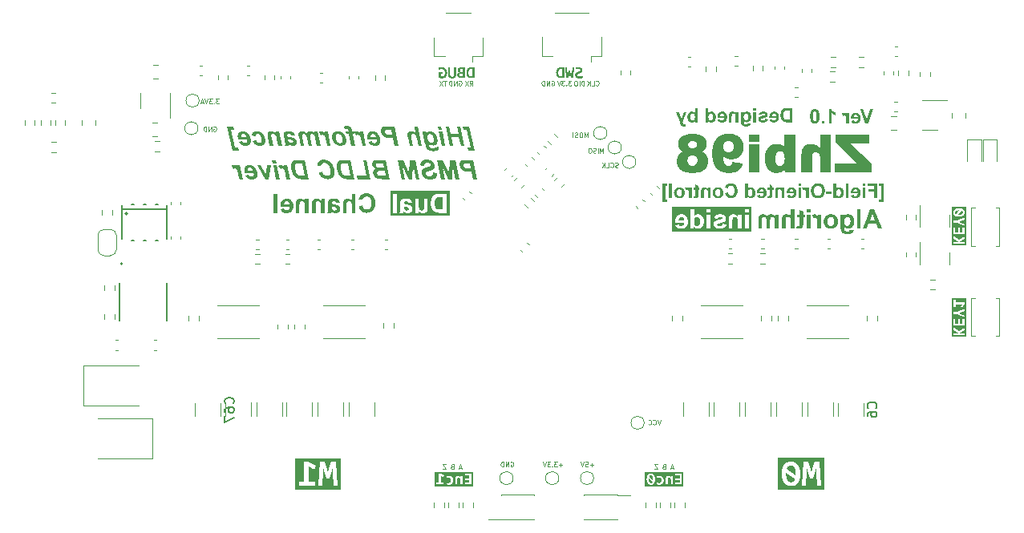
<source format=gbr>
%TF.GenerationSoftware,KiCad,Pcbnew,7.0.9*%
%TF.CreationDate,2024-01-22T22:47:30+08:00*%
%TF.ProjectId,MotorKit,4d6f746f-724b-4697-942e-6b696361645f,rev?*%
%TF.SameCoordinates,Original*%
%TF.FileFunction,Legend,Bot*%
%TF.FilePolarity,Positive*%
%FSLAX46Y46*%
G04 Gerber Fmt 4.6, Leading zero omitted, Abs format (unit mm)*
G04 Created by KiCad (PCBNEW 7.0.9) date 2024-01-22 22:47:30*
%MOMM*%
%LPD*%
G01*
G04 APERTURE LIST*
%ADD10C,0.100000*%
%ADD11C,0.160000*%
%ADD12C,0.200000*%
%ADD13C,0.460000*%
%ADD14C,0.300000*%
%ADD15C,0.560000*%
%ADD16C,0.150000*%
%ADD17C,0.120000*%
%ADD18C,0.127000*%
%ADD19C,0.203200*%
G04 APERTURE END LIST*
D10*
X165319972Y-118281752D02*
X165081877Y-118281752D01*
X165367591Y-118424609D02*
X165200925Y-117924609D01*
X165200925Y-117924609D02*
X165034258Y-118424609D01*
X164319973Y-118162704D02*
X164248545Y-118186514D01*
X164248545Y-118186514D02*
X164224735Y-118210323D01*
X164224735Y-118210323D02*
X164200926Y-118257942D01*
X164200926Y-118257942D02*
X164200926Y-118329371D01*
X164200926Y-118329371D02*
X164224735Y-118376990D01*
X164224735Y-118376990D02*
X164248545Y-118400800D01*
X164248545Y-118400800D02*
X164296164Y-118424609D01*
X164296164Y-118424609D02*
X164486640Y-118424609D01*
X164486640Y-118424609D02*
X164486640Y-117924609D01*
X164486640Y-117924609D02*
X164319973Y-117924609D01*
X164319973Y-117924609D02*
X164272354Y-117948419D01*
X164272354Y-117948419D02*
X164248545Y-117972228D01*
X164248545Y-117972228D02*
X164224735Y-118019847D01*
X164224735Y-118019847D02*
X164224735Y-118067466D01*
X164224735Y-118067466D02*
X164248545Y-118115085D01*
X164248545Y-118115085D02*
X164272354Y-118138895D01*
X164272354Y-118138895D02*
X164319973Y-118162704D01*
X164319973Y-118162704D02*
X164486640Y-118162704D01*
X163653307Y-117924609D02*
X163319974Y-117924609D01*
X163319974Y-117924609D02*
X163653307Y-118424609D01*
X163653307Y-118424609D02*
X163319974Y-118424609D01*
X154548782Y-77411609D02*
X154239258Y-77411609D01*
X154239258Y-77411609D02*
X154405925Y-77602085D01*
X154405925Y-77602085D02*
X154334496Y-77602085D01*
X154334496Y-77602085D02*
X154286877Y-77625895D01*
X154286877Y-77625895D02*
X154263068Y-77649704D01*
X154263068Y-77649704D02*
X154239258Y-77697323D01*
X154239258Y-77697323D02*
X154239258Y-77816371D01*
X154239258Y-77816371D02*
X154263068Y-77863990D01*
X154263068Y-77863990D02*
X154286877Y-77887800D01*
X154286877Y-77887800D02*
X154334496Y-77911609D01*
X154334496Y-77911609D02*
X154477353Y-77911609D01*
X154477353Y-77911609D02*
X154524972Y-77887800D01*
X154524972Y-77887800D02*
X154548782Y-77863990D01*
X154024973Y-77863990D02*
X154001163Y-77887800D01*
X154001163Y-77887800D02*
X154024973Y-77911609D01*
X154024973Y-77911609D02*
X154048782Y-77887800D01*
X154048782Y-77887800D02*
X154024973Y-77863990D01*
X154024973Y-77863990D02*
X154024973Y-77911609D01*
X153834497Y-77411609D02*
X153524973Y-77411609D01*
X153524973Y-77411609D02*
X153691640Y-77602085D01*
X153691640Y-77602085D02*
X153620211Y-77602085D01*
X153620211Y-77602085D02*
X153572592Y-77625895D01*
X153572592Y-77625895D02*
X153548783Y-77649704D01*
X153548783Y-77649704D02*
X153524973Y-77697323D01*
X153524973Y-77697323D02*
X153524973Y-77816371D01*
X153524973Y-77816371D02*
X153548783Y-77863990D01*
X153548783Y-77863990D02*
X153572592Y-77887800D01*
X153572592Y-77887800D02*
X153620211Y-77911609D01*
X153620211Y-77911609D02*
X153763068Y-77911609D01*
X153763068Y-77911609D02*
X153810687Y-77887800D01*
X153810687Y-77887800D02*
X153834497Y-77863990D01*
X153382116Y-77411609D02*
X153215450Y-77911609D01*
X153215450Y-77911609D02*
X153048783Y-77411609D01*
X148143258Y-117694419D02*
X148190877Y-117670609D01*
X148190877Y-117670609D02*
X148262306Y-117670609D01*
X148262306Y-117670609D02*
X148333734Y-117694419D01*
X148333734Y-117694419D02*
X148381353Y-117742038D01*
X148381353Y-117742038D02*
X148405163Y-117789657D01*
X148405163Y-117789657D02*
X148428972Y-117884895D01*
X148428972Y-117884895D02*
X148428972Y-117956323D01*
X148428972Y-117956323D02*
X148405163Y-118051561D01*
X148405163Y-118051561D02*
X148381353Y-118099180D01*
X148381353Y-118099180D02*
X148333734Y-118146800D01*
X148333734Y-118146800D02*
X148262306Y-118170609D01*
X148262306Y-118170609D02*
X148214687Y-118170609D01*
X148214687Y-118170609D02*
X148143258Y-118146800D01*
X148143258Y-118146800D02*
X148119449Y-118122990D01*
X148119449Y-118122990D02*
X148119449Y-117956323D01*
X148119449Y-117956323D02*
X148214687Y-117956323D01*
X147905163Y-118170609D02*
X147905163Y-117670609D01*
X147905163Y-117670609D02*
X147619449Y-118170609D01*
X147619449Y-118170609D02*
X147619449Y-117670609D01*
X147381353Y-118170609D02*
X147381353Y-117670609D01*
X147381353Y-117670609D02*
X147262305Y-117670609D01*
X147262305Y-117670609D02*
X147190877Y-117694419D01*
X147190877Y-117694419D02*
X147143258Y-117742038D01*
X147143258Y-117742038D02*
X147119448Y-117789657D01*
X147119448Y-117789657D02*
X147095639Y-117884895D01*
X147095639Y-117884895D02*
X147095639Y-117956323D01*
X147095639Y-117956323D02*
X147119448Y-118051561D01*
X147119448Y-118051561D02*
X147143258Y-118099180D01*
X147143258Y-118099180D02*
X147190877Y-118146800D01*
X147190877Y-118146800D02*
X147262305Y-118170609D01*
X147262305Y-118170609D02*
X147381353Y-118170609D01*
X163970591Y-113225609D02*
X163803925Y-113725609D01*
X163803925Y-113725609D02*
X163637258Y-113225609D01*
X163184878Y-113677990D02*
X163208687Y-113701800D01*
X163208687Y-113701800D02*
X163280116Y-113725609D01*
X163280116Y-113725609D02*
X163327735Y-113725609D01*
X163327735Y-113725609D02*
X163399163Y-113701800D01*
X163399163Y-113701800D02*
X163446782Y-113654180D01*
X163446782Y-113654180D02*
X163470592Y-113606561D01*
X163470592Y-113606561D02*
X163494401Y-113511323D01*
X163494401Y-113511323D02*
X163494401Y-113439895D01*
X163494401Y-113439895D02*
X163470592Y-113344657D01*
X163470592Y-113344657D02*
X163446782Y-113297038D01*
X163446782Y-113297038D02*
X163399163Y-113249419D01*
X163399163Y-113249419D02*
X163327735Y-113225609D01*
X163327735Y-113225609D02*
X163280116Y-113225609D01*
X163280116Y-113225609D02*
X163208687Y-113249419D01*
X163208687Y-113249419D02*
X163184878Y-113273228D01*
X162684878Y-113677990D02*
X162708687Y-113701800D01*
X162708687Y-113701800D02*
X162780116Y-113725609D01*
X162780116Y-113725609D02*
X162827735Y-113725609D01*
X162827735Y-113725609D02*
X162899163Y-113701800D01*
X162899163Y-113701800D02*
X162946782Y-113654180D01*
X162946782Y-113654180D02*
X162970592Y-113606561D01*
X162970592Y-113606561D02*
X162994401Y-113511323D01*
X162994401Y-113511323D02*
X162994401Y-113439895D01*
X162994401Y-113439895D02*
X162970592Y-113344657D01*
X162970592Y-113344657D02*
X162946782Y-113297038D01*
X162946782Y-113297038D02*
X162899163Y-113249419D01*
X162899163Y-113249419D02*
X162827735Y-113225609D01*
X162827735Y-113225609D02*
X162780116Y-113225609D01*
X162780116Y-113225609D02*
X162708687Y-113249419D01*
X162708687Y-113249419D02*
X162684878Y-113273228D01*
D11*
G36*
X132491699Y-90572422D02*
G01*
X132097491Y-90697475D01*
X132103287Y-90718129D01*
X132109317Y-90738448D01*
X132115583Y-90758433D01*
X132122083Y-90778082D01*
X132128818Y-90797397D01*
X132135787Y-90816377D01*
X132142992Y-90835022D01*
X132150430Y-90853332D01*
X132158104Y-90871307D01*
X132174155Y-90906253D01*
X132191146Y-90939860D01*
X132209074Y-90972126D01*
X132227942Y-91003054D01*
X132247749Y-91032641D01*
X132268494Y-91060889D01*
X132290178Y-91087798D01*
X132312801Y-91113367D01*
X132336363Y-91137597D01*
X132360864Y-91160487D01*
X132386303Y-91182038D01*
X132399375Y-91192311D01*
X132426137Y-91211890D01*
X132453788Y-91230207D01*
X132482328Y-91247260D01*
X132511757Y-91263050D01*
X132542076Y-91277576D01*
X132573283Y-91290840D01*
X132605380Y-91302840D01*
X132638367Y-91313577D01*
X132672242Y-91323051D01*
X132707006Y-91331262D01*
X132742660Y-91338210D01*
X132779203Y-91343894D01*
X132816635Y-91348315D01*
X132854957Y-91351473D01*
X132894167Y-91353368D01*
X132914106Y-91353842D01*
X132934267Y-91354000D01*
X132959193Y-91353734D01*
X132983840Y-91352939D01*
X133008209Y-91351612D01*
X133032300Y-91349756D01*
X133056112Y-91347369D01*
X133079645Y-91344451D01*
X133102899Y-91341003D01*
X133125875Y-91337025D01*
X133148573Y-91332516D01*
X133170992Y-91327476D01*
X133193132Y-91321906D01*
X133214993Y-91315806D01*
X133236576Y-91309175D01*
X133257881Y-91302014D01*
X133278907Y-91294322D01*
X133299654Y-91286100D01*
X133320123Y-91277347D01*
X133340313Y-91268064D01*
X133360224Y-91258251D01*
X133379857Y-91247907D01*
X133399212Y-91237032D01*
X133418287Y-91225627D01*
X133437085Y-91213692D01*
X133455603Y-91201226D01*
X133473843Y-91188229D01*
X133491804Y-91174702D01*
X133509487Y-91160645D01*
X133526892Y-91146057D01*
X133544017Y-91130939D01*
X133560864Y-91115290D01*
X133577433Y-91099111D01*
X133593722Y-91082401D01*
X133609591Y-91065232D01*
X133624955Y-91047673D01*
X133639816Y-91029725D01*
X133654173Y-91011388D01*
X133668026Y-90992661D01*
X133681375Y-90973545D01*
X133694221Y-90954040D01*
X133706563Y-90934146D01*
X133718401Y-90913862D01*
X133729735Y-90893190D01*
X133740566Y-90872127D01*
X133750893Y-90850676D01*
X133760716Y-90828835D01*
X133770035Y-90806605D01*
X133778851Y-90783986D01*
X133787163Y-90760978D01*
X133794971Y-90737580D01*
X133802275Y-90713793D01*
X133809076Y-90689617D01*
X133815373Y-90665051D01*
X133821166Y-90640097D01*
X133826455Y-90614753D01*
X133831241Y-90589019D01*
X133835523Y-90562897D01*
X133839301Y-90536385D01*
X133842575Y-90509484D01*
X133845346Y-90482194D01*
X133847613Y-90454514D01*
X133849376Y-90426445D01*
X133850635Y-90397987D01*
X133851391Y-90369140D01*
X133851643Y-90339903D01*
X133851390Y-90308980D01*
X133850630Y-90278491D01*
X133849363Y-90248438D01*
X133847590Y-90218820D01*
X133845310Y-90189637D01*
X133842524Y-90160888D01*
X133839231Y-90132575D01*
X133835431Y-90104697D01*
X133831125Y-90077254D01*
X133826312Y-90050246D01*
X133820993Y-90023674D01*
X133815167Y-89997536D01*
X133808834Y-89971833D01*
X133801995Y-89946565D01*
X133794649Y-89921733D01*
X133786796Y-89897335D01*
X133778437Y-89873373D01*
X133769572Y-89849845D01*
X133760199Y-89826753D01*
X133750320Y-89804095D01*
X133739935Y-89781873D01*
X133729043Y-89760086D01*
X133717644Y-89738734D01*
X133705738Y-89717817D01*
X133693326Y-89697335D01*
X133680408Y-89677288D01*
X133666982Y-89657676D01*
X133653051Y-89638499D01*
X133638612Y-89619757D01*
X133623667Y-89601450D01*
X133608215Y-89583579D01*
X133592257Y-89566142D01*
X133575856Y-89549192D01*
X133559135Y-89532780D01*
X133542097Y-89516906D01*
X133524739Y-89501570D01*
X133507063Y-89486772D01*
X133489068Y-89472513D01*
X133470755Y-89458791D01*
X133452123Y-89445608D01*
X133433172Y-89432963D01*
X133413902Y-89420856D01*
X133394314Y-89409286D01*
X133374408Y-89398255D01*
X133354182Y-89387763D01*
X133333638Y-89377808D01*
X133312775Y-89368391D01*
X133291594Y-89359512D01*
X133270094Y-89351172D01*
X133248275Y-89343369D01*
X133226138Y-89336105D01*
X133203682Y-89329379D01*
X133180907Y-89323191D01*
X133157814Y-89317541D01*
X133134402Y-89312429D01*
X133110671Y-89307855D01*
X133086622Y-89303819D01*
X133062254Y-89300322D01*
X133037567Y-89297362D01*
X133012562Y-89294941D01*
X132987238Y-89293057D01*
X132961595Y-89291712D01*
X132935634Y-89290905D01*
X132909354Y-89290636D01*
X132886378Y-89290862D01*
X132863675Y-89291540D01*
X132841243Y-89292671D01*
X132819083Y-89294254D01*
X132797195Y-89296289D01*
X132775580Y-89298776D01*
X132754235Y-89301716D01*
X132733163Y-89305107D01*
X132712363Y-89308951D01*
X132691835Y-89313247D01*
X132671578Y-89317996D01*
X132651594Y-89323197D01*
X132631881Y-89328849D01*
X132612441Y-89334955D01*
X132593272Y-89341512D01*
X132574375Y-89348521D01*
X132555750Y-89355983D01*
X132537397Y-89363897D01*
X132519316Y-89372264D01*
X132501507Y-89381082D01*
X132483969Y-89390353D01*
X132466704Y-89400076D01*
X132449710Y-89410251D01*
X132432989Y-89420878D01*
X132416539Y-89431958D01*
X132400361Y-89443490D01*
X132384456Y-89455474D01*
X132368822Y-89467910D01*
X132353460Y-89480799D01*
X132338370Y-89494140D01*
X132323551Y-89507933D01*
X132309005Y-89522178D01*
X132292114Y-89539802D01*
X132275758Y-89558357D01*
X132259935Y-89577843D01*
X132244647Y-89598260D01*
X132229893Y-89619608D01*
X132215674Y-89641888D01*
X132201989Y-89665098D01*
X132188838Y-89689240D01*
X132176221Y-89714313D01*
X132164139Y-89740318D01*
X132152590Y-89767253D01*
X132141577Y-89795120D01*
X132131097Y-89823917D01*
X132121152Y-89853646D01*
X132111741Y-89884306D01*
X132102864Y-89915898D01*
X132505376Y-89978424D01*
X132510137Y-89958779D01*
X132515505Y-89939658D01*
X132524694Y-89911956D01*
X132535248Y-89885430D01*
X132547168Y-89860081D01*
X132560453Y-89835908D01*
X132575103Y-89812912D01*
X132591119Y-89791091D01*
X132608500Y-89770448D01*
X132627246Y-89750980D01*
X132647357Y-89732689D01*
X132654364Y-89726854D01*
X132676043Y-89710354D01*
X132698580Y-89695478D01*
X132721976Y-89682224D01*
X132746230Y-89670594D01*
X132771343Y-89660586D01*
X132797315Y-89652201D01*
X132824146Y-89645439D01*
X132851835Y-89640300D01*
X132880383Y-89636784D01*
X132899891Y-89635341D01*
X132919782Y-89634620D01*
X132929870Y-89634530D01*
X132957508Y-89635152D01*
X132984489Y-89637018D01*
X133010814Y-89640128D01*
X133036482Y-89644483D01*
X133061494Y-89650081D01*
X133085850Y-89656924D01*
X133109549Y-89665011D01*
X133132592Y-89674341D01*
X133154978Y-89684916D01*
X133176708Y-89696735D01*
X133197782Y-89709799D01*
X133218199Y-89724106D01*
X133237960Y-89739657D01*
X133257064Y-89756453D01*
X133275512Y-89774492D01*
X133293304Y-89793776D01*
X133310162Y-89814455D01*
X133325933Y-89836679D01*
X133340616Y-89860449D01*
X133354212Y-89885764D01*
X133366720Y-89912625D01*
X133378140Y-89941032D01*
X133388473Y-89970984D01*
X133397718Y-90002482D01*
X133405875Y-90035525D01*
X133412945Y-90070114D01*
X133418927Y-90106249D01*
X133423821Y-90143929D01*
X133427628Y-90183155D01*
X133429123Y-90203347D01*
X133430347Y-90223926D01*
X133431299Y-90244891D01*
X133431978Y-90266243D01*
X133432386Y-90287981D01*
X133432522Y-90310106D01*
X133432388Y-90333554D01*
X133431986Y-90356577D01*
X133431316Y-90379174D01*
X133430377Y-90401346D01*
X133429171Y-90423092D01*
X133427696Y-90444412D01*
X133425954Y-90465308D01*
X133423943Y-90485777D01*
X133421664Y-90505821D01*
X133419117Y-90525440D01*
X133413219Y-90563401D01*
X133406249Y-90599659D01*
X133398206Y-90634216D01*
X133389091Y-90667070D01*
X133378903Y-90698223D01*
X133367643Y-90727673D01*
X133355311Y-90755421D01*
X133341906Y-90781468D01*
X133327429Y-90805812D01*
X133311880Y-90828454D01*
X133295258Y-90849394D01*
X133277777Y-90868855D01*
X133259652Y-90887061D01*
X133240881Y-90904011D01*
X133221466Y-90919705D01*
X133201405Y-90934144D01*
X133180700Y-90947328D01*
X133159350Y-90959255D01*
X133137355Y-90969928D01*
X133114715Y-90979344D01*
X133091429Y-90987505D01*
X133067499Y-90994411D01*
X133042924Y-91000061D01*
X133017704Y-91004456D01*
X132991839Y-91007594D01*
X132965330Y-91009478D01*
X132938175Y-91010106D01*
X132918080Y-91009693D01*
X132898340Y-91008457D01*
X132869396Y-91005057D01*
X132841250Y-90999802D01*
X132813903Y-90992692D01*
X132787355Y-90983727D01*
X132761605Y-90972908D01*
X132736653Y-90960234D01*
X132712500Y-90945706D01*
X132689146Y-90929322D01*
X132666590Y-90911084D01*
X132659249Y-90904593D01*
X132644913Y-90890930D01*
X132631093Y-90876322D01*
X132617787Y-90860766D01*
X132604997Y-90844265D01*
X132592722Y-90826817D01*
X132580962Y-90808422D01*
X132569717Y-90789081D01*
X132558988Y-90768794D01*
X132548773Y-90747560D01*
X132539074Y-90725379D01*
X132529890Y-90702253D01*
X132521222Y-90678180D01*
X132513068Y-90653160D01*
X132505430Y-90627194D01*
X132498307Y-90600281D01*
X132491699Y-90572422D01*
G37*
G36*
X131377951Y-89321899D02*
G01*
X131377951Y-90061466D01*
X131354340Y-90036267D01*
X131330156Y-90012694D01*
X131305400Y-89990747D01*
X131280071Y-89970425D01*
X131254170Y-89951729D01*
X131227696Y-89934659D01*
X131200650Y-89919214D01*
X131173032Y-89905395D01*
X131144841Y-89893202D01*
X131116077Y-89882635D01*
X131086741Y-89873693D01*
X131056833Y-89866377D01*
X131026352Y-89860687D01*
X130995299Y-89856623D01*
X130963674Y-89854184D01*
X130931475Y-89853371D01*
X130906703Y-89853809D01*
X130882394Y-89855123D01*
X130858549Y-89857313D01*
X130835167Y-89860378D01*
X130812250Y-89864319D01*
X130789795Y-89869137D01*
X130767805Y-89874830D01*
X130746278Y-89881398D01*
X130725215Y-89888843D01*
X130704616Y-89897163D01*
X130691140Y-89903197D01*
X130671546Y-89912780D01*
X130652878Y-89922843D01*
X130635138Y-89933388D01*
X130618326Y-89944413D01*
X130602440Y-89955919D01*
X130582702Y-89972009D01*
X130564613Y-89988953D01*
X130548173Y-90006752D01*
X130533381Y-90025406D01*
X130529940Y-90030203D01*
X130516919Y-90049766D01*
X130504966Y-90069862D01*
X130494082Y-90090493D01*
X130484267Y-90111658D01*
X130475520Y-90133358D01*
X130467841Y-90155591D01*
X130461232Y-90178359D01*
X130455690Y-90201662D01*
X130450996Y-90226735D01*
X130447887Y-90247673D01*
X130445129Y-90270441D01*
X130442723Y-90295037D01*
X130440669Y-90321463D01*
X130438968Y-90349717D01*
X130438029Y-90369570D01*
X130437247Y-90390235D01*
X130436621Y-90411713D01*
X130436151Y-90434004D01*
X130435838Y-90457108D01*
X130435682Y-90481025D01*
X130435662Y-90493288D01*
X130435662Y-91354000D01*
X130821566Y-91354000D01*
X130821566Y-90568515D01*
X130821652Y-90539993D01*
X130821910Y-90512804D01*
X130822339Y-90486947D01*
X130822940Y-90462422D01*
X130823713Y-90439228D01*
X130824657Y-90417366D01*
X130825774Y-90396837D01*
X130827770Y-90368539D01*
X130830153Y-90343239D01*
X130832922Y-90320935D01*
X130836078Y-90301628D01*
X130840886Y-90280546D01*
X130843548Y-90272004D01*
X130851240Y-90252944D01*
X130860578Y-90235148D01*
X130871562Y-90218616D01*
X130884192Y-90203349D01*
X130898467Y-90189345D01*
X130914388Y-90176606D01*
X130921217Y-90171864D01*
X130939299Y-90161169D01*
X130958741Y-90152287D01*
X130979542Y-90145217D01*
X131001703Y-90139960D01*
X131025223Y-90136516D01*
X131045018Y-90135066D01*
X131060436Y-90134739D01*
X131084173Y-90135487D01*
X131107269Y-90137731D01*
X131129724Y-90141471D01*
X131151538Y-90146707D01*
X131172711Y-90153439D01*
X131193243Y-90161667D01*
X131213133Y-90171391D01*
X131232383Y-90182611D01*
X131250678Y-90195212D01*
X131267706Y-90209325D01*
X131283468Y-90224949D01*
X131297962Y-90242084D01*
X131311189Y-90260730D01*
X131323149Y-90280888D01*
X131333843Y-90302557D01*
X131343269Y-90325737D01*
X131349467Y-90344496D01*
X131355055Y-90364869D01*
X131360034Y-90386857D01*
X131364404Y-90410459D01*
X131368163Y-90435675D01*
X131371313Y-90462505D01*
X131373853Y-90490950D01*
X131375208Y-90510810D01*
X131376292Y-90531388D01*
X131377105Y-90552683D01*
X131377647Y-90574695D01*
X131377917Y-90597425D01*
X131377951Y-90609059D01*
X131377951Y-91354000D01*
X131763855Y-91354000D01*
X131763855Y-89321899D01*
X131377951Y-89321899D01*
G37*
G36*
X129517618Y-89853761D02*
G01*
X129551519Y-89854928D01*
X129584327Y-89856875D01*
X129616045Y-89859600D01*
X129646670Y-89863103D01*
X129676205Y-89867385D01*
X129704647Y-89872445D01*
X129731999Y-89878284D01*
X129758259Y-89884902D01*
X129783427Y-89892298D01*
X129807504Y-89900472D01*
X129830490Y-89909425D01*
X129852384Y-89919157D01*
X129873186Y-89929667D01*
X129892898Y-89940955D01*
X129911517Y-89953023D01*
X129929198Y-89965899D01*
X129946215Y-89979614D01*
X129962568Y-89994170D01*
X129978257Y-90009565D01*
X129993281Y-90025799D01*
X130007642Y-90042873D01*
X130021339Y-90060787D01*
X130034371Y-90079540D01*
X130046740Y-90099133D01*
X130058445Y-90119566D01*
X130069485Y-90140838D01*
X130079862Y-90162949D01*
X130089574Y-90185900D01*
X130098623Y-90209691D01*
X130107007Y-90234322D01*
X130114727Y-90259792D01*
X129764483Y-90322318D01*
X129759940Y-90309497D01*
X129750338Y-90285332D01*
X129740049Y-90263137D01*
X129729074Y-90242910D01*
X129717411Y-90224653D01*
X129705061Y-90208365D01*
X129688659Y-90190774D01*
X129671182Y-90176260D01*
X129663741Y-90171233D01*
X129643600Y-90160082D01*
X129621265Y-90150958D01*
X129601817Y-90145120D01*
X129580965Y-90140578D01*
X129558709Y-90137334D01*
X129535047Y-90135388D01*
X129509982Y-90134739D01*
X129482264Y-90135164D01*
X129456264Y-90136439D01*
X129431981Y-90138565D01*
X129409415Y-90141540D01*
X129388567Y-90145365D01*
X129363440Y-90151788D01*
X129341367Y-90159722D01*
X129322346Y-90169167D01*
X129302864Y-90183099D01*
X129286962Y-90199810D01*
X129273755Y-90219717D01*
X129265131Y-90237943D01*
X129258231Y-90258215D01*
X129253056Y-90280533D01*
X129249606Y-90304896D01*
X129248150Y-90324511D01*
X129247665Y-90345277D01*
X129247665Y-90384844D01*
X129261381Y-90390429D01*
X129284388Y-90398914D01*
X129310314Y-90407528D01*
X129329219Y-90413342D01*
X129349423Y-90419213D01*
X129370924Y-90425142D01*
X129393722Y-90431128D01*
X129417819Y-90437171D01*
X129443212Y-90443271D01*
X129469903Y-90449429D01*
X129497892Y-90455644D01*
X129527178Y-90461916D01*
X129557762Y-90468245D01*
X129589643Y-90474632D01*
X129622822Y-90481076D01*
X129635278Y-90483531D01*
X129659638Y-90488519D01*
X129683260Y-90493610D01*
X129706147Y-90498804D01*
X129728297Y-90504101D01*
X129749710Y-90509501D01*
X129770386Y-90515004D01*
X129790327Y-90520610D01*
X129809530Y-90526319D01*
X129836955Y-90535076D01*
X129862722Y-90544065D01*
X129886832Y-90553286D01*
X129909284Y-90562738D01*
X129930080Y-90572422D01*
X129943206Y-90579137D01*
X129962201Y-90589889D01*
X129980363Y-90601457D01*
X129997693Y-90613840D01*
X130014189Y-90627039D01*
X130029852Y-90641054D01*
X130044683Y-90655885D01*
X130058681Y-90671531D01*
X130071846Y-90687993D01*
X130084177Y-90705271D01*
X130095676Y-90723364D01*
X130102834Y-90735745D01*
X130112704Y-90754715D01*
X130121536Y-90774167D01*
X130129328Y-90794099D01*
X130136081Y-90814513D01*
X130141796Y-90835407D01*
X130146471Y-90856782D01*
X130150108Y-90878638D01*
X130152705Y-90900975D01*
X130154264Y-90923792D01*
X130154783Y-90947091D01*
X130154276Y-90970586D01*
X130152753Y-90993566D01*
X130150215Y-91016030D01*
X130146662Y-91037980D01*
X130142094Y-91059414D01*
X130136511Y-91080333D01*
X130129912Y-91100737D01*
X130122299Y-91120625D01*
X130113670Y-91139999D01*
X130104026Y-91158857D01*
X130093368Y-91177200D01*
X130081693Y-91195028D01*
X130069004Y-91212341D01*
X130055300Y-91229138D01*
X130040581Y-91245420D01*
X130024846Y-91261187D01*
X130008232Y-91276212D01*
X129990873Y-91290267D01*
X129972771Y-91303353D01*
X129953924Y-91315470D01*
X129934333Y-91326618D01*
X129913998Y-91336796D01*
X129892919Y-91346004D01*
X129871095Y-91354244D01*
X129848527Y-91361514D01*
X129825216Y-91367814D01*
X129801160Y-91373146D01*
X129776359Y-91377508D01*
X129750815Y-91380901D01*
X129724526Y-91383324D01*
X129697494Y-91384778D01*
X129669717Y-91385263D01*
X129653780Y-91385070D01*
X129630104Y-91384058D01*
X129606702Y-91382179D01*
X129583575Y-91379433D01*
X129560724Y-91375819D01*
X129538146Y-91371338D01*
X129515844Y-91365990D01*
X129493816Y-91359775D01*
X129472063Y-91352692D01*
X129450585Y-91344743D01*
X129429382Y-91335926D01*
X129415330Y-91329564D01*
X129394453Y-91319291D01*
X129373817Y-91308143D01*
X129353420Y-91296119D01*
X129333265Y-91283219D01*
X129313349Y-91269443D01*
X129293674Y-91254791D01*
X129274240Y-91239264D01*
X129255046Y-91222860D01*
X129236092Y-91205581D01*
X129217379Y-91187426D01*
X129214717Y-91195914D01*
X129209235Y-91214859D01*
X129203702Y-91234809D01*
X129199640Y-91249303D01*
X129193138Y-91271934D01*
X129186970Y-91292656D01*
X129180009Y-91315005D01*
X129173529Y-91334605D01*
X129166577Y-91354000D01*
X128785069Y-91354000D01*
X128788213Y-91347448D01*
X128797266Y-91327949D01*
X128805753Y-91308682D01*
X128813672Y-91289647D01*
X128821025Y-91270844D01*
X128827812Y-91252272D01*
X128835979Y-91227871D01*
X128843138Y-91203882D01*
X128849290Y-91180305D01*
X128854434Y-91157140D01*
X128856682Y-91145263D01*
X128859782Y-91125961D01*
X128862555Y-91104872D01*
X128865003Y-91081997D01*
X128867123Y-91057336D01*
X128868918Y-91030889D01*
X128870386Y-91002656D01*
X128871184Y-90982842D01*
X128871837Y-90962234D01*
X128872344Y-90940832D01*
X128872707Y-90918637D01*
X128872924Y-90895647D01*
X128872997Y-90871864D01*
X128871002Y-90666212D01*
X129247665Y-90666212D01*
X129247665Y-90738996D01*
X129247798Y-90762979D01*
X129248198Y-90785467D01*
X129248863Y-90806461D01*
X129250164Y-90832130D01*
X129251939Y-90855142D01*
X129254187Y-90875498D01*
X129257662Y-90897208D01*
X129262808Y-90917782D01*
X129270846Y-90939544D01*
X129281222Y-90960257D01*
X129293935Y-90979921D01*
X129308985Y-90998535D01*
X129322709Y-91012670D01*
X129337928Y-91026134D01*
X129354644Y-91038926D01*
X129360576Y-91042923D01*
X129378488Y-91054153D01*
X129396571Y-91064241D01*
X129414827Y-91073187D01*
X129433254Y-91080991D01*
X129451852Y-91087653D01*
X129476918Y-91094759D01*
X129502288Y-91099834D01*
X129527964Y-91102880D01*
X129553946Y-91103895D01*
X129576760Y-91103025D01*
X129598551Y-91100414D01*
X129619319Y-91096064D01*
X129639064Y-91089973D01*
X129657787Y-91082142D01*
X129675487Y-91072571D01*
X129692164Y-91061259D01*
X129707819Y-91048207D01*
X129718644Y-91037490D01*
X129731421Y-91022625D01*
X129744730Y-91003122D01*
X129755082Y-90982592D01*
X129762476Y-90961038D01*
X129766912Y-90938457D01*
X129768391Y-90914851D01*
X129766542Y-90891094D01*
X129760997Y-90868674D01*
X129751754Y-90847589D01*
X129738815Y-90827839D01*
X129725801Y-90813002D01*
X129710421Y-90799019D01*
X129692676Y-90785891D01*
X129686074Y-90781979D01*
X129665761Y-90772166D01*
X129645596Y-90764282D01*
X129621950Y-90756367D01*
X129601932Y-90750411D01*
X129579956Y-90744437D01*
X129556022Y-90738446D01*
X129530130Y-90732439D01*
X129502281Y-90726414D01*
X129482627Y-90722387D01*
X129462876Y-90718333D01*
X129434515Y-90712386D01*
X129407675Y-90706603D01*
X129382354Y-90700983D01*
X129358553Y-90695527D01*
X129336272Y-90690233D01*
X129315511Y-90685102D01*
X129290194Y-90678515D01*
X129267579Y-90672218D01*
X129247665Y-90666212D01*
X128871002Y-90666212D01*
X128868600Y-90418549D01*
X128868803Y-90387540D01*
X128869409Y-90357771D01*
X128870421Y-90329242D01*
X128871837Y-90301954D01*
X128873657Y-90275906D01*
X128875882Y-90251098D01*
X128878511Y-90227530D01*
X128881545Y-90205203D01*
X128884984Y-90184116D01*
X128888827Y-90164270D01*
X128895350Y-90136825D01*
X128902783Y-90112172D01*
X128911126Y-90090308D01*
X128920380Y-90071236D01*
X128927085Y-90059520D01*
X128938245Y-90042433D01*
X128950727Y-90025929D01*
X128964531Y-90010009D01*
X128979658Y-89994674D01*
X128996108Y-89979922D01*
X129013879Y-89965754D01*
X129032973Y-89952170D01*
X129053389Y-89939169D01*
X129075128Y-89926753D01*
X129098189Y-89914921D01*
X129122983Y-89903921D01*
X129150104Y-89894004D01*
X129169477Y-89887993D01*
X129189885Y-89882463D01*
X129211326Y-89877414D01*
X129233803Y-89872846D01*
X129257313Y-89868759D01*
X129281857Y-89865152D01*
X129307436Y-89862027D01*
X129334049Y-89859382D01*
X129361696Y-89857218D01*
X129390377Y-89855535D01*
X129420093Y-89854333D01*
X129450843Y-89853612D01*
X129482627Y-89853371D01*
X129517618Y-89853761D01*
G37*
G36*
X127168670Y-91354000D02*
G01*
X127554574Y-91354000D01*
X127554574Y-90595381D01*
X127554671Y-90565942D01*
X127554963Y-90537831D01*
X127555450Y-90511049D01*
X127556131Y-90485594D01*
X127557007Y-90461467D01*
X127558077Y-90438669D01*
X127559342Y-90417198D01*
X127560802Y-90397056D01*
X127563357Y-90369333D01*
X127566349Y-90344597D01*
X127569779Y-90322850D01*
X127575034Y-90298502D01*
X127579487Y-90283727D01*
X127587882Y-90262368D01*
X127597805Y-90242559D01*
X127609254Y-90224300D01*
X127622229Y-90207592D01*
X127636731Y-90192434D01*
X127652759Y-90178827D01*
X127659598Y-90173818D01*
X127677549Y-90162560D01*
X127696597Y-90153210D01*
X127716742Y-90145768D01*
X127737985Y-90140235D01*
X127760325Y-90136609D01*
X127783761Y-90134892D01*
X127793443Y-90134739D01*
X127818272Y-90135617D01*
X127842445Y-90138250D01*
X127865961Y-90142639D01*
X127888820Y-90148783D01*
X127911023Y-90156683D01*
X127932570Y-90166338D01*
X127953461Y-90177749D01*
X127973695Y-90190915D01*
X127992822Y-90205417D01*
X128010392Y-90221079D01*
X128026405Y-90237901D01*
X128040861Y-90255884D01*
X128053760Y-90275026D01*
X128065102Y-90295329D01*
X128074887Y-90316792D01*
X128083115Y-90339415D01*
X128089985Y-90364946D01*
X128094536Y-90387310D01*
X128098571Y-90412430D01*
X128102092Y-90440307D01*
X128104153Y-90460422D01*
X128105984Y-90481763D01*
X128107587Y-90504329D01*
X128108961Y-90528120D01*
X128110106Y-90553135D01*
X128111022Y-90579376D01*
X128111709Y-90606842D01*
X128112167Y-90635533D01*
X128112396Y-90665449D01*
X128112424Y-90680866D01*
X128112424Y-91354000D01*
X128498328Y-91354000D01*
X128498328Y-89884635D01*
X128139780Y-89884635D01*
X128139780Y-90099080D01*
X128115519Y-90069326D01*
X128090488Y-90041492D01*
X128064686Y-90015577D01*
X128038114Y-89991582D01*
X128010770Y-89969507D01*
X127982655Y-89949351D01*
X127953770Y-89931115D01*
X127924113Y-89914799D01*
X127893686Y-89900402D01*
X127862488Y-89887924D01*
X127830519Y-89877366D01*
X127797779Y-89868728D01*
X127764268Y-89862010D01*
X127729986Y-89857211D01*
X127694933Y-89854331D01*
X127659110Y-89853371D01*
X127635310Y-89853779D01*
X127611906Y-89855003D01*
X127588897Y-89857042D01*
X127566282Y-89859897D01*
X127544063Y-89863568D01*
X127522238Y-89868055D01*
X127500809Y-89873357D01*
X127479774Y-89879475D01*
X127459135Y-89886409D01*
X127438890Y-89894158D01*
X127425614Y-89899778D01*
X127406193Y-89908702D01*
X127387683Y-89918073D01*
X127370084Y-89927890D01*
X127353394Y-89938154D01*
X127332557Y-89952534D01*
X127313338Y-89967708D01*
X127295737Y-89983675D01*
X127279755Y-90000436D01*
X127265390Y-90017991D01*
X127252354Y-90036248D01*
X127240355Y-90055116D01*
X127229395Y-90074594D01*
X127219473Y-90094683D01*
X127210588Y-90115383D01*
X127202742Y-90136693D01*
X127195934Y-90158614D01*
X127190163Y-90181145D01*
X127185126Y-90205096D01*
X127181789Y-90224683D01*
X127178829Y-90245660D01*
X127176247Y-90268028D01*
X127174043Y-90291787D01*
X127172217Y-90316938D01*
X127170769Y-90343479D01*
X127169699Y-90371411D01*
X127169006Y-90400735D01*
X127168754Y-90421057D01*
X127168670Y-90441997D01*
X127168670Y-91354000D01*
G37*
G36*
X125458970Y-91354000D02*
G01*
X125844874Y-91354000D01*
X125844874Y-90595381D01*
X125844971Y-90565942D01*
X125845263Y-90537831D01*
X125845750Y-90511049D01*
X125846431Y-90485594D01*
X125847307Y-90461467D01*
X125848377Y-90438669D01*
X125849642Y-90417198D01*
X125851102Y-90397056D01*
X125853657Y-90369333D01*
X125856649Y-90344597D01*
X125860079Y-90322850D01*
X125865334Y-90298502D01*
X125869787Y-90283727D01*
X125878183Y-90262368D01*
X125888105Y-90242559D01*
X125899554Y-90224300D01*
X125912529Y-90207592D01*
X125927031Y-90192434D01*
X125943060Y-90178827D01*
X125949898Y-90173818D01*
X125967849Y-90162560D01*
X125986897Y-90153210D01*
X126007043Y-90145768D01*
X126028285Y-90140235D01*
X126050625Y-90136609D01*
X126074061Y-90134892D01*
X126083743Y-90134739D01*
X126108572Y-90135617D01*
X126132745Y-90138250D01*
X126156261Y-90142639D01*
X126179120Y-90148783D01*
X126201323Y-90156683D01*
X126222870Y-90166338D01*
X126243761Y-90177749D01*
X126263995Y-90190915D01*
X126283122Y-90205417D01*
X126300692Y-90221079D01*
X126316705Y-90237901D01*
X126331161Y-90255884D01*
X126344060Y-90275026D01*
X126355403Y-90295329D01*
X126365187Y-90316792D01*
X126373415Y-90339415D01*
X126380285Y-90364946D01*
X126384836Y-90387310D01*
X126388871Y-90412430D01*
X126392392Y-90440307D01*
X126394453Y-90460422D01*
X126396285Y-90481763D01*
X126397887Y-90504329D01*
X126399261Y-90528120D01*
X126400406Y-90553135D01*
X126401322Y-90579376D01*
X126402009Y-90606842D01*
X126402467Y-90635533D01*
X126402696Y-90665449D01*
X126402725Y-90680866D01*
X126402725Y-91354000D01*
X126788628Y-91354000D01*
X126788628Y-89884635D01*
X126430080Y-89884635D01*
X126430080Y-90099080D01*
X126405820Y-90069326D01*
X126380788Y-90041492D01*
X126354987Y-90015577D01*
X126328414Y-89991582D01*
X126301070Y-89969507D01*
X126272955Y-89949351D01*
X126244070Y-89931115D01*
X126214413Y-89914799D01*
X126183986Y-89900402D01*
X126152788Y-89887924D01*
X126120819Y-89877366D01*
X126088079Y-89868728D01*
X126054568Y-89862010D01*
X126020286Y-89857211D01*
X125985233Y-89854331D01*
X125949410Y-89853371D01*
X125925610Y-89853779D01*
X125902206Y-89855003D01*
X125879197Y-89857042D01*
X125856582Y-89859897D01*
X125834363Y-89863568D01*
X125812538Y-89868055D01*
X125791109Y-89873357D01*
X125770075Y-89879475D01*
X125749435Y-89886409D01*
X125729191Y-89894158D01*
X125715914Y-89899778D01*
X125696493Y-89908702D01*
X125677984Y-89918073D01*
X125660384Y-89927890D01*
X125643694Y-89938154D01*
X125622857Y-89952534D01*
X125603638Y-89967708D01*
X125586038Y-89983675D01*
X125570055Y-90000436D01*
X125555690Y-90017991D01*
X125542654Y-90036248D01*
X125530655Y-90055116D01*
X125519695Y-90074594D01*
X125509773Y-90094683D01*
X125500888Y-90115383D01*
X125493042Y-90136693D01*
X125486234Y-90158614D01*
X125480464Y-90181145D01*
X125475426Y-90205096D01*
X125472089Y-90224683D01*
X125469129Y-90245660D01*
X125466547Y-90268028D01*
X125464344Y-90291787D01*
X125462517Y-90316938D01*
X125461069Y-90343479D01*
X125459999Y-90371411D01*
X125459306Y-90400735D01*
X125459054Y-90421057D01*
X125458970Y-90441997D01*
X125458970Y-91354000D01*
G37*
G36*
X124555489Y-89854179D02*
G01*
X124590580Y-89856600D01*
X124624885Y-89860636D01*
X124658403Y-89866286D01*
X124691136Y-89873550D01*
X124723082Y-89882429D01*
X124754242Y-89892922D01*
X124784616Y-89905029D01*
X124814203Y-89918750D01*
X124843005Y-89934086D01*
X124871020Y-89951036D01*
X124898250Y-89969601D01*
X124924693Y-89989779D01*
X124950350Y-90011572D01*
X124975221Y-90034979D01*
X124999305Y-90060001D01*
X125022256Y-90086387D01*
X125043727Y-90114009D01*
X125063717Y-90142868D01*
X125082226Y-90172963D01*
X125099254Y-90204295D01*
X125114801Y-90236863D01*
X125128868Y-90270668D01*
X125141454Y-90305709D01*
X125152560Y-90341987D01*
X125162185Y-90379501D01*
X125166442Y-90398722D01*
X125170329Y-90418252D01*
X125173845Y-90438091D01*
X125176992Y-90458239D01*
X125179768Y-90478696D01*
X125182174Y-90499462D01*
X125184210Y-90520538D01*
X125185876Y-90541923D01*
X125187172Y-90563616D01*
X125188097Y-90585619D01*
X125188653Y-90607931D01*
X125188838Y-90630552D01*
X125188275Y-90668246D01*
X125186586Y-90705123D01*
X125183771Y-90741183D01*
X125179831Y-90776426D01*
X125174765Y-90810853D01*
X125168573Y-90844463D01*
X125161255Y-90877257D01*
X125152812Y-90909233D01*
X125143242Y-90940393D01*
X125132547Y-90970737D01*
X125120726Y-91000263D01*
X125107780Y-91028973D01*
X125093707Y-91056867D01*
X125078509Y-91083943D01*
X125062184Y-91110203D01*
X125044734Y-91135646D01*
X125021123Y-91165873D01*
X124995962Y-91194150D01*
X124969252Y-91220477D01*
X124940992Y-91244853D01*
X124911183Y-91267280D01*
X124879825Y-91287756D01*
X124846917Y-91306282D01*
X124812459Y-91322859D01*
X124776453Y-91337484D01*
X124757868Y-91344066D01*
X124738896Y-91350160D01*
X124719537Y-91355767D01*
X124699791Y-91360886D01*
X124679657Y-91365518D01*
X124659136Y-91369662D01*
X124638227Y-91373318D01*
X124616932Y-91376487D01*
X124595248Y-91379168D01*
X124573178Y-91381362D01*
X124550720Y-91383069D01*
X124527874Y-91384288D01*
X124504642Y-91385019D01*
X124481022Y-91385263D01*
X124451295Y-91384858D01*
X124422197Y-91383644D01*
X124393730Y-91381622D01*
X124365892Y-91378790D01*
X124338684Y-91375149D01*
X124312105Y-91370700D01*
X124286156Y-91365441D01*
X124260837Y-91359373D01*
X124236147Y-91352496D01*
X124212088Y-91344810D01*
X124188657Y-91336315D01*
X124165857Y-91327011D01*
X124143686Y-91316897D01*
X124122145Y-91305975D01*
X124101234Y-91294244D01*
X124080952Y-91281704D01*
X124061260Y-91268328D01*
X124042240Y-91254211D01*
X124023891Y-91239354D01*
X124006214Y-91223757D01*
X123989208Y-91207419D01*
X123972875Y-91190342D01*
X123957213Y-91172523D01*
X123942222Y-91153965D01*
X123927903Y-91134666D01*
X123914256Y-91114626D01*
X123901281Y-91093847D01*
X123888977Y-91072326D01*
X123877345Y-91050066D01*
X123866385Y-91027065D01*
X123856096Y-91003324D01*
X123846479Y-90978842D01*
X124231406Y-90916316D01*
X124237625Y-90934341D01*
X124246746Y-90956892D01*
X124256814Y-90977748D01*
X124267827Y-90996909D01*
X124279788Y-91014376D01*
X124292694Y-91030149D01*
X124306548Y-91044228D01*
X124325195Y-91059443D01*
X124333001Y-91064826D01*
X124353502Y-91076763D01*
X124375410Y-91086531D01*
X124393949Y-91092782D01*
X124413389Y-91097644D01*
X124433730Y-91101117D01*
X124454972Y-91103200D01*
X124477114Y-91103895D01*
X124493612Y-91103509D01*
X124517715Y-91101486D01*
X124541045Y-91097728D01*
X124563602Y-91092235D01*
X124585386Y-91085008D01*
X124606398Y-91076046D01*
X124626636Y-91065350D01*
X124646102Y-91052920D01*
X124664795Y-91038754D01*
X124682716Y-91022855D01*
X124699863Y-91005221D01*
X124705367Y-90998976D01*
X124720876Y-90979316D01*
X124734882Y-90958264D01*
X124747386Y-90935821D01*
X124758387Y-90911988D01*
X124767885Y-90886763D01*
X124775881Y-90860147D01*
X124782374Y-90832140D01*
X124785867Y-90812696D01*
X124788693Y-90792634D01*
X124790852Y-90771954D01*
X124792342Y-90750655D01*
X124793164Y-90728738D01*
X123825963Y-90728738D01*
X123825636Y-90701179D01*
X123825693Y-90674067D01*
X123826136Y-90647404D01*
X123826962Y-90621187D01*
X123828174Y-90595418D01*
X123829769Y-90570096D01*
X123831749Y-90545222D01*
X123834114Y-90520796D01*
X123836863Y-90496816D01*
X123839285Y-90478633D01*
X124209424Y-90478633D01*
X124786325Y-90478633D01*
X124786180Y-90459046D01*
X124784732Y-90430631D01*
X124781807Y-90403376D01*
X124777405Y-90377280D01*
X124771526Y-90352342D01*
X124764170Y-90328565D01*
X124755337Y-90305946D01*
X124745027Y-90284486D01*
X124733241Y-90264186D01*
X124719977Y-90245045D01*
X124705237Y-90227063D01*
X124694748Y-90215883D01*
X124678377Y-90200466D01*
X124661243Y-90186671D01*
X124643344Y-90174500D01*
X124624681Y-90163951D01*
X124605253Y-90155025D01*
X124585062Y-90147722D01*
X124564106Y-90142042D01*
X124542386Y-90137985D01*
X124519902Y-90135551D01*
X124496653Y-90134739D01*
X124482016Y-90135083D01*
X124460582Y-90136886D01*
X124439775Y-90140235D01*
X124419595Y-90145129D01*
X124400042Y-90151569D01*
X124381116Y-90159555D01*
X124362816Y-90169086D01*
X124345143Y-90180163D01*
X124328097Y-90192785D01*
X124311678Y-90206953D01*
X124295886Y-90222667D01*
X124285874Y-90233913D01*
X124272008Y-90251971D01*
X124259524Y-90271454D01*
X124248423Y-90292363D01*
X124238704Y-90314697D01*
X124230368Y-90338456D01*
X124223414Y-90363641D01*
X124217843Y-90390251D01*
X124213654Y-90418286D01*
X124211630Y-90437768D01*
X124210219Y-90457884D01*
X124209424Y-90478633D01*
X123839285Y-90478633D01*
X123839997Y-90473285D01*
X123843515Y-90450200D01*
X123847418Y-90427563D01*
X123851705Y-90405374D01*
X123856376Y-90383632D01*
X123861433Y-90362338D01*
X123866873Y-90341491D01*
X123872698Y-90321091D01*
X123878908Y-90301139D01*
X123885502Y-90281635D01*
X123892481Y-90262577D01*
X123899844Y-90243968D01*
X123907591Y-90225806D01*
X123924240Y-90190823D01*
X123942426Y-90157631D01*
X123962151Y-90126229D01*
X123983413Y-90096616D01*
X124006214Y-90068794D01*
X124018102Y-90055540D01*
X124042683Y-90030295D01*
X124068336Y-90006734D01*
X124095061Y-89984855D01*
X124122859Y-89964659D01*
X124151730Y-89946146D01*
X124181672Y-89929316D01*
X124212687Y-89914169D01*
X124244775Y-89900705D01*
X124277934Y-89888925D01*
X124312167Y-89878827D01*
X124347471Y-89870412D01*
X124383848Y-89863680D01*
X124421297Y-89858631D01*
X124459819Y-89855265D01*
X124479482Y-89854213D01*
X124499413Y-89853582D01*
X124519612Y-89853371D01*
X124555489Y-89854179D01*
G37*
G36*
X123519193Y-91354000D02*
G01*
X123519193Y-89321899D01*
X123132801Y-89321899D01*
X123132801Y-91354000D01*
X123519193Y-91354000D01*
G37*
D10*
X157930163Y-85023609D02*
X157930163Y-84523609D01*
X157930163Y-84523609D02*
X157763496Y-84880752D01*
X157763496Y-84880752D02*
X157596830Y-84523609D01*
X157596830Y-84523609D02*
X157596830Y-85023609D01*
X157358734Y-85023609D02*
X157358734Y-84523609D01*
X157144448Y-84999800D02*
X157073020Y-85023609D01*
X157073020Y-85023609D02*
X156953972Y-85023609D01*
X156953972Y-85023609D02*
X156906353Y-84999800D01*
X156906353Y-84999800D02*
X156882544Y-84975990D01*
X156882544Y-84975990D02*
X156858734Y-84928371D01*
X156858734Y-84928371D02*
X156858734Y-84880752D01*
X156858734Y-84880752D02*
X156882544Y-84833133D01*
X156882544Y-84833133D02*
X156906353Y-84809323D01*
X156906353Y-84809323D02*
X156953972Y-84785514D01*
X156953972Y-84785514D02*
X157049210Y-84761704D01*
X157049210Y-84761704D02*
X157096829Y-84737895D01*
X157096829Y-84737895D02*
X157120639Y-84714085D01*
X157120639Y-84714085D02*
X157144448Y-84666466D01*
X157144448Y-84666466D02*
X157144448Y-84618847D01*
X157144448Y-84618847D02*
X157120639Y-84571228D01*
X157120639Y-84571228D02*
X157096829Y-84547419D01*
X157096829Y-84547419D02*
X157049210Y-84523609D01*
X157049210Y-84523609D02*
X156930163Y-84523609D01*
X156930163Y-84523609D02*
X156858734Y-84547419D01*
X156549211Y-84523609D02*
X156453973Y-84523609D01*
X156453973Y-84523609D02*
X156406354Y-84547419D01*
X156406354Y-84547419D02*
X156358735Y-84595038D01*
X156358735Y-84595038D02*
X156334925Y-84690276D01*
X156334925Y-84690276D02*
X156334925Y-84856942D01*
X156334925Y-84856942D02*
X156358735Y-84952180D01*
X156358735Y-84952180D02*
X156406354Y-84999800D01*
X156406354Y-84999800D02*
X156453973Y-85023609D01*
X156453973Y-85023609D02*
X156549211Y-85023609D01*
X156549211Y-85023609D02*
X156596830Y-84999800D01*
X156596830Y-84999800D02*
X156644449Y-84952180D01*
X156644449Y-84952180D02*
X156668258Y-84856942D01*
X156668258Y-84856942D02*
X156668258Y-84690276D01*
X156668258Y-84690276D02*
X156644449Y-84595038D01*
X156644449Y-84595038D02*
X156596830Y-84547419D01*
X156596830Y-84547419D02*
X156549211Y-84523609D01*
X155898163Y-77911609D02*
X155898163Y-77411609D01*
X155898163Y-77411609D02*
X155779115Y-77411609D01*
X155779115Y-77411609D02*
X155707687Y-77435419D01*
X155707687Y-77435419D02*
X155660068Y-77483038D01*
X155660068Y-77483038D02*
X155636258Y-77530657D01*
X155636258Y-77530657D02*
X155612449Y-77625895D01*
X155612449Y-77625895D02*
X155612449Y-77697323D01*
X155612449Y-77697323D02*
X155636258Y-77792561D01*
X155636258Y-77792561D02*
X155660068Y-77840180D01*
X155660068Y-77840180D02*
X155707687Y-77887800D01*
X155707687Y-77887800D02*
X155779115Y-77911609D01*
X155779115Y-77911609D02*
X155898163Y-77911609D01*
X155398163Y-77911609D02*
X155398163Y-77411609D01*
X155064830Y-77411609D02*
X154969592Y-77411609D01*
X154969592Y-77411609D02*
X154921973Y-77435419D01*
X154921973Y-77435419D02*
X154874354Y-77483038D01*
X154874354Y-77483038D02*
X154850544Y-77578276D01*
X154850544Y-77578276D02*
X154850544Y-77744942D01*
X154850544Y-77744942D02*
X154874354Y-77840180D01*
X154874354Y-77840180D02*
X154921973Y-77887800D01*
X154921973Y-77887800D02*
X154969592Y-77911609D01*
X154969592Y-77911609D02*
X155064830Y-77911609D01*
X155064830Y-77911609D02*
X155112449Y-77887800D01*
X155112449Y-77887800D02*
X155160068Y-77840180D01*
X155160068Y-77840180D02*
X155183877Y-77744942D01*
X155183877Y-77744942D02*
X155183877Y-77578276D01*
X155183877Y-77578276D02*
X155160068Y-77483038D01*
X155160068Y-77483038D02*
X155112449Y-77435419D01*
X155112449Y-77435419D02*
X155064830Y-77411609D01*
X141364591Y-77411609D02*
X141078877Y-77411609D01*
X141221734Y-77911609D02*
X141221734Y-77411609D01*
X140959830Y-77411609D02*
X140626497Y-77911609D01*
X140626497Y-77411609D02*
X140959830Y-77911609D01*
X156914163Y-117980133D02*
X156533211Y-117980133D01*
X156723687Y-118170609D02*
X156723687Y-117789657D01*
X156057020Y-117670609D02*
X156295115Y-117670609D01*
X156295115Y-117670609D02*
X156318924Y-117908704D01*
X156318924Y-117908704D02*
X156295115Y-117884895D01*
X156295115Y-117884895D02*
X156247496Y-117861085D01*
X156247496Y-117861085D02*
X156128448Y-117861085D01*
X156128448Y-117861085D02*
X156080829Y-117884895D01*
X156080829Y-117884895D02*
X156057020Y-117908704D01*
X156057020Y-117908704D02*
X156033210Y-117956323D01*
X156033210Y-117956323D02*
X156033210Y-118075371D01*
X156033210Y-118075371D02*
X156057020Y-118122990D01*
X156057020Y-118122990D02*
X156080829Y-118146800D01*
X156080829Y-118146800D02*
X156128448Y-118170609D01*
X156128448Y-118170609D02*
X156247496Y-118170609D01*
X156247496Y-118170609D02*
X156295115Y-118146800D01*
X156295115Y-118146800D02*
X156318924Y-118122990D01*
X155890353Y-117670609D02*
X155723687Y-118170609D01*
X155723687Y-118170609D02*
X155557020Y-117670609D01*
D12*
G36*
X185897078Y-81914000D02*
G01*
X186437099Y-80389924D01*
X186106272Y-80389924D01*
X185724154Y-81515395D01*
X185354126Y-80389924D01*
X185030626Y-80389924D01*
X185571380Y-81914000D01*
X185897078Y-81914000D01*
G37*
G36*
X184610203Y-80789134D02*
G01*
X184636521Y-80790950D01*
X184662250Y-80793977D01*
X184687389Y-80798214D01*
X184711938Y-80803662D01*
X184735898Y-80810321D01*
X184759268Y-80818191D01*
X184782048Y-80827271D01*
X184804239Y-80837563D01*
X184825840Y-80849064D01*
X184846852Y-80861777D01*
X184867273Y-80875700D01*
X184887106Y-80890834D01*
X184906349Y-80907179D01*
X184925002Y-80924734D01*
X184943065Y-80943501D01*
X184960278Y-80963290D01*
X184976381Y-80984007D01*
X184991374Y-81005651D01*
X185005255Y-81028222D01*
X185018027Y-81051721D01*
X185029687Y-81076147D01*
X185040237Y-81101501D01*
X185049677Y-81127782D01*
X185058006Y-81154990D01*
X185065225Y-81183126D01*
X185068417Y-81197541D01*
X185071333Y-81212189D01*
X185073970Y-81227068D01*
X185076330Y-81242179D01*
X185078412Y-81257522D01*
X185080217Y-81273097D01*
X185081744Y-81288903D01*
X185082993Y-81304942D01*
X185083965Y-81321212D01*
X185084659Y-81337714D01*
X185085076Y-81354448D01*
X185085214Y-81371414D01*
X185084792Y-81399684D01*
X185083526Y-81427342D01*
X185081415Y-81454387D01*
X185078460Y-81480820D01*
X185074660Y-81506640D01*
X185070016Y-81531847D01*
X185064528Y-81556442D01*
X185058195Y-81580425D01*
X185051018Y-81603795D01*
X185042997Y-81626552D01*
X185034131Y-81648697D01*
X185024421Y-81670230D01*
X185013866Y-81691150D01*
X185002468Y-81711457D01*
X184990224Y-81731152D01*
X184977137Y-81750235D01*
X184959428Y-81772905D01*
X184940558Y-81794113D01*
X184920525Y-81813858D01*
X184899330Y-81832140D01*
X184876974Y-81848960D01*
X184853455Y-81864317D01*
X184828774Y-81878212D01*
X184802931Y-81890644D01*
X184775926Y-81901613D01*
X184761987Y-81906549D01*
X184747759Y-81911120D01*
X184733239Y-81915325D01*
X184718429Y-81919164D01*
X184703329Y-81922638D01*
X184687938Y-81925746D01*
X184672257Y-81928488D01*
X184656285Y-81930865D01*
X184640022Y-81932876D01*
X184623470Y-81934522D01*
X184606626Y-81935801D01*
X184589492Y-81936716D01*
X184572068Y-81937264D01*
X184554353Y-81937447D01*
X184532057Y-81937143D01*
X184510234Y-81936233D01*
X184488884Y-81934716D01*
X184468005Y-81932592D01*
X184447599Y-81929862D01*
X184427665Y-81926525D01*
X184408203Y-81922580D01*
X184389214Y-81918030D01*
X184370697Y-81912872D01*
X184352652Y-81907107D01*
X184335079Y-81900736D01*
X184317979Y-81893758D01*
X184301351Y-81886173D01*
X184285195Y-81877981D01*
X184269512Y-81869183D01*
X184254300Y-81859778D01*
X184239531Y-81849746D01*
X184225266Y-81839158D01*
X184211504Y-81828016D01*
X184198247Y-81816318D01*
X184185492Y-81804064D01*
X184173242Y-81791256D01*
X184161496Y-81777892D01*
X184150253Y-81763973D01*
X184139514Y-81749499D01*
X184129278Y-81734470D01*
X184119547Y-81718885D01*
X184110319Y-81702745D01*
X184101595Y-81686049D01*
X184093375Y-81668799D01*
X184085658Y-81650993D01*
X184078445Y-81632632D01*
X184367140Y-81585737D01*
X184371805Y-81599256D01*
X184378646Y-81616169D01*
X184386196Y-81631811D01*
X184394457Y-81646182D01*
X184403427Y-81659282D01*
X184413107Y-81671112D01*
X184423497Y-81681671D01*
X184437482Y-81693082D01*
X184443337Y-81697119D01*
X184458713Y-81706072D01*
X184475144Y-81713398D01*
X184489048Y-81718086D01*
X184503628Y-81721733D01*
X184518884Y-81724337D01*
X184534815Y-81725900D01*
X184551422Y-81726421D01*
X184563795Y-81726132D01*
X184581872Y-81724614D01*
X184599370Y-81721796D01*
X184616287Y-81717676D01*
X184632626Y-81712256D01*
X184648384Y-81705535D01*
X184663564Y-81697513D01*
X184678163Y-81688190D01*
X184692183Y-81677566D01*
X184705623Y-81665641D01*
X184718484Y-81652415D01*
X184722611Y-81647732D01*
X184734243Y-81632987D01*
X184744748Y-81617198D01*
X184754126Y-81600366D01*
X184762376Y-81582491D01*
X184769500Y-81563572D01*
X184775497Y-81543610D01*
X184780366Y-81522605D01*
X184782987Y-81508022D01*
X184785106Y-81492975D01*
X184786725Y-81477465D01*
X184787843Y-81461491D01*
X184788459Y-81445053D01*
X184063058Y-81445053D01*
X184062813Y-81424384D01*
X184062856Y-81404050D01*
X184063188Y-81384053D01*
X184063808Y-81364390D01*
X184064716Y-81345063D01*
X184065913Y-81326072D01*
X184067398Y-81307417D01*
X184069172Y-81289097D01*
X184071234Y-81271112D01*
X184073050Y-81257475D01*
X184350654Y-81257475D01*
X184783330Y-81257475D01*
X184783222Y-81242784D01*
X184782135Y-81221473D01*
X184779941Y-81201032D01*
X184776640Y-81181460D01*
X184772231Y-81162757D01*
X184766714Y-81144923D01*
X184760089Y-81127959D01*
X184752357Y-81111865D01*
X184743517Y-81096639D01*
X184733569Y-81082284D01*
X184722514Y-81068797D01*
X184714647Y-81060412D01*
X184702369Y-81048849D01*
X184689518Y-81038503D01*
X184676094Y-81029375D01*
X184662097Y-81021463D01*
X184647526Y-81014769D01*
X184632382Y-81009292D01*
X184616666Y-81005031D01*
X184600376Y-81001989D01*
X184583513Y-81000163D01*
X184566076Y-80999554D01*
X184555098Y-80999812D01*
X184539023Y-81001164D01*
X184523418Y-81003676D01*
X184508283Y-81007347D01*
X184493618Y-81012177D01*
X184479423Y-81018166D01*
X184465698Y-81025314D01*
X184452444Y-81033622D01*
X184439659Y-81043089D01*
X184427345Y-81053715D01*
X184415501Y-81065500D01*
X184407992Y-81073935D01*
X184397592Y-81087478D01*
X184388229Y-81102090D01*
X184379903Y-81117772D01*
X184372614Y-81134522D01*
X184366362Y-81152342D01*
X184361147Y-81171230D01*
X184356968Y-81191188D01*
X184353827Y-81212214D01*
X184352308Y-81226826D01*
X184351251Y-81241913D01*
X184350654Y-81257475D01*
X184073050Y-81257475D01*
X184073584Y-81253463D01*
X184076223Y-81236150D01*
X184079150Y-81219172D01*
X184082365Y-81202530D01*
X184085869Y-81186224D01*
X184089661Y-81170253D01*
X184093741Y-81154618D01*
X184098110Y-81139318D01*
X184102767Y-81124354D01*
X184107713Y-81109726D01*
X184112947Y-81095433D01*
X184118469Y-81081476D01*
X184124280Y-81067854D01*
X184136766Y-81041617D01*
X184150406Y-81016723D01*
X184165199Y-80993172D01*
X184181146Y-80970962D01*
X184198247Y-80950095D01*
X184207163Y-80940155D01*
X184225598Y-80921221D01*
X184244838Y-80903550D01*
X184264882Y-80887141D01*
X184285731Y-80871994D01*
X184307383Y-80858109D01*
X184329840Y-80845487D01*
X184353102Y-80834127D01*
X184377167Y-80824029D01*
X184402037Y-80815193D01*
X184427711Y-80807620D01*
X184454190Y-80801309D01*
X184481472Y-80796260D01*
X184509559Y-80792473D01*
X184538450Y-80789948D01*
X184553198Y-80789160D01*
X184568146Y-80788686D01*
X184583295Y-80788528D01*
X184610203Y-80789134D01*
G37*
G36*
X183555644Y-81914000D02*
G01*
X183845071Y-81914000D01*
X183845071Y-80811976D01*
X183576160Y-80811976D01*
X183576160Y-80967681D01*
X183567605Y-80954192D01*
X183559158Y-80941297D01*
X183550821Y-80928993D01*
X183538518Y-80911649D01*
X183526460Y-80895638D01*
X183514647Y-80880961D01*
X183503079Y-80867616D01*
X183491755Y-80855604D01*
X183480676Y-80844926D01*
X183466285Y-80832761D01*
X183452329Y-80822967D01*
X183438264Y-80814895D01*
X183423730Y-80807900D01*
X183408726Y-80801981D01*
X183393253Y-80797138D01*
X183377310Y-80793371D01*
X183360898Y-80790681D01*
X183344017Y-80789067D01*
X183326666Y-80788528D01*
X183308183Y-80789050D01*
X183289829Y-80790615D01*
X183271604Y-80793223D01*
X183253508Y-80796875D01*
X183235540Y-80801569D01*
X183217701Y-80807307D01*
X183199991Y-80814089D01*
X183182410Y-80821913D01*
X183164958Y-80830781D01*
X183147634Y-80840692D01*
X183136157Y-80847879D01*
X183225916Y-81117524D01*
X183239561Y-81109012D01*
X183253020Y-81101338D01*
X183266291Y-81094501D01*
X183283696Y-81086687D01*
X183300770Y-81080361D01*
X183317511Y-81075524D01*
X183333920Y-81072175D01*
X183349997Y-81070315D01*
X183361837Y-81069896D01*
X183376755Y-81070411D01*
X183394597Y-81072504D01*
X183411545Y-81076207D01*
X183427599Y-81081520D01*
X183442758Y-81088443D01*
X183457022Y-81096976D01*
X183465152Y-81102869D01*
X183477880Y-81114470D01*
X183487431Y-81125618D01*
X183496421Y-81138427D01*
X183504850Y-81152895D01*
X183512719Y-81169024D01*
X183520026Y-81186813D01*
X183525138Y-81201244D01*
X183529935Y-81216608D01*
X183531464Y-81221937D01*
X183535785Y-81239670D01*
X183539681Y-81260719D01*
X183542042Y-81276594D01*
X183544215Y-81293944D01*
X183546198Y-81312767D01*
X183547993Y-81333065D01*
X183549599Y-81354836D01*
X183551015Y-81378082D01*
X183552243Y-81402801D01*
X183553282Y-81428995D01*
X183554132Y-81456662D01*
X183554794Y-81485804D01*
X183555053Y-81500928D01*
X183555266Y-81516420D01*
X183555431Y-81532280D01*
X183555549Y-81548510D01*
X183555620Y-81565107D01*
X183555644Y-81582073D01*
X183555644Y-81914000D01*
G37*
G36*
X181754230Y-81914000D02*
G01*
X182043658Y-81914000D01*
X182043658Y-80811243D01*
X182063710Y-80830795D01*
X182084204Y-80849700D01*
X182105143Y-80867958D01*
X182126525Y-80885569D01*
X182148351Y-80902534D01*
X182170621Y-80918851D01*
X182193334Y-80934522D01*
X182216491Y-80949546D01*
X182240091Y-80963922D01*
X182264135Y-80977653D01*
X182288623Y-80990736D01*
X182313554Y-81003172D01*
X182338929Y-81014962D01*
X182364748Y-81026104D01*
X182391010Y-81036600D01*
X182417716Y-81046449D01*
X182417716Y-80765081D01*
X182403488Y-80760293D01*
X182389105Y-80754995D01*
X182374568Y-80749187D01*
X182359876Y-80742870D01*
X182345030Y-80736044D01*
X182330029Y-80728708D01*
X182314874Y-80720863D01*
X182299564Y-80712508D01*
X182284099Y-80703644D01*
X182268480Y-80694270D01*
X182252706Y-80684387D01*
X182236778Y-80673994D01*
X182220695Y-80663092D01*
X182204458Y-80651680D01*
X182188066Y-80639759D01*
X182171519Y-80627328D01*
X182155222Y-80614465D01*
X182139577Y-80601339D01*
X182124585Y-80587950D01*
X182110245Y-80574297D01*
X182096558Y-80560381D01*
X182083523Y-80546201D01*
X182071141Y-80531759D01*
X182059412Y-80517053D01*
X182048335Y-80502083D01*
X182037911Y-80486850D01*
X182028139Y-80471354D01*
X182019020Y-80455595D01*
X182010554Y-80439572D01*
X182002740Y-80423286D01*
X181995579Y-80406737D01*
X181989070Y-80389924D01*
X181754230Y-80389924D01*
X181754230Y-81914000D01*
G37*
G36*
X181265501Y-81914000D02*
G01*
X181265501Y-81632632D01*
X180975706Y-81632632D01*
X180975706Y-81914000D01*
X181265501Y-81914000D01*
G37*
G36*
X180281389Y-80390529D02*
G01*
X180307687Y-80392346D01*
X180333229Y-80395372D01*
X180358016Y-80399610D01*
X180382047Y-80405058D01*
X180405323Y-80411717D01*
X180427843Y-80419587D01*
X180449607Y-80428667D01*
X180470616Y-80438958D01*
X180490869Y-80450460D01*
X180510367Y-80463173D01*
X180529108Y-80477096D01*
X180547095Y-80492230D01*
X180564325Y-80508575D01*
X180580800Y-80526130D01*
X180596519Y-80544896D01*
X180605648Y-80556900D01*
X180614487Y-80569371D01*
X180623036Y-80582310D01*
X180631295Y-80595718D01*
X180639265Y-80609593D01*
X180646945Y-80623936D01*
X180654334Y-80638748D01*
X180661435Y-80654027D01*
X180668245Y-80669774D01*
X180674765Y-80685989D01*
X180680996Y-80702673D01*
X180686937Y-80719824D01*
X180692588Y-80737443D01*
X180697949Y-80755530D01*
X180703021Y-80774085D01*
X180707803Y-80793108D01*
X180712294Y-80812599D01*
X180716497Y-80832558D01*
X180720409Y-80852985D01*
X180724031Y-80873880D01*
X180727364Y-80895243D01*
X180730407Y-80917074D01*
X180733160Y-80939373D01*
X180735623Y-80962139D01*
X180737797Y-80985374D01*
X180739681Y-81009077D01*
X180741274Y-81033248D01*
X180742579Y-81057886D01*
X180743593Y-81082993D01*
X180744317Y-81108568D01*
X180744752Y-81134610D01*
X180744897Y-81161121D01*
X180744765Y-81188132D01*
X180744370Y-81214623D01*
X180743712Y-81240594D01*
X180742790Y-81266044D01*
X180741605Y-81290975D01*
X180740157Y-81315385D01*
X180738445Y-81339274D01*
X180736471Y-81362644D01*
X180734232Y-81385494D01*
X180731731Y-81407823D01*
X180728966Y-81429632D01*
X180725938Y-81450921D01*
X180722646Y-81471689D01*
X180719091Y-81491938D01*
X180715273Y-81511666D01*
X180711191Y-81530874D01*
X180706847Y-81549562D01*
X180702238Y-81567729D01*
X180697367Y-81585377D01*
X180692232Y-81602504D01*
X180686834Y-81619111D01*
X180681172Y-81635198D01*
X180675248Y-81650764D01*
X180669060Y-81665811D01*
X180662608Y-81680337D01*
X180655893Y-81694343D01*
X180648915Y-81707828D01*
X180641674Y-81720794D01*
X180626401Y-81745164D01*
X180610075Y-81767454D01*
X180592843Y-81788039D01*
X180574944Y-81807296D01*
X180556378Y-81825225D01*
X180537145Y-81841826D01*
X180517246Y-81857099D01*
X180496679Y-81871043D01*
X180475446Y-81883660D01*
X180453546Y-81894949D01*
X180430979Y-81904909D01*
X180407744Y-81913542D01*
X180383843Y-81920846D01*
X180359276Y-81926822D01*
X180334041Y-81931470D01*
X180308139Y-81934791D01*
X180281571Y-81936783D01*
X180254335Y-81937447D01*
X180227326Y-81936841D01*
X180201069Y-81935025D01*
X180175565Y-81931999D01*
X180150814Y-81927761D01*
X180126816Y-81922313D01*
X180103571Y-81915654D01*
X180081078Y-81907784D01*
X180059338Y-81898704D01*
X180038351Y-81888413D01*
X180018116Y-81876911D01*
X179998634Y-81864198D01*
X179979905Y-81850275D01*
X179961929Y-81835141D01*
X179944706Y-81818796D01*
X179928235Y-81801241D01*
X179912517Y-81782475D01*
X179903389Y-81770469D01*
X179894550Y-81757991D01*
X179886001Y-81745041D01*
X179877741Y-81731619D01*
X179869772Y-81717724D01*
X179862092Y-81703357D01*
X179854702Y-81688518D01*
X179847602Y-81673207D01*
X179840792Y-81657423D01*
X179834271Y-81641167D01*
X179828041Y-81624439D01*
X179822100Y-81607238D01*
X179816449Y-81589565D01*
X179811087Y-81571420D01*
X179806016Y-81552803D01*
X179801234Y-81533713D01*
X179796742Y-81514152D01*
X179792540Y-81494117D01*
X179788628Y-81473611D01*
X179785005Y-81452632D01*
X179781673Y-81431181D01*
X179778630Y-81409258D01*
X179775877Y-81386863D01*
X179773413Y-81363995D01*
X179771240Y-81340655D01*
X179769356Y-81316843D01*
X179767762Y-81292558D01*
X179766458Y-81267802D01*
X179765444Y-81242573D01*
X179764719Y-81216871D01*
X179764285Y-81190698D01*
X179764140Y-81164052D01*
X180066757Y-81164052D01*
X180066786Y-81180048D01*
X180066874Y-81195751D01*
X180067021Y-81211160D01*
X180067226Y-81226277D01*
X180067490Y-81241099D01*
X180068194Y-81269865D01*
X180069133Y-81297456D01*
X180070307Y-81323875D01*
X180071715Y-81349119D01*
X180073358Y-81373191D01*
X180075235Y-81396089D01*
X180077348Y-81417813D01*
X180079695Y-81438364D01*
X180082276Y-81457741D01*
X180085093Y-81475944D01*
X180088144Y-81492975D01*
X180091430Y-81508831D01*
X180096799Y-81530416D01*
X180101156Y-81545696D01*
X180105849Y-81560074D01*
X180112627Y-81577843D01*
X180120000Y-81594009D01*
X180127968Y-81608572D01*
X180136532Y-81621532D01*
X180148074Y-81635478D01*
X180160546Y-81646920D01*
X180165764Y-81650868D01*
X180179184Y-81659625D01*
X180193141Y-81666789D01*
X180207634Y-81672362D01*
X180222665Y-81676342D01*
X180238232Y-81678730D01*
X180254335Y-81679526D01*
X180260840Y-81679402D01*
X180276712Y-81678001D01*
X180292031Y-81675044D01*
X180306794Y-81670531D01*
X180321003Y-81664461D01*
X180334658Y-81656835D01*
X180347758Y-81647653D01*
X180355261Y-81641044D01*
X180367221Y-81627526D01*
X180376300Y-81614457D01*
X180384944Y-81599384D01*
X180393153Y-81582308D01*
X180399024Y-81568186D01*
X180404650Y-81552937D01*
X180410032Y-81536562D01*
X180415169Y-81519059D01*
X180419949Y-81499504D01*
X180422874Y-81484889D01*
X180425590Y-81469013D01*
X180428097Y-81451874D01*
X180430396Y-81433472D01*
X180432485Y-81413809D01*
X180434366Y-81392883D01*
X180436037Y-81370695D01*
X180437500Y-81347245D01*
X180438753Y-81322533D01*
X180439798Y-81296558D01*
X180440634Y-81269321D01*
X180441261Y-81240822D01*
X180441496Y-81226099D01*
X180441679Y-81211061D01*
X180441809Y-81195707D01*
X180441888Y-81180037D01*
X180441914Y-81164052D01*
X180441884Y-81148077D01*
X180441796Y-81132393D01*
X180441650Y-81116999D01*
X180441444Y-81101896D01*
X180440858Y-81072561D01*
X180440036Y-81044388D01*
X180438980Y-81017377D01*
X180437689Y-80991529D01*
X180436163Y-80966842D01*
X180434403Y-80943317D01*
X180432408Y-80920955D01*
X180430179Y-80899754D01*
X180427714Y-80879716D01*
X180425015Y-80860840D01*
X180422081Y-80843125D01*
X180418913Y-80826573D01*
X180415510Y-80811183D01*
X180411872Y-80796955D01*
X180407514Y-80781675D01*
X180402821Y-80767297D01*
X180396044Y-80749528D01*
X180388671Y-80733362D01*
X180380702Y-80718799D01*
X180372138Y-80705839D01*
X180360597Y-80691893D01*
X180348124Y-80680451D01*
X180342907Y-80676503D01*
X180329486Y-80667746D01*
X180315529Y-80660581D01*
X180301036Y-80655009D01*
X180286006Y-80651029D01*
X180270439Y-80648641D01*
X180254335Y-80647845D01*
X180247832Y-80647972D01*
X180231975Y-80649405D01*
X180216691Y-80652430D01*
X180201979Y-80657047D01*
X180187840Y-80663256D01*
X180174273Y-80671058D01*
X180161279Y-80680451D01*
X180151244Y-80689604D01*
X180141655Y-80700761D01*
X180132513Y-80713922D01*
X180123818Y-80729086D01*
X180115569Y-80746253D01*
X180109675Y-80760444D01*
X180104033Y-80775762D01*
X180098641Y-80792206D01*
X180093501Y-80809778D01*
X180088722Y-80829264D01*
X180085797Y-80843833D01*
X180083080Y-80859664D01*
X180080573Y-80876757D01*
X180078275Y-80895112D01*
X180076185Y-80914730D01*
X180074305Y-80935610D01*
X180072633Y-80957752D01*
X180071171Y-80981156D01*
X180069917Y-81005823D01*
X180068872Y-81031752D01*
X180068036Y-81058943D01*
X180067410Y-81087396D01*
X180067175Y-81102096D01*
X180066992Y-81117112D01*
X180066861Y-81132443D01*
X180066783Y-81148090D01*
X180066757Y-81164052D01*
X179764140Y-81164052D01*
X179764284Y-81137363D01*
X179764715Y-81111152D01*
X179765434Y-81085419D01*
X179766441Y-81060165D01*
X179767735Y-81035388D01*
X179769318Y-81011089D01*
X179771187Y-80987268D01*
X179773345Y-80963925D01*
X179775790Y-80941061D01*
X179778522Y-80918674D01*
X179781543Y-80896765D01*
X179784851Y-80875334D01*
X179788446Y-80854381D01*
X179792330Y-80833906D01*
X179796501Y-80813909D01*
X179800959Y-80794390D01*
X179805706Y-80775349D01*
X179810740Y-80756786D01*
X179816061Y-80738701D01*
X179821670Y-80721095D01*
X179827567Y-80703966D01*
X179833752Y-80687315D01*
X179840224Y-80671142D01*
X179846984Y-80655447D01*
X179854031Y-80640230D01*
X179861367Y-80625491D01*
X179868989Y-80611230D01*
X179876900Y-80597447D01*
X179885098Y-80584142D01*
X179893584Y-80571315D01*
X179902357Y-80558965D01*
X179911418Y-80547094D01*
X179927269Y-80528062D01*
X179943864Y-80510258D01*
X179961204Y-80493681D01*
X179979287Y-80478332D01*
X179998115Y-80464212D01*
X180017687Y-80451319D01*
X180038003Y-80439654D01*
X180059063Y-80429217D01*
X180080867Y-80420008D01*
X180103416Y-80412026D01*
X180126709Y-80405273D01*
X180150746Y-80399747D01*
X180175527Y-80395450D01*
X180201052Y-80392380D01*
X180227322Y-80390538D01*
X180254335Y-80389924D01*
X180281389Y-80390529D01*
G37*
D11*
G36*
X136887579Y-90672218D02*
G01*
X136910194Y-90678515D01*
X136935511Y-90685102D01*
X136956272Y-90690233D01*
X136978553Y-90695527D01*
X137002354Y-90700983D01*
X137027675Y-90706603D01*
X137054515Y-90712386D01*
X137082876Y-90718333D01*
X137102627Y-90722387D01*
X137122281Y-90726414D01*
X137150130Y-90732439D01*
X137176022Y-90738446D01*
X137199956Y-90744437D01*
X137221932Y-90750411D01*
X137241950Y-90756367D01*
X137265596Y-90764282D01*
X137285761Y-90772166D01*
X137306074Y-90781979D01*
X137312676Y-90785891D01*
X137330421Y-90799019D01*
X137345801Y-90813002D01*
X137358815Y-90827839D01*
X137371754Y-90847589D01*
X137380997Y-90868674D01*
X137386542Y-90891094D01*
X137388391Y-90914851D01*
X137386912Y-90938457D01*
X137382476Y-90961038D01*
X137375082Y-90982592D01*
X137364730Y-91003122D01*
X137351421Y-91022625D01*
X137338644Y-91037490D01*
X137327819Y-91048207D01*
X137312164Y-91061259D01*
X137295487Y-91072571D01*
X137277787Y-91082142D01*
X137259064Y-91089973D01*
X137239319Y-91096064D01*
X137218551Y-91100414D01*
X137196760Y-91103025D01*
X137173946Y-91103895D01*
X137147964Y-91102880D01*
X137122288Y-91099834D01*
X137096918Y-91094759D01*
X137071852Y-91087653D01*
X137053254Y-91080991D01*
X137034827Y-91073187D01*
X137016571Y-91064241D01*
X136998488Y-91054153D01*
X136980576Y-91042923D01*
X136974644Y-91038926D01*
X136957928Y-91026134D01*
X136942709Y-91012670D01*
X136928985Y-90998535D01*
X136913935Y-90979921D01*
X136901222Y-90960257D01*
X136890846Y-90939544D01*
X136882808Y-90917782D01*
X136877662Y-90897208D01*
X136874187Y-90875498D01*
X136871939Y-90855142D01*
X136870164Y-90832130D01*
X136868863Y-90806461D01*
X136868198Y-90785467D01*
X136867798Y-90762979D01*
X136867665Y-90738996D01*
X136867665Y-90666212D01*
X136887579Y-90672218D01*
G37*
G36*
X140994881Y-91010106D02*
G01*
X140691531Y-91010106D01*
X140670591Y-91010029D01*
X140650392Y-91009800D01*
X140621480Y-91009171D01*
X140594235Y-91008197D01*
X140568655Y-91006881D01*
X140544741Y-91005221D01*
X140522493Y-91003217D01*
X140501911Y-91000870D01*
X140477059Y-90997206D01*
X140455169Y-90992932D01*
X140445334Y-90990566D01*
X140421193Y-90983804D01*
X140398104Y-90975973D01*
X140376069Y-90967073D01*
X140355087Y-90957105D01*
X140335158Y-90946068D01*
X140316283Y-90933963D01*
X140298461Y-90920789D01*
X140281692Y-90906547D01*
X140265709Y-90890449D01*
X140250490Y-90871956D01*
X140236034Y-90851065D01*
X140225692Y-90833825D01*
X140215781Y-90815236D01*
X140206298Y-90795299D01*
X140197245Y-90774014D01*
X140188621Y-90751381D01*
X140180426Y-90727400D01*
X140175202Y-90710664D01*
X140167782Y-90684151D01*
X140161091Y-90655904D01*
X140157036Y-90636109D01*
X140153306Y-90615543D01*
X140149900Y-90594206D01*
X140146818Y-90572098D01*
X140144061Y-90549219D01*
X140141628Y-90525570D01*
X140139520Y-90501149D01*
X140137735Y-90475958D01*
X140136276Y-90449996D01*
X140135140Y-90423263D01*
X140134329Y-90395758D01*
X140133843Y-90367484D01*
X140133681Y-90338438D01*
X140133843Y-90309493D01*
X140134329Y-90281399D01*
X140135140Y-90254157D01*
X140136276Y-90227765D01*
X140137735Y-90202225D01*
X140139520Y-90177535D01*
X140141628Y-90153697D01*
X140144061Y-90130709D01*
X140146818Y-90108573D01*
X140149900Y-90087287D01*
X140153306Y-90066853D01*
X140157036Y-90047270D01*
X140163240Y-90019490D01*
X140170174Y-89993626D01*
X140175202Y-89977447D01*
X140183187Y-89954306D01*
X140191757Y-89932144D01*
X140200910Y-89910960D01*
X140210648Y-89890756D01*
X140220969Y-89871530D01*
X140231874Y-89853284D01*
X140243363Y-89836016D01*
X140255436Y-89819727D01*
X140268092Y-89804417D01*
X140285876Y-89785526D01*
X140290484Y-89781076D01*
X140309558Y-89764085D01*
X140329899Y-89748530D01*
X140351507Y-89734410D01*
X140368544Y-89724761D01*
X140386294Y-89715920D01*
X140404757Y-89707886D01*
X140423933Y-89700659D01*
X140443821Y-89694239D01*
X140464422Y-89688626D01*
X140478551Y-89685332D01*
X140502358Y-89680753D01*
X140523568Y-89677719D01*
X140547655Y-89675028D01*
X140574619Y-89672681D01*
X140594192Y-89671307D01*
X140615045Y-89670086D01*
X140637175Y-89669018D01*
X140660584Y-89668102D01*
X140685272Y-89667339D01*
X140711238Y-89666728D01*
X140738483Y-89666270D01*
X140767006Y-89665965D01*
X140796807Y-89665812D01*
X140812187Y-89665793D01*
X140994881Y-89665793D01*
X140994881Y-91010106D01*
G37*
G36*
X141687503Y-91670977D02*
G01*
X135443780Y-91670977D01*
X135443780Y-89321899D01*
X135729494Y-89321899D01*
X135729494Y-91354000D01*
X136115886Y-91354000D01*
X136405069Y-91354000D01*
X136786577Y-91354000D01*
X136793529Y-91334605D01*
X136800009Y-91315005D01*
X136806970Y-91292656D01*
X136813138Y-91271934D01*
X136819640Y-91249303D01*
X136823702Y-91234809D01*
X136829235Y-91214859D01*
X136834717Y-91195914D01*
X136837379Y-91187426D01*
X136856092Y-91205581D01*
X136875046Y-91222860D01*
X136894240Y-91239264D01*
X136913674Y-91254791D01*
X136933349Y-91269443D01*
X136953265Y-91283219D01*
X136973420Y-91296119D01*
X136993817Y-91308143D01*
X137014453Y-91319291D01*
X137035330Y-91329564D01*
X137049382Y-91335926D01*
X137070585Y-91344743D01*
X137092063Y-91352692D01*
X137113816Y-91359775D01*
X137135844Y-91365990D01*
X137158146Y-91371338D01*
X137180724Y-91375819D01*
X137203575Y-91379433D01*
X137226702Y-91382179D01*
X137250104Y-91384058D01*
X137273780Y-91385070D01*
X137289717Y-91385263D01*
X137317494Y-91384778D01*
X137344526Y-91383324D01*
X137370815Y-91380901D01*
X137396359Y-91377508D01*
X137421160Y-91373146D01*
X137445216Y-91367814D01*
X137468527Y-91361514D01*
X137491095Y-91354244D01*
X137512919Y-91346004D01*
X137533998Y-91336796D01*
X137554333Y-91326618D01*
X137573924Y-91315470D01*
X137592771Y-91303353D01*
X137610873Y-91290267D01*
X137628232Y-91276212D01*
X137644846Y-91261187D01*
X137660581Y-91245420D01*
X137675300Y-91229138D01*
X137689004Y-91212341D01*
X137701693Y-91195028D01*
X137713368Y-91177200D01*
X137724026Y-91158857D01*
X137733670Y-91139999D01*
X137742299Y-91120625D01*
X137749912Y-91100737D01*
X137756511Y-91080333D01*
X137762094Y-91059414D01*
X137766662Y-91037980D01*
X137770215Y-91016030D01*
X137772753Y-90993566D01*
X137774276Y-90970586D01*
X137774783Y-90947091D01*
X137774264Y-90923792D01*
X137772705Y-90900975D01*
X137770108Y-90878638D01*
X137766471Y-90856782D01*
X137761796Y-90835407D01*
X137756081Y-90814513D01*
X137749328Y-90794099D01*
X137741536Y-90774167D01*
X137732704Y-90754715D01*
X137722834Y-90735745D01*
X137715676Y-90723364D01*
X137704177Y-90705271D01*
X137691846Y-90687993D01*
X137678681Y-90671531D01*
X137664683Y-90655885D01*
X137649852Y-90641054D01*
X137634189Y-90627039D01*
X137617693Y-90613840D01*
X137600363Y-90601457D01*
X137582201Y-90589889D01*
X137563206Y-90579137D01*
X137550080Y-90572422D01*
X137529284Y-90562738D01*
X137506832Y-90553286D01*
X137482722Y-90544065D01*
X137456955Y-90535076D01*
X137429530Y-90526319D01*
X137410327Y-90520610D01*
X137390386Y-90515004D01*
X137369710Y-90509501D01*
X137348297Y-90504101D01*
X137326147Y-90498804D01*
X137303260Y-90493610D01*
X137279638Y-90488519D01*
X137255278Y-90483531D01*
X137242822Y-90481076D01*
X137209643Y-90474632D01*
X137177762Y-90468245D01*
X137147178Y-90461916D01*
X137117892Y-90455644D01*
X137089903Y-90449429D01*
X137063212Y-90443271D01*
X137037819Y-90437171D01*
X137013722Y-90431128D01*
X136990924Y-90425142D01*
X136969423Y-90419213D01*
X136949219Y-90413342D01*
X136930314Y-90407528D01*
X136904388Y-90398914D01*
X136881381Y-90390429D01*
X136867665Y-90384844D01*
X136867665Y-90345277D01*
X136868150Y-90324511D01*
X136869606Y-90304896D01*
X136873056Y-90280533D01*
X136878231Y-90258215D01*
X136885131Y-90237943D01*
X136893755Y-90219717D01*
X136906962Y-90199810D01*
X136922864Y-90183099D01*
X136942346Y-90169167D01*
X136961367Y-90159722D01*
X136983440Y-90151788D01*
X137008567Y-90145365D01*
X137029415Y-90141540D01*
X137051981Y-90138565D01*
X137076264Y-90136439D01*
X137102264Y-90135164D01*
X137129982Y-90134739D01*
X137155047Y-90135388D01*
X137178709Y-90137334D01*
X137200965Y-90140578D01*
X137221817Y-90145120D01*
X137241265Y-90150958D01*
X137263600Y-90160082D01*
X137283741Y-90171233D01*
X137291182Y-90176260D01*
X137308659Y-90190774D01*
X137325061Y-90208365D01*
X137337411Y-90224653D01*
X137349074Y-90242910D01*
X137360049Y-90263137D01*
X137370338Y-90285332D01*
X137379940Y-90309497D01*
X137384483Y-90322318D01*
X137734727Y-90259792D01*
X137727007Y-90234322D01*
X137718623Y-90209691D01*
X137709574Y-90185900D01*
X137699862Y-90162949D01*
X137689485Y-90140838D01*
X137678445Y-90119566D01*
X137666740Y-90099133D01*
X137654371Y-90079540D01*
X137641339Y-90060787D01*
X137627642Y-90042873D01*
X137613281Y-90025799D01*
X137598257Y-90009565D01*
X137582568Y-89994170D01*
X137566215Y-89979614D01*
X137549198Y-89965899D01*
X137531517Y-89953023D01*
X137512898Y-89940955D01*
X137493186Y-89929667D01*
X137472384Y-89919157D01*
X137450490Y-89909425D01*
X137427504Y-89900472D01*
X137403427Y-89892298D01*
X137378259Y-89884902D01*
X137377200Y-89884635D01*
X138063967Y-89884635D01*
X138063967Y-91354000D01*
X138422515Y-91354000D01*
X138422515Y-91135646D01*
X138437887Y-91157094D01*
X138454143Y-91177658D01*
X138471283Y-91197337D01*
X138489308Y-91216132D01*
X138508217Y-91234042D01*
X138528011Y-91251068D01*
X138548689Y-91267210D01*
X138570252Y-91282467D01*
X138592699Y-91296840D01*
X138616030Y-91310328D01*
X138632076Y-91318829D01*
X138656480Y-91330701D01*
X138681151Y-91341406D01*
X138706088Y-91350943D01*
X138731292Y-91359312D01*
X138756761Y-91366513D01*
X138782497Y-91372547D01*
X138808499Y-91377412D01*
X138834767Y-91381110D01*
X138861301Y-91383641D01*
X138888101Y-91385003D01*
X138906116Y-91385263D01*
X138933331Y-91384692D01*
X138960023Y-91382979D01*
X138986191Y-91380123D01*
X139011835Y-91376126D01*
X139036955Y-91370987D01*
X139061552Y-91364706D01*
X139085625Y-91357283D01*
X139109173Y-91348718D01*
X139132199Y-91339011D01*
X139154700Y-91328161D01*
X139169410Y-91320294D01*
X139190733Y-91307653D01*
X139210923Y-91294093D01*
X139229980Y-91279615D01*
X139247903Y-91264217D01*
X139264693Y-91247901D01*
X139280350Y-91230666D01*
X139294872Y-91212513D01*
X139308262Y-91193440D01*
X139320518Y-91173449D01*
X139331641Y-91152539D01*
X139338426Y-91138089D01*
X139347767Y-91115230D01*
X139356189Y-91090799D01*
X139363692Y-91064797D01*
X139370277Y-91037224D01*
X139374156Y-91017969D01*
X139377627Y-90998016D01*
X139380689Y-90977364D01*
X139383344Y-90956013D01*
X139385590Y-90933965D01*
X139387427Y-90911218D01*
X139388856Y-90887772D01*
X139389877Y-90863629D01*
X139390490Y-90838786D01*
X139390694Y-90813246D01*
X139390694Y-90357489D01*
X139713094Y-90357489D01*
X139713337Y-90388544D01*
X139714064Y-90419061D01*
X139715275Y-90449040D01*
X139716972Y-90478480D01*
X139719153Y-90507383D01*
X139721818Y-90535748D01*
X139724969Y-90563574D01*
X139728604Y-90590863D01*
X139732724Y-90617613D01*
X139737328Y-90643825D01*
X139742417Y-90669499D01*
X139747991Y-90694635D01*
X139754049Y-90719233D01*
X139760592Y-90743293D01*
X139767620Y-90766815D01*
X139775132Y-90789799D01*
X139784789Y-90817190D01*
X139794954Y-90843921D01*
X139805626Y-90869992D01*
X139816806Y-90895403D01*
X139828493Y-90920154D01*
X139840688Y-90944244D01*
X139853391Y-90967674D01*
X139866601Y-90990444D01*
X139880319Y-91012554D01*
X139894544Y-91034003D01*
X139909277Y-91054792D01*
X139924517Y-91074922D01*
X139940265Y-91094390D01*
X139956521Y-91113199D01*
X139973284Y-91131347D01*
X139990554Y-91148836D01*
X140011078Y-91167941D01*
X140032898Y-91186239D01*
X140056015Y-91203730D01*
X140072146Y-91214942D01*
X140088854Y-91225796D01*
X140106138Y-91236291D01*
X140123998Y-91246427D01*
X140142435Y-91256204D01*
X140161447Y-91265623D01*
X140181037Y-91274683D01*
X140201202Y-91283384D01*
X140221943Y-91291726D01*
X140243261Y-91299710D01*
X140265155Y-91307335D01*
X140276318Y-91311013D01*
X140302392Y-91318695D01*
X140330054Y-91325622D01*
X140349378Y-91329819D01*
X140369407Y-91333682D01*
X140390143Y-91337208D01*
X140411585Y-91340398D01*
X140433733Y-91343253D01*
X140456587Y-91345772D01*
X140480147Y-91347954D01*
X140504413Y-91349802D01*
X140529385Y-91351313D01*
X140555062Y-91352488D01*
X140581446Y-91353328D01*
X140608536Y-91353832D01*
X140636332Y-91354000D01*
X141401789Y-91354000D01*
X141401789Y-89321899D01*
X140658314Y-89321899D01*
X140627335Y-89322050D01*
X140597292Y-89322502D01*
X140568183Y-89323256D01*
X140540009Y-89324311D01*
X140512770Y-89325668D01*
X140486466Y-89327326D01*
X140461098Y-89329285D01*
X140436664Y-89331547D01*
X140413165Y-89334109D01*
X140390601Y-89336973D01*
X140368972Y-89340139D01*
X140348278Y-89343606D01*
X140328520Y-89347375D01*
X140300634Y-89353593D01*
X140274853Y-89360489D01*
X140252946Y-89367405D01*
X140231431Y-89374961D01*
X140210310Y-89383158D01*
X140189582Y-89391997D01*
X140169247Y-89401476D01*
X140149304Y-89411597D01*
X140129756Y-89422359D01*
X140110600Y-89433762D01*
X140091837Y-89445806D01*
X140073467Y-89458492D01*
X140055490Y-89471818D01*
X140037907Y-89485786D01*
X140020716Y-89500395D01*
X140003919Y-89515645D01*
X139987515Y-89531536D01*
X139971503Y-89548068D01*
X139955925Y-89565096D01*
X139940820Y-89582598D01*
X139926189Y-89600572D01*
X139912030Y-89619020D01*
X139898345Y-89637942D01*
X139885133Y-89657336D01*
X139872394Y-89677204D01*
X139860129Y-89697545D01*
X139848336Y-89718359D01*
X139837017Y-89739646D01*
X139826171Y-89761406D01*
X139815799Y-89783640D01*
X139805899Y-89806347D01*
X139796473Y-89829527D01*
X139787520Y-89853181D01*
X139779040Y-89877307D01*
X139771054Y-89901966D01*
X139763584Y-89927339D01*
X139756629Y-89953425D01*
X139750189Y-89980225D01*
X139744264Y-90007739D01*
X139738854Y-90035966D01*
X139733960Y-90064907D01*
X139729581Y-90094561D01*
X139725717Y-90124929D01*
X139722368Y-90156011D01*
X139719534Y-90187807D01*
X139717216Y-90220316D01*
X139715413Y-90253539D01*
X139714125Y-90287475D01*
X139713352Y-90322125D01*
X139713233Y-90338438D01*
X139713094Y-90357489D01*
X139390694Y-90357489D01*
X139390694Y-89884635D01*
X139004790Y-89884635D01*
X139004790Y-90567049D01*
X139004708Y-90605243D01*
X139004462Y-90641543D01*
X139004052Y-90675951D01*
X139003477Y-90708466D01*
X139002739Y-90739088D01*
X139001836Y-90767817D01*
X139000770Y-90794653D01*
X138999539Y-90819596D01*
X138998144Y-90842647D01*
X138996585Y-90863804D01*
X138993939Y-90891991D01*
X138990924Y-90915919D01*
X138987539Y-90935589D01*
X138983785Y-90950999D01*
X138976222Y-90972277D01*
X138966965Y-90992148D01*
X138956015Y-91010612D01*
X138943371Y-91027668D01*
X138929033Y-91043317D01*
X138913003Y-91057559D01*
X138906116Y-91062862D01*
X138887681Y-91074683D01*
X138867791Y-91084500D01*
X138846446Y-91092314D01*
X138823646Y-91098125D01*
X138804358Y-91101330D01*
X138784140Y-91103254D01*
X138762990Y-91103895D01*
X138738642Y-91103032D01*
X138714935Y-91100445D01*
X138691869Y-91096132D01*
X138669445Y-91090095D01*
X138647661Y-91082333D01*
X138626519Y-91072845D01*
X138606018Y-91061633D01*
X138586158Y-91048696D01*
X138567275Y-91034484D01*
X138549949Y-91019448D01*
X138534180Y-91003587D01*
X138519968Y-90986903D01*
X138507313Y-90969393D01*
X138496215Y-90951060D01*
X138486675Y-90931902D01*
X138478691Y-90911920D01*
X138471936Y-90887702D01*
X138467461Y-90864679D01*
X138463493Y-90837493D01*
X138461128Y-90817054D01*
X138458989Y-90794765D01*
X138457076Y-90770625D01*
X138455387Y-90744635D01*
X138453923Y-90716793D01*
X138452685Y-90687100D01*
X138451672Y-90655557D01*
X138450884Y-90622162D01*
X138450321Y-90586917D01*
X138449983Y-90549820D01*
X138449870Y-90510873D01*
X138449870Y-89884635D01*
X138063967Y-89884635D01*
X137377200Y-89884635D01*
X137351999Y-89878284D01*
X137324647Y-89872445D01*
X137296205Y-89867385D01*
X137266670Y-89863103D01*
X137236045Y-89859600D01*
X137204327Y-89856875D01*
X137171519Y-89854928D01*
X137137618Y-89853761D01*
X137102627Y-89853371D01*
X137070843Y-89853612D01*
X137040093Y-89854333D01*
X137010377Y-89855535D01*
X136981696Y-89857218D01*
X136954049Y-89859382D01*
X136927436Y-89862027D01*
X136901857Y-89865152D01*
X136877313Y-89868759D01*
X136853803Y-89872846D01*
X136831326Y-89877414D01*
X136809885Y-89882463D01*
X136789477Y-89887993D01*
X136770104Y-89894004D01*
X136742983Y-89903921D01*
X136718189Y-89914921D01*
X136695128Y-89926753D01*
X136673389Y-89939169D01*
X136652973Y-89952170D01*
X136633879Y-89965754D01*
X136616108Y-89979922D01*
X136599658Y-89994674D01*
X136584531Y-90010009D01*
X136570727Y-90025929D01*
X136558245Y-90042433D01*
X136547085Y-90059520D01*
X136540380Y-90071236D01*
X136531126Y-90090308D01*
X136522783Y-90112172D01*
X136515350Y-90136825D01*
X136508827Y-90164270D01*
X136504984Y-90184116D01*
X136501545Y-90205203D01*
X136498511Y-90227530D01*
X136495882Y-90251098D01*
X136493657Y-90275906D01*
X136491837Y-90301954D01*
X136490421Y-90329242D01*
X136489409Y-90357771D01*
X136488803Y-90387540D01*
X136488600Y-90418549D01*
X136491002Y-90666212D01*
X136492997Y-90871864D01*
X136492924Y-90895647D01*
X136492707Y-90918637D01*
X136492344Y-90940832D01*
X136491837Y-90962234D01*
X136491184Y-90982842D01*
X136490386Y-91002656D01*
X136488918Y-91030889D01*
X136487123Y-91057336D01*
X136485003Y-91081997D01*
X136482555Y-91104872D01*
X136479782Y-91125961D01*
X136476682Y-91145263D01*
X136474434Y-91157140D01*
X136469290Y-91180305D01*
X136463138Y-91203882D01*
X136455979Y-91227871D01*
X136447812Y-91252272D01*
X136441025Y-91270844D01*
X136433672Y-91289647D01*
X136425753Y-91308682D01*
X136417266Y-91327949D01*
X136408213Y-91347448D01*
X136405069Y-91354000D01*
X136115886Y-91354000D01*
X136115886Y-89321899D01*
X135729494Y-89321899D01*
X135443780Y-89321899D01*
X135443780Y-89036185D01*
X141687503Y-89036185D01*
X141687503Y-91670977D01*
G37*
D13*
G36*
X130234147Y-120574000D02*
G01*
X125402674Y-120574000D01*
X125402674Y-120174000D01*
X125802674Y-120174000D01*
X127475445Y-120174000D01*
X127842004Y-120174000D01*
X128259171Y-120174000D01*
X128305675Y-118763155D01*
X128322772Y-118199638D01*
X128443819Y-118559359D01*
X128722842Y-119429938D01*
X129018962Y-119429938D01*
X129270630Y-118559359D01*
X129376631Y-118199638D01*
X129390309Y-118751529D01*
X129432709Y-120174000D01*
X129834147Y-120174000D01*
X129711048Y-117679205D01*
X129176938Y-117679205D01*
X128955361Y-118407538D01*
X128849360Y-118817866D01*
X128743358Y-118430789D01*
X128510839Y-117679205D01*
X127966471Y-117679205D01*
X127842004Y-120174000D01*
X127475445Y-120174000D01*
X127475445Y-119736316D01*
X126835333Y-119736316D01*
X126835333Y-118165444D01*
X127393379Y-118467035D01*
X127547252Y-118073120D01*
X126748480Y-117679205D01*
X126354565Y-117679205D01*
X126354565Y-119736316D01*
X125802674Y-119736316D01*
X125802674Y-120174000D01*
X125402674Y-120174000D01*
X125402674Y-117279205D01*
X130234147Y-117279205D01*
X130234147Y-120574000D01*
G37*
D10*
X159477972Y-86523800D02*
X159406544Y-86547609D01*
X159406544Y-86547609D02*
X159287496Y-86547609D01*
X159287496Y-86547609D02*
X159239877Y-86523800D01*
X159239877Y-86523800D02*
X159216068Y-86499990D01*
X159216068Y-86499990D02*
X159192258Y-86452371D01*
X159192258Y-86452371D02*
X159192258Y-86404752D01*
X159192258Y-86404752D02*
X159216068Y-86357133D01*
X159216068Y-86357133D02*
X159239877Y-86333323D01*
X159239877Y-86333323D02*
X159287496Y-86309514D01*
X159287496Y-86309514D02*
X159382734Y-86285704D01*
X159382734Y-86285704D02*
X159430353Y-86261895D01*
X159430353Y-86261895D02*
X159454163Y-86238085D01*
X159454163Y-86238085D02*
X159477972Y-86190466D01*
X159477972Y-86190466D02*
X159477972Y-86142847D01*
X159477972Y-86142847D02*
X159454163Y-86095228D01*
X159454163Y-86095228D02*
X159430353Y-86071419D01*
X159430353Y-86071419D02*
X159382734Y-86047609D01*
X159382734Y-86047609D02*
X159263687Y-86047609D01*
X159263687Y-86047609D02*
X159192258Y-86071419D01*
X158692259Y-86499990D02*
X158716068Y-86523800D01*
X158716068Y-86523800D02*
X158787497Y-86547609D01*
X158787497Y-86547609D02*
X158835116Y-86547609D01*
X158835116Y-86547609D02*
X158906544Y-86523800D01*
X158906544Y-86523800D02*
X158954163Y-86476180D01*
X158954163Y-86476180D02*
X158977973Y-86428561D01*
X158977973Y-86428561D02*
X159001782Y-86333323D01*
X159001782Y-86333323D02*
X159001782Y-86261895D01*
X159001782Y-86261895D02*
X158977973Y-86166657D01*
X158977973Y-86166657D02*
X158954163Y-86119038D01*
X158954163Y-86119038D02*
X158906544Y-86071419D01*
X158906544Y-86071419D02*
X158835116Y-86047609D01*
X158835116Y-86047609D02*
X158787497Y-86047609D01*
X158787497Y-86047609D02*
X158716068Y-86071419D01*
X158716068Y-86071419D02*
X158692259Y-86095228D01*
X158239878Y-86547609D02*
X158477973Y-86547609D01*
X158477973Y-86547609D02*
X158477973Y-86047609D01*
X158073211Y-86547609D02*
X158073211Y-86047609D01*
X157787497Y-86547609D02*
X158001782Y-86261895D01*
X157787497Y-86047609D02*
X158073211Y-86333323D01*
D14*
G36*
X177901592Y-81787000D02*
G01*
X177327499Y-81787000D01*
X177306652Y-81786874D01*
X177286335Y-81786496D01*
X177266547Y-81785866D01*
X177247288Y-81784984D01*
X177228559Y-81783851D01*
X177210360Y-81782466D01*
X177192690Y-81780829D01*
X177175550Y-81778939D01*
X177158939Y-81776799D01*
X177142857Y-81774406D01*
X177127305Y-81771761D01*
X177112283Y-81768864D01*
X177097790Y-81765716D01*
X177077044Y-81760521D01*
X177057489Y-81754759D01*
X177049116Y-81752001D01*
X177032696Y-81746282D01*
X177016707Y-81740294D01*
X177001151Y-81734038D01*
X176986027Y-81727512D01*
X176971335Y-81720717D01*
X176957076Y-81713653D01*
X176943249Y-81706320D01*
X176929853Y-81698718D01*
X176916890Y-81690847D01*
X176904360Y-81682707D01*
X176892261Y-81674297D01*
X176874923Y-81661179D01*
X176858558Y-81647455D01*
X176843166Y-81633127D01*
X176830213Y-81620010D01*
X176817640Y-81606399D01*
X176805449Y-81592293D01*
X176793638Y-81577691D01*
X176782207Y-81562594D01*
X176771158Y-81547002D01*
X176760489Y-81530915D01*
X176750201Y-81514333D01*
X176740293Y-81497255D01*
X176730766Y-81479683D01*
X176721620Y-81461615D01*
X176712854Y-81443052D01*
X176704470Y-81423994D01*
X176696465Y-81404441D01*
X176688842Y-81384392D01*
X176681599Y-81363849D01*
X176675965Y-81346611D01*
X176670694Y-81328970D01*
X176665787Y-81310925D01*
X176661243Y-81292476D01*
X176657063Y-81273624D01*
X176653246Y-81254369D01*
X176649793Y-81234710D01*
X176646703Y-81214647D01*
X176643976Y-81194181D01*
X176641614Y-81173311D01*
X176639614Y-81152037D01*
X176637979Y-81130360D01*
X176636706Y-81108280D01*
X176635798Y-81085795D01*
X176635252Y-81062908D01*
X176635071Y-81039616D01*
X176635175Y-81025328D01*
X176950510Y-81025328D01*
X176950632Y-81047113D01*
X176950997Y-81068319D01*
X176951605Y-81088947D01*
X176952457Y-81108997D01*
X176953551Y-81128468D01*
X176954890Y-81147362D01*
X176956471Y-81165677D01*
X176958296Y-81183414D01*
X176960364Y-81200573D01*
X176962675Y-81217154D01*
X176965229Y-81233157D01*
X176968027Y-81248581D01*
X176971068Y-81263428D01*
X176976086Y-81284613D01*
X176981651Y-81304498D01*
X176985570Y-81317050D01*
X176991716Y-81335036D01*
X176998183Y-81352011D01*
X177004973Y-81367974D01*
X177012085Y-81382927D01*
X177019519Y-81396868D01*
X177027275Y-81409799D01*
X177038117Y-81425467D01*
X177049532Y-81439337D01*
X177061519Y-81451410D01*
X177074095Y-81462092D01*
X177087462Y-81471972D01*
X177101618Y-81481051D01*
X177116565Y-81489329D01*
X177132301Y-81496805D01*
X177148828Y-81503479D01*
X177166144Y-81509353D01*
X177184251Y-81514424D01*
X177191627Y-81516199D01*
X177208044Y-81519405D01*
X177226683Y-81522152D01*
X177242120Y-81523913D01*
X177258806Y-81525415D01*
X177276741Y-81526660D01*
X177295926Y-81527648D01*
X177316360Y-81528378D01*
X177338044Y-81528850D01*
X177353193Y-81529022D01*
X177368898Y-81529079D01*
X177596411Y-81529079D01*
X177596411Y-80520845D01*
X177459390Y-80520845D01*
X177447855Y-80520859D01*
X177425504Y-80520973D01*
X177404112Y-80521202D01*
X177383678Y-80521546D01*
X177364204Y-80522004D01*
X177345688Y-80522576D01*
X177328131Y-80523263D01*
X177311533Y-80524065D01*
X177295894Y-80524980D01*
X177281214Y-80526011D01*
X177260991Y-80527771D01*
X177242926Y-80529789D01*
X177227018Y-80532064D01*
X177209163Y-80535499D01*
X177198566Y-80537969D01*
X177183115Y-80542179D01*
X177168199Y-80546994D01*
X177153818Y-80552414D01*
X177139971Y-80558440D01*
X177126658Y-80565071D01*
X177113880Y-80572307D01*
X177097674Y-80582898D01*
X177082419Y-80594564D01*
X177068113Y-80607307D01*
X177064657Y-80610645D01*
X177051319Y-80624813D01*
X177041827Y-80636295D01*
X177032772Y-80648512D01*
X177024155Y-80661463D01*
X177015976Y-80675148D01*
X177008236Y-80689567D01*
X177000933Y-80704720D01*
X176994068Y-80720608D01*
X176987640Y-80737229D01*
X176981651Y-80754585D01*
X176977880Y-80766719D01*
X176972680Y-80786118D01*
X176968027Y-80806952D01*
X176965229Y-80821640D01*
X176962675Y-80836965D01*
X176960364Y-80852929D01*
X176958296Y-80869532D01*
X176956471Y-80886772D01*
X176954890Y-80904651D01*
X176953551Y-80923168D01*
X176952457Y-80942324D01*
X176951605Y-80962117D01*
X176950997Y-80982549D01*
X176950632Y-81003620D01*
X176950510Y-81025328D01*
X176635175Y-81025328D01*
X176635264Y-81013094D01*
X176635843Y-80987106D01*
X176636809Y-80961654D01*
X176638162Y-80936737D01*
X176639901Y-80912355D01*
X176642026Y-80888508D01*
X176644537Y-80865197D01*
X176647435Y-80842421D01*
X176650720Y-80820180D01*
X176654391Y-80798474D01*
X176658448Y-80777304D01*
X176662891Y-80756669D01*
X176667721Y-80736569D01*
X176672938Y-80717004D01*
X176678541Y-80697975D01*
X176684530Y-80679480D01*
X176690890Y-80661385D01*
X176697604Y-80643645D01*
X176704674Y-80626260D01*
X176712099Y-80609230D01*
X176719878Y-80592555D01*
X176728013Y-80576234D01*
X176736502Y-80560269D01*
X176745346Y-80544658D01*
X176754546Y-80529403D01*
X176764100Y-80514502D01*
X176774009Y-80499956D01*
X176784273Y-80485765D01*
X176794891Y-80471929D01*
X176805865Y-80458448D01*
X176817194Y-80445322D01*
X176828877Y-80432551D01*
X176840886Y-80420152D01*
X176853189Y-80408233D01*
X176865787Y-80396796D01*
X176878680Y-80385839D01*
X176891868Y-80375364D01*
X176905350Y-80365369D01*
X176919127Y-80355855D01*
X176933200Y-80346822D01*
X176947567Y-80338269D01*
X176962228Y-80330198D01*
X176977185Y-80322607D01*
X176992436Y-80315497D01*
X177007982Y-80308869D01*
X177023823Y-80302720D01*
X177039959Y-80297053D01*
X177056390Y-80291867D01*
X177075726Y-80286695D01*
X177096640Y-80282031D01*
X177111459Y-80279204D01*
X177126979Y-80276604D01*
X177143201Y-80274230D01*
X177160124Y-80272082D01*
X177177748Y-80270160D01*
X177196073Y-80268464D01*
X177215100Y-80266994D01*
X177234828Y-80265751D01*
X177255257Y-80264733D01*
X177276387Y-80263942D01*
X177298219Y-80263376D01*
X177320751Y-80263037D01*
X177343986Y-80262924D01*
X177901592Y-80262924D01*
X177901592Y-81787000D01*
G37*
G36*
X175996661Y-80662134D02*
G01*
X176022979Y-80663950D01*
X176048708Y-80666977D01*
X176073846Y-80671214D01*
X176098396Y-80676662D01*
X176122355Y-80683321D01*
X176145725Y-80691191D01*
X176168506Y-80700271D01*
X176190697Y-80710563D01*
X176212298Y-80722064D01*
X176233309Y-80734777D01*
X176253731Y-80748700D01*
X176273564Y-80763834D01*
X176292806Y-80780179D01*
X176311459Y-80797734D01*
X176329523Y-80816501D01*
X176346736Y-80836290D01*
X176362839Y-80857007D01*
X176377831Y-80878651D01*
X176391713Y-80901222D01*
X176404484Y-80924721D01*
X176416145Y-80949147D01*
X176426695Y-80974501D01*
X176436135Y-81000782D01*
X176444464Y-81027990D01*
X176451682Y-81056126D01*
X176454875Y-81070541D01*
X176457790Y-81085189D01*
X176460428Y-81100068D01*
X176462788Y-81115179D01*
X176464870Y-81130522D01*
X176466675Y-81146097D01*
X176468202Y-81161903D01*
X176469451Y-81177942D01*
X176470423Y-81194212D01*
X176471117Y-81210714D01*
X176471533Y-81227448D01*
X176471672Y-81244414D01*
X176471250Y-81272684D01*
X176469984Y-81300342D01*
X176467873Y-81327387D01*
X176464917Y-81353820D01*
X176461118Y-81379640D01*
X176456474Y-81404847D01*
X176450986Y-81429442D01*
X176444653Y-81453425D01*
X176437476Y-81476795D01*
X176429454Y-81499552D01*
X176420589Y-81521697D01*
X176410879Y-81543230D01*
X176400324Y-81564150D01*
X176388925Y-81584457D01*
X176376682Y-81604152D01*
X176363595Y-81623235D01*
X176345886Y-81645905D01*
X176327016Y-81667113D01*
X176306983Y-81686858D01*
X176285788Y-81705140D01*
X176263431Y-81721960D01*
X176239912Y-81737317D01*
X176215232Y-81751212D01*
X176189389Y-81763644D01*
X176162383Y-81774613D01*
X176148445Y-81779549D01*
X176134216Y-81784120D01*
X176119697Y-81788325D01*
X176104887Y-81792164D01*
X176089787Y-81795638D01*
X176074396Y-81798746D01*
X176058715Y-81801488D01*
X176042743Y-81803865D01*
X176026480Y-81805876D01*
X176009927Y-81807522D01*
X175993084Y-81808801D01*
X175975950Y-81809716D01*
X175958525Y-81810264D01*
X175940810Y-81810447D01*
X175918515Y-81810143D01*
X175896692Y-81809233D01*
X175875341Y-81807716D01*
X175854463Y-81805592D01*
X175834057Y-81802862D01*
X175814123Y-81799525D01*
X175794661Y-81795580D01*
X175775672Y-81791030D01*
X175757155Y-81785872D01*
X175739110Y-81780107D01*
X175721537Y-81773736D01*
X175704437Y-81766758D01*
X175687809Y-81759173D01*
X175671653Y-81750981D01*
X175655969Y-81742183D01*
X175640758Y-81732778D01*
X175625989Y-81722746D01*
X175611724Y-81712158D01*
X175597962Y-81701016D01*
X175584704Y-81689318D01*
X175571950Y-81677064D01*
X175559700Y-81664256D01*
X175547953Y-81650892D01*
X175536711Y-81636973D01*
X175525972Y-81622499D01*
X175515736Y-81607470D01*
X175506005Y-81591885D01*
X175496777Y-81575745D01*
X175488053Y-81559049D01*
X175479833Y-81541799D01*
X175472116Y-81523993D01*
X175464903Y-81505632D01*
X175753598Y-81458737D01*
X175758263Y-81472256D01*
X175765104Y-81489169D01*
X175772654Y-81504811D01*
X175780915Y-81519182D01*
X175789885Y-81532282D01*
X175799565Y-81544112D01*
X175809955Y-81554671D01*
X175823940Y-81566082D01*
X175829795Y-81570119D01*
X175845170Y-81579072D01*
X175861601Y-81586398D01*
X175875506Y-81591086D01*
X175890086Y-81594733D01*
X175905342Y-81597337D01*
X175921273Y-81598900D01*
X175937879Y-81599421D01*
X175950253Y-81599132D01*
X175968330Y-81597614D01*
X175985827Y-81594796D01*
X176002745Y-81590676D01*
X176019084Y-81585256D01*
X176034842Y-81578535D01*
X176050021Y-81570513D01*
X176064621Y-81561190D01*
X176078641Y-81550566D01*
X176092081Y-81538641D01*
X176104942Y-81525415D01*
X176109069Y-81520732D01*
X176120701Y-81505987D01*
X176131206Y-81490198D01*
X176140583Y-81473366D01*
X176148834Y-81455491D01*
X176155958Y-81436572D01*
X176161955Y-81416610D01*
X176166824Y-81395605D01*
X176169445Y-81381022D01*
X176171564Y-81365975D01*
X176173183Y-81350465D01*
X176174300Y-81334491D01*
X176174917Y-81318053D01*
X175449516Y-81318053D01*
X175449271Y-81297384D01*
X175449314Y-81277050D01*
X175449646Y-81257053D01*
X175450266Y-81237390D01*
X175451174Y-81218063D01*
X175452371Y-81199072D01*
X175453856Y-81180417D01*
X175455630Y-81162097D01*
X175457691Y-81144112D01*
X175459508Y-81130475D01*
X175737112Y-81130475D01*
X176169788Y-81130475D01*
X176169679Y-81115784D01*
X176168593Y-81094473D01*
X176166399Y-81074032D01*
X176163098Y-81054460D01*
X176158688Y-81035757D01*
X176153171Y-81017923D01*
X176146547Y-81000959D01*
X176138815Y-80984865D01*
X176129975Y-80969639D01*
X176120027Y-80955284D01*
X176108972Y-80941797D01*
X176101105Y-80933412D01*
X176088827Y-80921849D01*
X176075976Y-80911503D01*
X176062552Y-80902375D01*
X176048554Y-80894463D01*
X176033984Y-80887769D01*
X176018840Y-80882292D01*
X176003123Y-80878031D01*
X175986833Y-80874989D01*
X175969970Y-80873163D01*
X175952534Y-80872554D01*
X175941556Y-80872812D01*
X175925481Y-80874164D01*
X175909876Y-80876676D01*
X175894740Y-80880347D01*
X175880075Y-80885177D01*
X175865881Y-80891166D01*
X175852156Y-80898314D01*
X175838901Y-80906622D01*
X175826117Y-80916089D01*
X175813803Y-80926715D01*
X175801958Y-80938500D01*
X175794449Y-80946935D01*
X175784050Y-80960478D01*
X175774687Y-80975090D01*
X175766361Y-80990772D01*
X175759072Y-81007522D01*
X175752820Y-81025342D01*
X175747605Y-81044230D01*
X175743426Y-81064188D01*
X175740285Y-81085214D01*
X175738766Y-81099826D01*
X175737709Y-81114913D01*
X175737112Y-81130475D01*
X175459508Y-81130475D01*
X175460042Y-81126463D01*
X175462680Y-81109150D01*
X175465607Y-81092172D01*
X175468823Y-81075530D01*
X175472326Y-81059224D01*
X175476118Y-81043253D01*
X175480199Y-81027618D01*
X175484568Y-81012318D01*
X175489225Y-80997354D01*
X175494170Y-80982726D01*
X175499404Y-80968433D01*
X175504927Y-80954476D01*
X175510737Y-80940854D01*
X175523224Y-80914617D01*
X175536864Y-80889723D01*
X175551657Y-80866172D01*
X175567604Y-80843962D01*
X175584704Y-80823095D01*
X175593620Y-80813155D01*
X175612056Y-80794221D01*
X175631296Y-80776550D01*
X175651340Y-80760141D01*
X175672188Y-80744994D01*
X175693841Y-80731109D01*
X175716298Y-80718487D01*
X175739559Y-80707127D01*
X175763625Y-80697029D01*
X175788495Y-80688193D01*
X175814169Y-80680620D01*
X175840647Y-80674309D01*
X175867930Y-80669260D01*
X175896017Y-80665473D01*
X175924908Y-80662948D01*
X175939655Y-80662160D01*
X175954604Y-80661686D01*
X175969753Y-80661528D01*
X175996661Y-80662134D01*
G37*
G36*
X175321288Y-81482184D02*
G01*
X175030762Y-81435290D01*
X175026927Y-81450061D01*
X175022428Y-81464150D01*
X175015399Y-81481872D01*
X175007190Y-81498382D01*
X174997802Y-81513677D01*
X174987234Y-81527760D01*
X174975488Y-81540628D01*
X174962562Y-81552283D01*
X174955657Y-81557655D01*
X174940750Y-81567444D01*
X174924424Y-81575928D01*
X174906679Y-81583106D01*
X174892438Y-81587634D01*
X174877398Y-81591427D01*
X174861560Y-81594486D01*
X174844923Y-81596811D01*
X174827488Y-81598401D01*
X174809254Y-81599258D01*
X174796655Y-81599421D01*
X174776121Y-81599057D01*
X174756559Y-81597966D01*
X174737970Y-81596146D01*
X174720354Y-81593599D01*
X174703710Y-81590324D01*
X174688038Y-81586322D01*
X174673338Y-81581592D01*
X174659612Y-81576134D01*
X174642822Y-81567725D01*
X174627761Y-81558022D01*
X174614812Y-81546597D01*
X174604543Y-81533756D01*
X174596952Y-81519498D01*
X174592040Y-81503823D01*
X174589808Y-81486731D01*
X174589659Y-81480719D01*
X174590941Y-81464942D01*
X174594788Y-81450586D01*
X174602181Y-81436131D01*
X174610175Y-81426131D01*
X174622209Y-81417295D01*
X174636626Y-81409945D01*
X174651533Y-81403977D01*
X174669069Y-81398152D01*
X174684992Y-81393596D01*
X174702598Y-81389131D01*
X174707262Y-81388029D01*
X174728902Y-81383210D01*
X174750041Y-81378417D01*
X174770679Y-81373650D01*
X174790816Y-81368909D01*
X174810452Y-81364194D01*
X174829587Y-81359504D01*
X174848222Y-81354840D01*
X174866356Y-81350202D01*
X174883988Y-81345589D01*
X174901120Y-81341003D01*
X174917751Y-81336442D01*
X174933881Y-81331906D01*
X174949510Y-81327397D01*
X174964639Y-81322913D01*
X174979266Y-81318455D01*
X174993392Y-81314023D01*
X175020143Y-81305236D01*
X175044889Y-81296552D01*
X175067633Y-81287971D01*
X175088372Y-81279493D01*
X175107108Y-81271119D01*
X175123841Y-81262847D01*
X175138570Y-81254678D01*
X175151295Y-81246612D01*
X175167000Y-81235212D01*
X175181692Y-81223268D01*
X175195371Y-81210780D01*
X175208036Y-81197748D01*
X175219688Y-81184173D01*
X175230327Y-81170054D01*
X175239953Y-81155390D01*
X175248565Y-81140183D01*
X175256164Y-81124433D01*
X175262750Y-81108138D01*
X175268323Y-81091300D01*
X175272883Y-81073917D01*
X175276429Y-81055991D01*
X175278962Y-81037521D01*
X175280482Y-81018508D01*
X175280988Y-80998950D01*
X175280550Y-80981269D01*
X175279237Y-80963945D01*
X175277047Y-80946979D01*
X175273982Y-80930371D01*
X175270040Y-80914121D01*
X175265223Y-80898228D01*
X175259530Y-80882694D01*
X175252961Y-80867517D01*
X175245517Y-80852698D01*
X175237196Y-80838236D01*
X175228000Y-80824133D01*
X175217928Y-80810387D01*
X175206980Y-80796999D01*
X175195156Y-80783969D01*
X175182456Y-80771296D01*
X175168881Y-80758981D01*
X175154339Y-80747180D01*
X175138833Y-80736141D01*
X175122363Y-80725863D01*
X175104927Y-80716346D01*
X175086528Y-80707590D01*
X175067163Y-80699596D01*
X175046834Y-80692363D01*
X175025541Y-80685892D01*
X175003283Y-80680182D01*
X174980060Y-80675233D01*
X174955873Y-80671045D01*
X174930721Y-80667619D01*
X174904605Y-80664955D01*
X174877524Y-80663051D01*
X174849478Y-80661909D01*
X174820468Y-80661528D01*
X174792847Y-80661829D01*
X174766126Y-80662731D01*
X174740308Y-80664233D01*
X174715391Y-80666337D01*
X174691375Y-80669042D01*
X174668261Y-80672348D01*
X174646049Y-80676255D01*
X174624738Y-80680763D01*
X174604329Y-80685872D01*
X174584822Y-80691582D01*
X174566216Y-80697893D01*
X174548512Y-80704805D01*
X174531709Y-80712319D01*
X174515808Y-80720433D01*
X174500808Y-80729148D01*
X174486711Y-80738465D01*
X174473285Y-80748371D01*
X174460395Y-80758855D01*
X174448041Y-80769918D01*
X174436221Y-80781559D01*
X174424937Y-80793777D01*
X174414188Y-80806574D01*
X174403974Y-80819950D01*
X174394295Y-80833903D01*
X174385152Y-80848434D01*
X174376544Y-80863544D01*
X174368471Y-80879232D01*
X174360933Y-80895498D01*
X174353931Y-80912342D01*
X174347464Y-80929764D01*
X174341532Y-80947765D01*
X174336135Y-80966344D01*
X174609443Y-81013238D01*
X174614331Y-80996700D01*
X174620205Y-80981158D01*
X174627062Y-80966613D01*
X174634905Y-80953063D01*
X174643732Y-80940509D01*
X174653544Y-80928951D01*
X174664340Y-80918390D01*
X174676121Y-80908824D01*
X174688955Y-80900324D01*
X174703094Y-80892956D01*
X174718539Y-80886722D01*
X174735289Y-80881622D01*
X174753344Y-80877655D01*
X174772704Y-80874821D01*
X174788080Y-80873440D01*
X174804191Y-80872696D01*
X174815339Y-80872554D01*
X174836202Y-80872834D01*
X174855924Y-80873675D01*
X174874507Y-80875076D01*
X174891950Y-80877037D01*
X174908252Y-80879558D01*
X174923415Y-80882639D01*
X174941860Y-80887620D01*
X174958277Y-80893596D01*
X174972668Y-80900568D01*
X174979104Y-80904428D01*
X174991952Y-80915014D01*
X175001644Y-80926898D01*
X175008181Y-80940079D01*
X175011562Y-80954557D01*
X175012077Y-80963413D01*
X175010268Y-80978227D01*
X175004841Y-80991897D01*
X174995797Y-81004423D01*
X174984915Y-81014443D01*
X174983134Y-81015803D01*
X174970334Y-81023410D01*
X174956797Y-81029605D01*
X174939886Y-81036218D01*
X174919600Y-81043249D01*
X174904201Y-81048169D01*
X174887303Y-81053275D01*
X174868904Y-81058568D01*
X174849006Y-81064046D01*
X174827608Y-81069710D01*
X174804710Y-81075561D01*
X174780313Y-81081597D01*
X174754416Y-81087819D01*
X174727018Y-81094228D01*
X174712757Y-81097502D01*
X174698445Y-81100800D01*
X174670635Y-81107538D01*
X174643914Y-81114464D01*
X174618280Y-81121580D01*
X174593733Y-81128884D01*
X174570275Y-81136377D01*
X174547903Y-81144060D01*
X174526620Y-81151931D01*
X174506424Y-81159991D01*
X174487316Y-81168240D01*
X174469295Y-81176677D01*
X174452363Y-81185304D01*
X174436517Y-81194120D01*
X174421760Y-81203124D01*
X174408090Y-81212318D01*
X174395507Y-81221700D01*
X174389624Y-81226462D01*
X174378666Y-81236365D01*
X174363555Y-81252122D01*
X174350034Y-81268960D01*
X174338104Y-81286881D01*
X174327764Y-81305883D01*
X174319016Y-81325967D01*
X174314067Y-81339958D01*
X174309825Y-81354429D01*
X174306290Y-81369381D01*
X174303462Y-81384815D01*
X174301341Y-81400728D01*
X174299927Y-81417123D01*
X174299220Y-81433999D01*
X174299132Y-81442617D01*
X174299623Y-81461276D01*
X174301096Y-81479608D01*
X174303550Y-81497615D01*
X174306986Y-81515295D01*
X174311404Y-81532648D01*
X174316803Y-81549676D01*
X174323185Y-81566377D01*
X174330548Y-81582751D01*
X174338893Y-81598800D01*
X174348219Y-81614522D01*
X174358527Y-81629918D01*
X174369817Y-81644988D01*
X174382089Y-81659731D01*
X174395343Y-81674148D01*
X174409578Y-81688239D01*
X174424795Y-81702003D01*
X174440974Y-81715135D01*
X174458094Y-81727420D01*
X174476156Y-81738857D01*
X174495160Y-81749447D01*
X174515105Y-81759190D01*
X174535992Y-81768086D01*
X174557821Y-81776135D01*
X174580591Y-81783336D01*
X174604304Y-81789690D01*
X174628957Y-81795197D01*
X174654553Y-81799857D01*
X174681090Y-81803669D01*
X174708568Y-81806634D01*
X174736989Y-81808752D01*
X174766351Y-81810023D01*
X174781385Y-81810341D01*
X174796655Y-81810447D01*
X174824271Y-81810102D01*
X174851157Y-81809067D01*
X174877314Y-81807343D01*
X174902740Y-81804928D01*
X174927437Y-81801824D01*
X174951404Y-81798030D01*
X174974641Y-81793547D01*
X174997148Y-81788373D01*
X175018925Y-81782510D01*
X175039972Y-81775957D01*
X175060290Y-81768714D01*
X175079877Y-81760782D01*
X175098735Y-81752159D01*
X175116863Y-81742847D01*
X175134261Y-81732845D01*
X175150929Y-81722153D01*
X175166836Y-81710869D01*
X175182041Y-81699089D01*
X175196546Y-81686815D01*
X175210349Y-81674045D01*
X175223451Y-81660780D01*
X175235851Y-81647020D01*
X175247550Y-81632764D01*
X175258549Y-81618014D01*
X175268845Y-81602768D01*
X175278441Y-81587028D01*
X175287335Y-81570792D01*
X175295528Y-81554061D01*
X175303020Y-81536834D01*
X175309811Y-81519113D01*
X175315900Y-81500896D01*
X175321288Y-81482184D01*
G37*
G36*
X174051470Y-80520845D02*
G01*
X174051470Y-80262924D01*
X173761676Y-80262924D01*
X173761676Y-80520845D01*
X174051470Y-80520845D01*
G37*
G36*
X174051470Y-81787000D02*
G01*
X174051470Y-80684976D01*
X173761676Y-80684976D01*
X173761676Y-81787000D01*
X174051470Y-81787000D01*
G37*
G36*
X173095787Y-80662099D02*
G01*
X173119628Y-80663813D01*
X173142968Y-80666668D01*
X173165807Y-80670665D01*
X173188145Y-80675804D01*
X173209983Y-80682085D01*
X173231319Y-80689508D01*
X173252155Y-80698073D01*
X173272489Y-80707781D01*
X173292323Y-80718630D01*
X173311656Y-80730621D01*
X173330488Y-80743754D01*
X173348819Y-80758030D01*
X173366649Y-80773447D01*
X173383978Y-80790006D01*
X173400807Y-80807708D01*
X173416822Y-80826490D01*
X173431805Y-80846291D01*
X173445754Y-80867110D01*
X173458670Y-80888949D01*
X173470552Y-80911807D01*
X173481401Y-80935683D01*
X173491217Y-80960579D01*
X173500000Y-80986494D01*
X173507749Y-81013427D01*
X173514466Y-81041380D01*
X173517436Y-81055738D01*
X173520149Y-81070351D01*
X173522603Y-81085219D01*
X173524798Y-81100341D01*
X173526736Y-81115719D01*
X173528415Y-81131351D01*
X173529835Y-81147237D01*
X173530998Y-81163379D01*
X173531902Y-81179775D01*
X173532548Y-81196426D01*
X173532935Y-81213332D01*
X173533064Y-81230492D01*
X173532669Y-81257779D01*
X173531484Y-81284502D01*
X173529510Y-81310662D01*
X173526745Y-81336257D01*
X173523190Y-81361289D01*
X173518845Y-81385756D01*
X173513710Y-81409660D01*
X173507785Y-81433000D01*
X173501070Y-81455776D01*
X173493566Y-81477988D01*
X173485271Y-81499637D01*
X173476186Y-81520721D01*
X173466312Y-81541242D01*
X173455647Y-81561199D01*
X173444192Y-81580592D01*
X173431948Y-81599421D01*
X173415514Y-81622136D01*
X173398363Y-81643385D01*
X173380492Y-81663168D01*
X173361904Y-81681487D01*
X173342596Y-81698339D01*
X173322571Y-81713727D01*
X173301827Y-81727648D01*
X173280365Y-81740105D01*
X173258184Y-81751096D01*
X173235285Y-81760621D01*
X173211667Y-81768681D01*
X173187331Y-81775276D01*
X173162277Y-81780405D01*
X173136504Y-81784069D01*
X173110012Y-81786267D01*
X173082803Y-81787000D01*
X173058338Y-81786368D01*
X173034403Y-81784475D01*
X173010997Y-81781319D01*
X172988120Y-81776902D01*
X172965774Y-81771222D01*
X172943956Y-81764279D01*
X172922669Y-81756075D01*
X172901910Y-81746608D01*
X172881682Y-81735879D01*
X172861982Y-81723888D01*
X172842813Y-81710634D01*
X172824172Y-81696118D01*
X172806062Y-81680340D01*
X172788481Y-81663300D01*
X172771429Y-81644998D01*
X172754907Y-81625433D01*
X172754907Y-81783702D01*
X172755026Y-81801169D01*
X172755383Y-81817572D01*
X172755979Y-81832913D01*
X172757144Y-81851715D01*
X172758732Y-81868628D01*
X172760745Y-81883652D01*
X172763855Y-81899775D01*
X172768462Y-81915227D01*
X172773608Y-81927340D01*
X172780862Y-81941257D01*
X172789029Y-81953815D01*
X172800032Y-81967090D01*
X172812350Y-81978408D01*
X172825981Y-81987767D01*
X172837125Y-81993791D01*
X172853525Y-82000900D01*
X172871689Y-82006957D01*
X172886469Y-82010808D01*
X172902240Y-82014067D01*
X172919004Y-82016733D01*
X172936759Y-82018806D01*
X172955505Y-82020288D01*
X172975244Y-82021176D01*
X172995974Y-82021473D01*
X173012183Y-82021241D01*
X173027560Y-82020545D01*
X173046772Y-82018897D01*
X173064506Y-82016424D01*
X173080763Y-82013126D01*
X173095544Y-82009005D01*
X173111943Y-82002694D01*
X173126034Y-81995094D01*
X173127868Y-81993919D01*
X173139543Y-81984012D01*
X173149185Y-81971159D01*
X173155832Y-81957798D01*
X173160984Y-81942274D01*
X173164136Y-81927683D01*
X173494963Y-81880789D01*
X173495051Y-81883193D01*
X173495512Y-81898741D01*
X173495695Y-81913762D01*
X173495242Y-81930883D01*
X173493881Y-81947627D01*
X173491612Y-81963994D01*
X173488437Y-81979982D01*
X173484354Y-81995592D01*
X173479363Y-82010825D01*
X173473466Y-82025680D01*
X173466661Y-82040157D01*
X173458949Y-82054257D01*
X173450329Y-82067978D01*
X173440802Y-82081322D01*
X173430368Y-82094288D01*
X173419026Y-82106876D01*
X173406777Y-82119086D01*
X173393621Y-82130918D01*
X173379558Y-82142373D01*
X173372118Y-82147918D01*
X173356293Y-82158479D01*
X173339206Y-82168337D01*
X173320856Y-82177490D01*
X173301244Y-82185939D01*
X173280370Y-82193685D01*
X173258234Y-82200726D01*
X173234835Y-82207063D01*
X173210174Y-82212695D01*
X173184251Y-82217624D01*
X173157066Y-82221849D01*
X173128618Y-82225369D01*
X173113921Y-82226866D01*
X173098908Y-82228186D01*
X173083580Y-82229330D01*
X173067936Y-82230298D01*
X173051977Y-82231090D01*
X173035702Y-82231706D01*
X173019111Y-82232146D01*
X173002205Y-82232410D01*
X172984983Y-82232498D01*
X172966728Y-82232377D01*
X172948874Y-82232012D01*
X172931420Y-82231404D01*
X172914367Y-82230552D01*
X172897714Y-82229457D01*
X172881463Y-82228119D01*
X172865612Y-82226538D01*
X172850161Y-82224713D01*
X172835112Y-82222645D01*
X172820463Y-82220334D01*
X172799241Y-82216411D01*
X172778921Y-82211941D01*
X172759502Y-82206923D01*
X172740985Y-82201357D01*
X172729092Y-82197372D01*
X172711822Y-82191045D01*
X172695235Y-82184299D01*
X172679330Y-82177134D01*
X172664108Y-82169551D01*
X172649569Y-82161549D01*
X172635712Y-82153129D01*
X172622538Y-82144290D01*
X172610047Y-82135033D01*
X172598238Y-82125357D01*
X172587112Y-82115262D01*
X172579978Y-82108231D01*
X172569658Y-82097078D01*
X172559795Y-82085197D01*
X172550389Y-82072589D01*
X172541441Y-82059253D01*
X172532950Y-82045189D01*
X172524916Y-82030397D01*
X172517339Y-82014878D01*
X172510220Y-81998631D01*
X172503558Y-81981656D01*
X172497353Y-81963953D01*
X172491656Y-81945021D01*
X172486521Y-81924356D01*
X172483408Y-81909617D01*
X172480544Y-81894108D01*
X172477930Y-81877829D01*
X172475564Y-81860780D01*
X172473447Y-81842962D01*
X172471580Y-81824373D01*
X172469961Y-81805014D01*
X172468592Y-81784886D01*
X172467471Y-81763987D01*
X172466599Y-81742319D01*
X172465977Y-81719880D01*
X172465603Y-81696672D01*
X172465479Y-81672694D01*
X172465479Y-81227561D01*
X172749778Y-81227561D01*
X172749849Y-81238263D01*
X172750422Y-81259172D01*
X172751566Y-81279419D01*
X172753284Y-81299006D01*
X172755574Y-81317931D01*
X172758436Y-81336194D01*
X172761870Y-81353797D01*
X172765878Y-81370738D01*
X172770457Y-81387019D01*
X172775609Y-81402638D01*
X172781334Y-81417596D01*
X172787630Y-81431893D01*
X172794500Y-81445528D01*
X172801942Y-81458503D01*
X172809956Y-81470816D01*
X172823050Y-81488046D01*
X172832337Y-81498694D01*
X172846744Y-81513377D01*
X172861725Y-81526515D01*
X172877278Y-81538106D01*
X172893405Y-81548153D01*
X172910105Y-81556654D01*
X172927378Y-81563609D01*
X172945225Y-81569018D01*
X172963644Y-81572882D01*
X172982637Y-81575201D01*
X173002203Y-81575974D01*
X173014446Y-81575639D01*
X173032354Y-81573881D01*
X173049715Y-81570616D01*
X173066529Y-81565844D01*
X173082796Y-81559565D01*
X173098515Y-81551779D01*
X173113686Y-81542486D01*
X173128310Y-81531686D01*
X173142387Y-81519379D01*
X173155916Y-81505565D01*
X173168898Y-81490244D01*
X173180945Y-81473301D01*
X173191808Y-81454618D01*
X173198391Y-81441197D01*
X173204447Y-81427004D01*
X173209977Y-81412037D01*
X173214980Y-81396298D01*
X173219457Y-81379786D01*
X173223406Y-81362501D01*
X173226830Y-81344443D01*
X173229726Y-81325612D01*
X173232096Y-81306009D01*
X173233939Y-81285633D01*
X173235256Y-81264484D01*
X173236046Y-81242562D01*
X173236309Y-81219868D01*
X173236046Y-81198238D01*
X173235256Y-81177312D01*
X173233939Y-81157091D01*
X173232096Y-81137573D01*
X173229726Y-81118760D01*
X173226830Y-81100650D01*
X173223406Y-81083245D01*
X173219457Y-81066544D01*
X173214980Y-81050547D01*
X173209977Y-81035254D01*
X173204447Y-81020666D01*
X173198391Y-81006781D01*
X173191808Y-80993600D01*
X173180945Y-80975150D01*
X173168898Y-80958284D01*
X173160284Y-80947902D01*
X173146832Y-80933586D01*
X173132743Y-80920777D01*
X173118016Y-80909475D01*
X173102651Y-80899680D01*
X173086648Y-80891391D01*
X173070009Y-80884610D01*
X173052731Y-80879336D01*
X173034816Y-80875568D01*
X173016264Y-80873308D01*
X172997073Y-80872554D01*
X172983846Y-80872896D01*
X172964546Y-80874692D01*
X172945897Y-80878027D01*
X172927898Y-80882901D01*
X172910550Y-80889314D01*
X172893852Y-80897266D01*
X172877805Y-80906758D01*
X172862408Y-80917788D01*
X172847661Y-80930358D01*
X172833565Y-80944467D01*
X172820120Y-80960115D01*
X172815792Y-80965656D01*
X172803633Y-80983368D01*
X172796214Y-80996085D01*
X172789345Y-81009529D01*
X172783025Y-81023700D01*
X172777255Y-81038597D01*
X172772034Y-81054222D01*
X172767363Y-81070574D01*
X172763241Y-81087653D01*
X172759669Y-81105459D01*
X172756647Y-81123992D01*
X172754174Y-81143252D01*
X172752251Y-81163239D01*
X172750877Y-81183952D01*
X172750052Y-81205393D01*
X172749778Y-81227561D01*
X172465479Y-81227561D01*
X172465479Y-80684976D01*
X172736588Y-80684976D01*
X172736588Y-80831155D01*
X172753353Y-80810614D01*
X172770672Y-80791399D01*
X172788546Y-80773509D01*
X172806976Y-80756943D01*
X172825961Y-80741704D01*
X172845502Y-80727789D01*
X172865597Y-80715199D01*
X172886248Y-80703935D01*
X172907454Y-80693996D01*
X172929216Y-80685382D01*
X172951533Y-80678094D01*
X172974405Y-80672130D01*
X172997832Y-80667492D01*
X173021815Y-80664179D01*
X173046352Y-80662191D01*
X173071445Y-80661528D01*
X173095787Y-80662099D01*
G37*
G36*
X171190531Y-81787000D02*
G01*
X171479959Y-81787000D01*
X171479959Y-81218036D01*
X171480032Y-81195957D01*
X171480251Y-81174873D01*
X171480616Y-81154786D01*
X171481127Y-81135695D01*
X171481784Y-81117600D01*
X171482587Y-81100502D01*
X171483535Y-81084399D01*
X171484630Y-81069292D01*
X171486546Y-81048499D01*
X171488790Y-81029948D01*
X171491363Y-81013637D01*
X171495304Y-80995376D01*
X171498644Y-80984295D01*
X171504940Y-80968276D01*
X171512382Y-80953419D01*
X171520969Y-80939725D01*
X171530700Y-80927194D01*
X171541577Y-80915826D01*
X171553598Y-80905620D01*
X171558727Y-80901863D01*
X171572191Y-80893420D01*
X171586477Y-80886407D01*
X171601586Y-80880826D01*
X171617517Y-80876676D01*
X171634272Y-80873957D01*
X171651850Y-80872669D01*
X171659111Y-80872554D01*
X171677733Y-80873213D01*
X171695862Y-80875188D01*
X171713499Y-80878479D01*
X171730644Y-80883087D01*
X171747296Y-80889012D01*
X171763456Y-80896253D01*
X171779124Y-80904812D01*
X171794300Y-80914686D01*
X171808645Y-80925563D01*
X171821823Y-80937309D01*
X171833833Y-80949926D01*
X171844675Y-80963413D01*
X171854349Y-80977770D01*
X171862855Y-80992997D01*
X171870194Y-81009094D01*
X171876365Y-81026061D01*
X171881517Y-81045209D01*
X171884930Y-81061982D01*
X171887957Y-81080822D01*
X171890598Y-81101730D01*
X171892143Y-81116817D01*
X171893517Y-81132822D01*
X171894719Y-81149746D01*
X171895750Y-81167590D01*
X171896608Y-81186351D01*
X171897295Y-81206032D01*
X171897810Y-81226631D01*
X171898154Y-81248150D01*
X171898326Y-81270587D01*
X171898347Y-81282150D01*
X171898347Y-81787000D01*
X172187775Y-81787000D01*
X172187775Y-80684976D01*
X171918863Y-80684976D01*
X171918863Y-80845810D01*
X171900668Y-80823494D01*
X171881895Y-80802619D01*
X171862544Y-80783183D01*
X171842614Y-80765187D01*
X171822106Y-80748630D01*
X171801020Y-80733513D01*
X171779356Y-80719836D01*
X171757114Y-80707599D01*
X171734293Y-80696801D01*
X171710894Y-80687443D01*
X171686918Y-80679525D01*
X171662363Y-80673046D01*
X171637229Y-80668007D01*
X171611518Y-80664408D01*
X171585229Y-80662248D01*
X171558361Y-80661528D01*
X171540511Y-80661834D01*
X171522958Y-80662752D01*
X171505701Y-80664282D01*
X171488740Y-80666423D01*
X171472076Y-80669176D01*
X171455707Y-80672541D01*
X171439635Y-80676518D01*
X171423859Y-80681106D01*
X171408380Y-80686306D01*
X171393197Y-80692118D01*
X171383239Y-80696333D01*
X171368674Y-80703026D01*
X171354791Y-80710055D01*
X171341591Y-80717418D01*
X171329074Y-80725116D01*
X171313446Y-80735900D01*
X171299032Y-80747281D01*
X171285832Y-80759256D01*
X171273845Y-80771827D01*
X171263071Y-80784993D01*
X171253294Y-80798686D01*
X171244295Y-80812837D01*
X171236075Y-80827446D01*
X171228633Y-80842512D01*
X171221970Y-80858037D01*
X171216085Y-80874020D01*
X171210979Y-80890460D01*
X171206651Y-80907359D01*
X171202873Y-80925322D01*
X171200370Y-80940012D01*
X171198150Y-80955745D01*
X171196214Y-80972521D01*
X171194561Y-80990340D01*
X171193192Y-81009203D01*
X171192105Y-81029109D01*
X171191303Y-81050058D01*
X171190783Y-81072051D01*
X171190594Y-81087292D01*
X171190531Y-81102997D01*
X171190531Y-81787000D01*
G37*
G36*
X170512920Y-80662134D02*
G01*
X170539239Y-80663950D01*
X170564967Y-80666977D01*
X170590106Y-80671214D01*
X170614655Y-80676662D01*
X170638615Y-80683321D01*
X170661985Y-80691191D01*
X170684765Y-80700271D01*
X170706956Y-80710563D01*
X170728557Y-80722064D01*
X170749569Y-80734777D01*
X170769991Y-80748700D01*
X170789823Y-80763834D01*
X170809066Y-80780179D01*
X170827719Y-80797734D01*
X170845782Y-80816501D01*
X170862996Y-80836290D01*
X170879099Y-80857007D01*
X170894091Y-80878651D01*
X170907973Y-80901222D01*
X170920744Y-80924721D01*
X170932405Y-80949147D01*
X170942955Y-80974501D01*
X170952394Y-81000782D01*
X170960724Y-81027990D01*
X170967942Y-81056126D01*
X170971135Y-81070541D01*
X170974050Y-81085189D01*
X170976688Y-81100068D01*
X170979047Y-81115179D01*
X170981130Y-81130522D01*
X170982934Y-81146097D01*
X170984461Y-81161903D01*
X170985711Y-81177942D01*
X170986682Y-81194212D01*
X170987377Y-81210714D01*
X170987793Y-81227448D01*
X170987932Y-81244414D01*
X170987510Y-81272684D01*
X170986243Y-81300342D01*
X170984132Y-81327387D01*
X170981177Y-81353820D01*
X170977377Y-81379640D01*
X170972733Y-81404847D01*
X170967245Y-81429442D01*
X170960912Y-81453425D01*
X170953735Y-81476795D01*
X170945714Y-81499552D01*
X170936848Y-81521697D01*
X170927138Y-81543230D01*
X170916584Y-81564150D01*
X170905185Y-81584457D01*
X170892942Y-81604152D01*
X170879854Y-81623235D01*
X170862146Y-81645905D01*
X170843275Y-81667113D01*
X170823242Y-81686858D01*
X170802048Y-81705140D01*
X170779691Y-81721960D01*
X170756172Y-81737317D01*
X170731491Y-81751212D01*
X170705648Y-81763644D01*
X170678643Y-81774613D01*
X170664705Y-81779549D01*
X170650476Y-81784120D01*
X170635957Y-81788325D01*
X170621147Y-81792164D01*
X170606046Y-81795638D01*
X170590656Y-81798746D01*
X170574974Y-81801488D01*
X170559002Y-81803865D01*
X170542740Y-81805876D01*
X170526187Y-81807522D01*
X170509343Y-81808801D01*
X170492209Y-81809716D01*
X170474785Y-81810264D01*
X170457070Y-81810447D01*
X170434775Y-81810143D01*
X170412952Y-81809233D01*
X170391601Y-81807716D01*
X170370723Y-81805592D01*
X170350316Y-81802862D01*
X170330382Y-81799525D01*
X170310921Y-81795580D01*
X170291931Y-81791030D01*
X170273414Y-81785872D01*
X170255369Y-81780107D01*
X170237797Y-81773736D01*
X170220696Y-81766758D01*
X170204068Y-81759173D01*
X170187912Y-81750981D01*
X170172229Y-81742183D01*
X170157018Y-81732778D01*
X170142249Y-81722746D01*
X170127983Y-81712158D01*
X170114222Y-81701016D01*
X170100964Y-81689318D01*
X170088210Y-81677064D01*
X170075960Y-81664256D01*
X170064213Y-81650892D01*
X170052970Y-81636973D01*
X170042231Y-81622499D01*
X170031996Y-81607470D01*
X170022264Y-81591885D01*
X170013036Y-81575745D01*
X170004312Y-81559049D01*
X169996092Y-81541799D01*
X169988376Y-81523993D01*
X169981163Y-81505632D01*
X170269858Y-81458737D01*
X170274523Y-81472256D01*
X170281363Y-81489169D01*
X170288914Y-81504811D01*
X170297174Y-81519182D01*
X170306144Y-81532282D01*
X170315824Y-81544112D01*
X170326214Y-81554671D01*
X170340200Y-81566082D01*
X170346054Y-81570119D01*
X170361430Y-81579072D01*
X170377861Y-81586398D01*
X170391766Y-81591086D01*
X170406346Y-81594733D01*
X170421601Y-81597337D01*
X170437532Y-81598900D01*
X170454139Y-81599421D01*
X170466512Y-81599132D01*
X170484590Y-81597614D01*
X170502087Y-81594796D01*
X170519005Y-81590676D01*
X170535343Y-81585256D01*
X170551102Y-81578535D01*
X170566281Y-81570513D01*
X170580880Y-81561190D01*
X170594900Y-81550566D01*
X170608341Y-81538641D01*
X170621201Y-81525415D01*
X170625329Y-81520732D01*
X170636961Y-81505987D01*
X170647465Y-81490198D01*
X170656843Y-81473366D01*
X170665094Y-81455491D01*
X170672217Y-81436572D01*
X170678214Y-81416610D01*
X170683084Y-81395605D01*
X170685704Y-81381022D01*
X170687824Y-81365975D01*
X170689442Y-81350465D01*
X170690560Y-81334491D01*
X170691177Y-81318053D01*
X169965775Y-81318053D01*
X169965530Y-81297384D01*
X169965574Y-81277050D01*
X169965905Y-81257053D01*
X169966525Y-81237390D01*
X169967434Y-81218063D01*
X169968631Y-81199072D01*
X169970116Y-81180417D01*
X169971889Y-81162097D01*
X169973951Y-81144112D01*
X169975767Y-81130475D01*
X170253371Y-81130475D01*
X170686048Y-81130475D01*
X170685939Y-81115784D01*
X170684853Y-81094473D01*
X170682659Y-81074032D01*
X170679357Y-81054460D01*
X170674948Y-81035757D01*
X170669431Y-81017923D01*
X170662806Y-81000959D01*
X170655074Y-80984865D01*
X170646234Y-80969639D01*
X170636287Y-80955284D01*
X170625231Y-80941797D01*
X170617364Y-80933412D01*
X170605087Y-80921849D01*
X170592235Y-80911503D01*
X170578811Y-80902375D01*
X170564814Y-80894463D01*
X170550243Y-80887769D01*
X170535100Y-80882292D01*
X170519383Y-80878031D01*
X170503093Y-80874989D01*
X170486230Y-80873163D01*
X170468794Y-80872554D01*
X170457816Y-80872812D01*
X170441740Y-80874164D01*
X170426135Y-80876676D01*
X170411000Y-80880347D01*
X170396335Y-80885177D01*
X170382140Y-80891166D01*
X170368416Y-80898314D01*
X170355161Y-80906622D01*
X170342376Y-80916089D01*
X170330062Y-80926715D01*
X170318218Y-80938500D01*
X170310709Y-80946935D01*
X170300309Y-80960478D01*
X170290947Y-80975090D01*
X170282621Y-80990772D01*
X170275332Y-81007522D01*
X170269080Y-81025342D01*
X170263864Y-81044230D01*
X170259686Y-81064188D01*
X170256544Y-81085214D01*
X170255026Y-81099826D01*
X170253968Y-81114913D01*
X170253371Y-81130475D01*
X169975767Y-81130475D01*
X169976301Y-81126463D01*
X169978940Y-81109150D01*
X169981867Y-81092172D01*
X169985082Y-81075530D01*
X169988586Y-81059224D01*
X169992378Y-81043253D01*
X169996459Y-81027618D01*
X170000827Y-81012318D01*
X170005485Y-80997354D01*
X170010430Y-80982726D01*
X170015664Y-80968433D01*
X170021186Y-80954476D01*
X170026997Y-80940854D01*
X170039483Y-80914617D01*
X170053123Y-80889723D01*
X170067917Y-80866172D01*
X170083864Y-80843962D01*
X170100964Y-80823095D01*
X170109880Y-80813155D01*
X170128316Y-80794221D01*
X170147555Y-80776550D01*
X170167600Y-80760141D01*
X170188448Y-80744994D01*
X170210101Y-80731109D01*
X170232558Y-80718487D01*
X170255819Y-80707127D01*
X170279885Y-80697029D01*
X170304754Y-80688193D01*
X170330429Y-80680620D01*
X170356907Y-80674309D01*
X170384190Y-80669260D01*
X170412277Y-80665473D01*
X170441168Y-80662948D01*
X170455915Y-80662160D01*
X170470863Y-80661686D01*
X170486013Y-80661528D01*
X170512920Y-80662134D01*
G37*
G36*
X169021288Y-80813936D02*
G01*
X169038243Y-80795480D01*
X169055584Y-80778215D01*
X169073311Y-80762141D01*
X169091424Y-80747258D01*
X169109924Y-80733565D01*
X169128811Y-80721063D01*
X169148083Y-80709751D01*
X169167743Y-80699630D01*
X169187788Y-80690700D01*
X169208220Y-80682961D01*
X169229038Y-80676412D01*
X169250243Y-80671054D01*
X169271834Y-80666887D01*
X169293812Y-80663910D01*
X169316176Y-80662124D01*
X169338926Y-80661528D01*
X169363617Y-80662097D01*
X169387773Y-80663801D01*
X169411393Y-80666642D01*
X169434479Y-80670619D01*
X169457029Y-80675732D01*
X169479043Y-80681982D01*
X169500523Y-80689368D01*
X169521467Y-80697890D01*
X169541876Y-80707549D01*
X169561750Y-80718344D01*
X169581089Y-80730275D01*
X169599892Y-80743342D01*
X169618160Y-80757546D01*
X169635893Y-80772886D01*
X169653091Y-80789362D01*
X169669753Y-80806975D01*
X169685591Y-80825680D01*
X169700408Y-80845432D01*
X169714202Y-80866232D01*
X169726975Y-80888079D01*
X169738726Y-80910974D01*
X169749455Y-80934916D01*
X169759162Y-80959906D01*
X169767847Y-80985944D01*
X169775511Y-81013029D01*
X169782153Y-81041162D01*
X169785090Y-81055621D01*
X169787773Y-81070342D01*
X169790199Y-81085325D01*
X169792371Y-81100570D01*
X169794287Y-81116077D01*
X169795947Y-81131846D01*
X169797352Y-81147876D01*
X169798502Y-81164169D01*
X169799396Y-81180723D01*
X169800034Y-81197539D01*
X169800417Y-81214618D01*
X169800545Y-81231958D01*
X169800414Y-81248922D01*
X169800020Y-81265650D01*
X169799363Y-81282143D01*
X169798444Y-81298401D01*
X169797263Y-81314424D01*
X169795818Y-81330211D01*
X169794111Y-81345762D01*
X169792142Y-81361078D01*
X169789910Y-81376159D01*
X169787415Y-81391004D01*
X169784657Y-81405614D01*
X169781637Y-81419988D01*
X169774810Y-81448031D01*
X169766931Y-81475132D01*
X169758003Y-81501291D01*
X169748023Y-81526509D01*
X169736994Y-81550785D01*
X169724914Y-81574119D01*
X169711783Y-81596512D01*
X169697603Y-81617962D01*
X169682371Y-81638472D01*
X169666090Y-81658039D01*
X169649071Y-81676495D01*
X169631628Y-81693760D01*
X169613762Y-81709834D01*
X169595473Y-81724718D01*
X169576760Y-81738410D01*
X169557623Y-81750913D01*
X169538062Y-81762224D01*
X169518078Y-81772345D01*
X169497671Y-81781275D01*
X169476839Y-81789015D01*
X169455585Y-81795563D01*
X169433906Y-81800921D01*
X169411804Y-81805089D01*
X169389278Y-81808065D01*
X169366329Y-81809851D01*
X169342956Y-81810447D01*
X169331376Y-81810271D01*
X169314026Y-81809347D01*
X169296703Y-81807630D01*
X169279405Y-81805122D01*
X169262133Y-81801822D01*
X169244887Y-81797729D01*
X169227666Y-81792844D01*
X169210471Y-81787167D01*
X169193302Y-81780698D01*
X169176159Y-81773437D01*
X169159041Y-81765384D01*
X169147733Y-81759516D01*
X169131124Y-81750007D01*
X169114940Y-81739647D01*
X169099182Y-81728437D01*
X169083848Y-81716377D01*
X169068939Y-81703467D01*
X169054456Y-81689707D01*
X169040397Y-81675097D01*
X169026764Y-81659636D01*
X169013555Y-81643326D01*
X169000772Y-81626166D01*
X169000772Y-81787000D01*
X168731861Y-81787000D01*
X168731861Y-81244048D01*
X169020556Y-81244048D01*
X169020624Y-81255044D01*
X169021174Y-81276519D01*
X169022273Y-81297305D01*
X169023922Y-81317400D01*
X169026120Y-81336806D01*
X169028868Y-81355522D01*
X169032165Y-81373548D01*
X169036012Y-81390885D01*
X169040408Y-81407532D01*
X169045354Y-81423489D01*
X169050849Y-81438756D01*
X169056894Y-81453333D01*
X169063489Y-81467220D01*
X169070633Y-81480418D01*
X169078327Y-81492926D01*
X169090898Y-81510394D01*
X169099760Y-81521175D01*
X169113489Y-81536042D01*
X169127740Y-81549344D01*
X169142512Y-81561080D01*
X169157806Y-81571252D01*
X169173622Y-81579860D01*
X169189959Y-81586902D01*
X169206818Y-81592379D01*
X169224198Y-81596291D01*
X169242101Y-81598639D01*
X169260524Y-81599421D01*
X169268346Y-81599305D01*
X169283662Y-81598378D01*
X169298540Y-81596523D01*
X169320036Y-81592002D01*
X169340546Y-81585395D01*
X169360071Y-81576701D01*
X169378611Y-81565920D01*
X169396165Y-81553053D01*
X169407320Y-81543316D01*
X169418038Y-81532651D01*
X169428318Y-81521059D01*
X169438159Y-81508540D01*
X169447563Y-81495093D01*
X169456529Y-81480719D01*
X169459504Y-81475491D01*
X169467864Y-81458617D01*
X169475373Y-81439959D01*
X169482032Y-81419518D01*
X169485999Y-81404899D01*
X169489588Y-81389487D01*
X169492799Y-81373283D01*
X169495633Y-81356285D01*
X169498089Y-81338495D01*
X169500167Y-81319912D01*
X169501867Y-81300536D01*
X169503189Y-81280368D01*
X169504134Y-81259406D01*
X169504700Y-81237652D01*
X169504889Y-81215105D01*
X169504617Y-81194096D01*
X169503802Y-81173752D01*
X169502442Y-81154071D01*
X169500539Y-81135054D01*
X169498091Y-81116702D01*
X169495100Y-81099013D01*
X169491566Y-81081989D01*
X169487487Y-81065628D01*
X169482864Y-81049932D01*
X169477698Y-81034899D01*
X169471988Y-81020531D01*
X169465734Y-81006827D01*
X169458936Y-80993787D01*
X169447720Y-80975471D01*
X169435280Y-80958650D01*
X169426449Y-80948224D01*
X169412713Y-80933847D01*
X169398392Y-80920983D01*
X169383484Y-80909633D01*
X169367991Y-80899795D01*
X169351911Y-80891472D01*
X169335245Y-80884661D01*
X169317994Y-80879365D01*
X169300156Y-80875581D01*
X169281732Y-80873311D01*
X169262722Y-80872554D01*
X169249592Y-80872895D01*
X169230460Y-80874683D01*
X169212004Y-80878004D01*
X169194224Y-80882858D01*
X169177121Y-80889244D01*
X169160693Y-80897163D01*
X169144942Y-80906615D01*
X169129867Y-80917599D01*
X169115468Y-80930116D01*
X169101746Y-80944166D01*
X169088699Y-80959749D01*
X169084507Y-80965284D01*
X169072728Y-80983185D01*
X169065541Y-80996199D01*
X169058887Y-81010078D01*
X169052764Y-81024822D01*
X169047174Y-81040429D01*
X169042117Y-81056901D01*
X169037592Y-81074238D01*
X169033599Y-81092439D01*
X169030138Y-81111504D01*
X169027210Y-81131434D01*
X169024815Y-81152228D01*
X169022951Y-81173886D01*
X169021620Y-81196409D01*
X169020822Y-81219796D01*
X169020556Y-81244048D01*
X168731861Y-81244048D01*
X168731861Y-80262924D01*
X169021288Y-80262924D01*
X169021288Y-80813936D01*
G37*
G36*
X167882262Y-81787000D02*
G01*
X167613351Y-81787000D01*
X167613351Y-81626166D01*
X167605009Y-81637481D01*
X167592125Y-81653784D01*
X167578798Y-81669282D01*
X167565026Y-81683975D01*
X167550810Y-81697863D01*
X167536149Y-81710946D01*
X167521044Y-81723223D01*
X167505495Y-81734696D01*
X167489501Y-81745364D01*
X167473063Y-81755227D01*
X167456180Y-81764285D01*
X167444767Y-81769875D01*
X167427610Y-81777584D01*
X167410408Y-81784481D01*
X167393160Y-81790567D01*
X167375868Y-81795841D01*
X167358530Y-81800304D01*
X167341148Y-81803955D01*
X167323720Y-81806795D01*
X167306247Y-81808824D01*
X167288729Y-81810041D01*
X167271166Y-81810447D01*
X167247576Y-81809853D01*
X167224432Y-81808071D01*
X167201735Y-81805102D01*
X167179484Y-81800944D01*
X167157679Y-81795599D01*
X167136321Y-81789066D01*
X167115410Y-81781345D01*
X167094945Y-81772437D01*
X167074927Y-81762340D01*
X167055355Y-81751056D01*
X167036229Y-81738584D01*
X167017551Y-81724924D01*
X166999318Y-81710076D01*
X166981532Y-81694040D01*
X166964193Y-81676817D01*
X166947300Y-81658406D01*
X166939096Y-81648754D01*
X166923468Y-81628696D01*
X166908882Y-81607630D01*
X166895338Y-81585556D01*
X166882836Y-81562475D01*
X166871376Y-81538387D01*
X166860957Y-81513291D01*
X166851580Y-81487188D01*
X166843246Y-81460077D01*
X166835953Y-81431958D01*
X166832697Y-81417521D01*
X166829702Y-81402832D01*
X166826967Y-81387891D01*
X166824492Y-81372699D01*
X166822278Y-81357254D01*
X166820325Y-81341558D01*
X166818632Y-81325609D01*
X166817199Y-81309409D01*
X166816027Y-81292957D01*
X166815116Y-81276253D01*
X166814465Y-81259298D01*
X166814094Y-81242949D01*
X167110699Y-81242949D01*
X167110962Y-81265645D01*
X167111752Y-81287571D01*
X167113069Y-81308727D01*
X167114912Y-81329113D01*
X167117282Y-81348729D01*
X167120178Y-81367575D01*
X167123602Y-81385652D01*
X167127551Y-81402958D01*
X167132028Y-81419495D01*
X167137031Y-81435261D01*
X167142561Y-81450258D01*
X167148617Y-81464484D01*
X167155201Y-81477941D01*
X167166063Y-81496683D01*
X167178110Y-81513692D01*
X167186648Y-81524073D01*
X167199873Y-81538389D01*
X167213601Y-81551198D01*
X167227832Y-81562500D01*
X167242564Y-81572296D01*
X167257799Y-81580584D01*
X167273536Y-81587365D01*
X167289776Y-81592640D01*
X167306518Y-81596407D01*
X167323762Y-81598668D01*
X167341508Y-81599421D01*
X167349246Y-81599303D01*
X167364432Y-81598358D01*
X167379236Y-81596469D01*
X167393656Y-81593636D01*
X167414566Y-81587614D01*
X167434614Y-81579468D01*
X167453799Y-81569196D01*
X167466109Y-81561167D01*
X167478036Y-81552194D01*
X167489579Y-81542277D01*
X167500739Y-81531415D01*
X167511516Y-81519608D01*
X167521908Y-81506857D01*
X167531917Y-81493161D01*
X167541543Y-81478521D01*
X167548020Y-81467488D01*
X167556953Y-81449582D01*
X167564945Y-81430046D01*
X167569750Y-81416117D01*
X167574138Y-81401464D01*
X167578108Y-81386087D01*
X167581660Y-81369985D01*
X167584794Y-81353160D01*
X167587510Y-81335610D01*
X167589809Y-81317336D01*
X167591689Y-81298338D01*
X167593152Y-81278616D01*
X167594197Y-81258170D01*
X167594823Y-81236999D01*
X167595032Y-81215105D01*
X167594965Y-81204383D01*
X167594427Y-81183458D01*
X167593351Y-81163222D01*
X167591736Y-81143676D01*
X167589584Y-81124819D01*
X167586894Y-81106653D01*
X167583665Y-81089176D01*
X167579898Y-81072389D01*
X167575594Y-81056292D01*
X167570751Y-81040885D01*
X167565370Y-81026167D01*
X167559451Y-81012139D01*
X167549563Y-80992391D01*
X167538465Y-80974195D01*
X167526156Y-80957551D01*
X167517365Y-80947258D01*
X167503668Y-80933064D01*
X167489359Y-80920365D01*
X167474439Y-80909159D01*
X167458907Y-80899448D01*
X167442763Y-80891230D01*
X167426007Y-80884507D01*
X167408639Y-80879278D01*
X167390660Y-80875542D01*
X167372069Y-80873301D01*
X167352866Y-80872554D01*
X167339735Y-80872895D01*
X167320603Y-80874683D01*
X167302147Y-80878004D01*
X167284367Y-80882858D01*
X167267264Y-80889244D01*
X167250836Y-80897163D01*
X167235085Y-80906615D01*
X167220010Y-80917599D01*
X167205611Y-80930116D01*
X167191889Y-80944166D01*
X167178842Y-80959749D01*
X167174650Y-80965283D01*
X167162871Y-80983168D01*
X167155684Y-80996161D01*
X167149030Y-81010010D01*
X167142907Y-81024714D01*
X167137317Y-81040275D01*
X167132260Y-81056691D01*
X167127735Y-81073963D01*
X167123742Y-81092091D01*
X167120281Y-81111075D01*
X167117353Y-81130914D01*
X167114958Y-81151609D01*
X167113094Y-81173160D01*
X167111763Y-81195567D01*
X167110965Y-81218830D01*
X167110699Y-81242949D01*
X166814094Y-81242949D01*
X166814074Y-81242090D01*
X166813944Y-81224630D01*
X166814071Y-81207741D01*
X166814455Y-81191099D01*
X166815093Y-81174705D01*
X166815987Y-81158559D01*
X166817137Y-81142660D01*
X166818542Y-81127009D01*
X166820202Y-81111605D01*
X166822118Y-81096449D01*
X166824290Y-81081540D01*
X166826716Y-81066879D01*
X166832336Y-81038300D01*
X166838978Y-81010711D01*
X166846642Y-80984112D01*
X166855327Y-80958504D01*
X166865034Y-80933886D01*
X166875763Y-80910258D01*
X166887514Y-80887621D01*
X166900287Y-80865974D01*
X166914081Y-80845317D01*
X166928898Y-80825651D01*
X166944736Y-80806975D01*
X166961355Y-80789362D01*
X166978516Y-80772886D01*
X166996217Y-80757546D01*
X167014459Y-80743342D01*
X167033243Y-80730275D01*
X167052567Y-80718344D01*
X167072432Y-80707549D01*
X167092838Y-80697890D01*
X167113786Y-80689368D01*
X167135274Y-80681982D01*
X167157303Y-80675732D01*
X167179873Y-80670619D01*
X167202984Y-80666642D01*
X167226636Y-80663801D01*
X167250829Y-80662097D01*
X167275563Y-80661528D01*
X167298269Y-80662124D01*
X167320591Y-80663910D01*
X167342530Y-80666887D01*
X167364085Y-80671054D01*
X167385257Y-80676412D01*
X167406046Y-80682961D01*
X167426450Y-80690700D01*
X167446472Y-80699630D01*
X167466109Y-80709751D01*
X167485363Y-80721063D01*
X167504234Y-80733565D01*
X167522721Y-80747258D01*
X167540825Y-80762141D01*
X167558545Y-80778215D01*
X167575881Y-80795480D01*
X167592834Y-80813936D01*
X167592834Y-80262924D01*
X167882262Y-80262924D01*
X167882262Y-81787000D01*
G37*
G36*
X166724917Y-80684976D02*
G01*
X166416805Y-80684976D01*
X166154854Y-81465332D01*
X165899498Y-80684976D01*
X165599446Y-80684976D01*
X165985960Y-81747066D01*
X166054837Y-81950032D01*
X166061952Y-81966890D01*
X166069009Y-81982983D01*
X166076008Y-81998309D01*
X166082950Y-82012869D01*
X166089833Y-82026662D01*
X166096658Y-82039689D01*
X166105669Y-82055867D01*
X166114576Y-82070681D01*
X166123380Y-82084134D01*
X166127743Y-82090349D01*
X166136513Y-82102153D01*
X166147926Y-82116103D01*
X166159840Y-82129158D01*
X166172255Y-82141319D01*
X166185171Y-82152585D01*
X166198588Y-82162957D01*
X166206878Y-82168751D01*
X166221356Y-82177817D01*
X166236853Y-82186239D01*
X166253369Y-82194017D01*
X166267317Y-82199776D01*
X166281917Y-82205123D01*
X166297170Y-82210057D01*
X166313075Y-82214580D01*
X166317154Y-82215646D01*
X166333812Y-82219596D01*
X166350997Y-82223019D01*
X166368708Y-82225915D01*
X166386946Y-82228285D01*
X166405711Y-82230129D01*
X166425002Y-82231445D01*
X166439816Y-82232087D01*
X166454927Y-82232433D01*
X166465165Y-82232498D01*
X166480798Y-82232357D01*
X166496373Y-82231932D01*
X166511890Y-82231223D01*
X166527349Y-82230232D01*
X166542751Y-82228956D01*
X166558094Y-82227398D01*
X166573379Y-82225556D01*
X166588607Y-82223431D01*
X166603776Y-82221022D01*
X166618888Y-82218330D01*
X166628930Y-82216378D01*
X166654575Y-82006452D01*
X166637751Y-82009972D01*
X166621351Y-82013023D01*
X166605374Y-82015605D01*
X166589820Y-82017717D01*
X166574691Y-82019360D01*
X166559985Y-82020534D01*
X166542198Y-82021341D01*
X166531843Y-82021473D01*
X166513413Y-82020890D01*
X166495904Y-82019141D01*
X166479315Y-82016227D01*
X166463648Y-82012148D01*
X166448901Y-82006902D01*
X166435076Y-82000491D01*
X166422171Y-81992914D01*
X166410187Y-81984172D01*
X166399125Y-81974264D01*
X166388983Y-81963191D01*
X166382733Y-81955161D01*
X166373800Y-81942477D01*
X166365272Y-81929156D01*
X166357150Y-81915197D01*
X166349434Y-81900601D01*
X166342123Y-81885367D01*
X166335219Y-81869496D01*
X166328720Y-81852987D01*
X166322626Y-81835840D01*
X166316939Y-81818056D01*
X166311657Y-81799635D01*
X166308361Y-81787000D01*
X166724917Y-80684976D01*
G37*
D10*
X117345686Y-79316609D02*
X117036162Y-79316609D01*
X117036162Y-79316609D02*
X117202829Y-79507085D01*
X117202829Y-79507085D02*
X117131400Y-79507085D01*
X117131400Y-79507085D02*
X117083781Y-79530895D01*
X117083781Y-79530895D02*
X117059972Y-79554704D01*
X117059972Y-79554704D02*
X117036162Y-79602323D01*
X117036162Y-79602323D02*
X117036162Y-79721371D01*
X117036162Y-79721371D02*
X117059972Y-79768990D01*
X117059972Y-79768990D02*
X117083781Y-79792800D01*
X117083781Y-79792800D02*
X117131400Y-79816609D01*
X117131400Y-79816609D02*
X117274257Y-79816609D01*
X117274257Y-79816609D02*
X117321876Y-79792800D01*
X117321876Y-79792800D02*
X117345686Y-79768990D01*
X116821877Y-79768990D02*
X116798067Y-79792800D01*
X116798067Y-79792800D02*
X116821877Y-79816609D01*
X116821877Y-79816609D02*
X116845686Y-79792800D01*
X116845686Y-79792800D02*
X116821877Y-79768990D01*
X116821877Y-79768990D02*
X116821877Y-79816609D01*
X116631401Y-79316609D02*
X116321877Y-79316609D01*
X116321877Y-79316609D02*
X116488544Y-79507085D01*
X116488544Y-79507085D02*
X116417115Y-79507085D01*
X116417115Y-79507085D02*
X116369496Y-79530895D01*
X116369496Y-79530895D02*
X116345687Y-79554704D01*
X116345687Y-79554704D02*
X116321877Y-79602323D01*
X116321877Y-79602323D02*
X116321877Y-79721371D01*
X116321877Y-79721371D02*
X116345687Y-79768990D01*
X116345687Y-79768990D02*
X116369496Y-79792800D01*
X116369496Y-79792800D02*
X116417115Y-79816609D01*
X116417115Y-79816609D02*
X116559972Y-79816609D01*
X116559972Y-79816609D02*
X116607591Y-79792800D01*
X116607591Y-79792800D02*
X116631401Y-79768990D01*
X116179020Y-79316609D02*
X116012354Y-79816609D01*
X116012354Y-79816609D02*
X115845687Y-79316609D01*
X115702830Y-79673752D02*
X115464735Y-79673752D01*
X115750449Y-79816609D02*
X115583783Y-79316609D01*
X115583783Y-79316609D02*
X115417116Y-79816609D01*
D11*
G36*
X187555424Y-90210051D02*
G01*
X187555424Y-88263924D01*
X187042514Y-88263924D01*
X187042514Y-88521845D01*
X187280284Y-88521845D01*
X187280284Y-89952131D01*
X187042514Y-89952131D01*
X187042514Y-90210051D01*
X187555424Y-90210051D01*
G37*
G36*
X186851272Y-89788000D02*
G01*
X186851272Y-88263924D01*
X185815926Y-88263924D01*
X185815926Y-88521845D01*
X186546457Y-88521845D01*
X186546457Y-88873554D01*
X185915944Y-88873554D01*
X185915944Y-89131475D01*
X186546457Y-89131475D01*
X186546457Y-89788000D01*
X186851272Y-89788000D01*
G37*
G36*
X185573393Y-88521845D02*
G01*
X185573393Y-88263924D01*
X185283599Y-88263924D01*
X185283599Y-88521845D01*
X185573393Y-88521845D01*
G37*
G36*
X185573393Y-89788000D02*
G01*
X185573393Y-88685976D01*
X185283599Y-88685976D01*
X185283599Y-89788000D01*
X185573393Y-89788000D01*
G37*
G36*
X184599394Y-88663134D02*
G01*
X184625712Y-88664950D01*
X184651440Y-88667977D01*
X184676579Y-88672214D01*
X184701128Y-88677662D01*
X184725088Y-88684321D01*
X184748458Y-88692191D01*
X184771239Y-88701271D01*
X184793429Y-88711563D01*
X184815030Y-88723064D01*
X184836042Y-88735777D01*
X184856464Y-88749700D01*
X184876296Y-88764834D01*
X184895539Y-88781179D01*
X184914192Y-88798734D01*
X184932256Y-88817501D01*
X184949469Y-88837290D01*
X184965572Y-88858007D01*
X184980564Y-88879651D01*
X184994446Y-88902222D01*
X185007217Y-88925721D01*
X185018878Y-88950147D01*
X185029428Y-88975501D01*
X185038868Y-89001782D01*
X185047197Y-89028990D01*
X185054415Y-89057126D01*
X185057608Y-89071541D01*
X185060523Y-89086189D01*
X185063161Y-89101068D01*
X185065521Y-89116179D01*
X185067603Y-89131522D01*
X185069408Y-89147097D01*
X185070935Y-89162903D01*
X185072184Y-89178942D01*
X185073156Y-89195212D01*
X185073850Y-89211714D01*
X185074266Y-89228448D01*
X185074405Y-89245414D01*
X185073983Y-89273684D01*
X185072716Y-89301342D01*
X185070605Y-89328387D01*
X185067650Y-89354820D01*
X185063851Y-89380640D01*
X185059207Y-89405847D01*
X185053718Y-89430442D01*
X185047386Y-89454425D01*
X185040209Y-89477795D01*
X185032187Y-89500552D01*
X185023321Y-89522697D01*
X185013611Y-89544230D01*
X185003057Y-89565150D01*
X184991658Y-89585457D01*
X184979415Y-89605152D01*
X184966327Y-89624235D01*
X184948619Y-89646905D01*
X184929748Y-89668113D01*
X184909716Y-89687858D01*
X184888521Y-89706140D01*
X184866164Y-89722960D01*
X184842645Y-89738317D01*
X184817964Y-89752212D01*
X184792121Y-89764644D01*
X184765116Y-89775613D01*
X184751178Y-89780549D01*
X184736949Y-89785120D01*
X184722430Y-89789325D01*
X184707620Y-89793164D01*
X184692520Y-89796638D01*
X184677129Y-89799746D01*
X184661447Y-89802488D01*
X184645475Y-89804865D01*
X184629213Y-89806876D01*
X184612660Y-89808522D01*
X184595817Y-89809801D01*
X184578683Y-89810716D01*
X184561258Y-89811264D01*
X184543543Y-89811447D01*
X184521248Y-89811143D01*
X184499425Y-89810233D01*
X184478074Y-89808716D01*
X184457196Y-89806592D01*
X184436789Y-89803862D01*
X184416855Y-89800525D01*
X184397394Y-89796580D01*
X184378404Y-89792030D01*
X184359887Y-89786872D01*
X184341842Y-89781107D01*
X184324270Y-89774736D01*
X184307169Y-89767758D01*
X184290541Y-89760173D01*
X184274386Y-89751981D01*
X184258702Y-89743183D01*
X184243491Y-89733778D01*
X184228722Y-89723746D01*
X184214456Y-89713158D01*
X184200695Y-89702016D01*
X184187437Y-89690318D01*
X184174683Y-89678064D01*
X184162433Y-89665256D01*
X184150686Y-89651892D01*
X184139443Y-89637973D01*
X184128704Y-89623499D01*
X184118469Y-89608470D01*
X184108737Y-89592885D01*
X184099510Y-89576745D01*
X184090786Y-89560049D01*
X184082565Y-89542799D01*
X184074849Y-89524993D01*
X184067636Y-89506632D01*
X184356331Y-89459737D01*
X184360996Y-89473256D01*
X184367836Y-89490169D01*
X184375387Y-89505811D01*
X184383647Y-89520182D01*
X184392617Y-89533282D01*
X184402298Y-89545112D01*
X184412687Y-89555671D01*
X184426673Y-89567082D01*
X184432528Y-89571119D01*
X184447903Y-89580072D01*
X184464334Y-89587398D01*
X184478239Y-89592086D01*
X184492819Y-89595733D01*
X184508074Y-89598337D01*
X184524006Y-89599900D01*
X184540612Y-89600421D01*
X184552986Y-89600132D01*
X184571063Y-89598614D01*
X184588560Y-89595796D01*
X184605478Y-89591676D01*
X184621816Y-89586256D01*
X184637575Y-89579535D01*
X184652754Y-89571513D01*
X184667353Y-89562190D01*
X184681373Y-89551566D01*
X184694814Y-89539641D01*
X184707674Y-89526415D01*
X184711802Y-89521732D01*
X184723434Y-89506987D01*
X184733938Y-89491198D01*
X184743316Y-89474366D01*
X184751567Y-89456491D01*
X184758691Y-89437572D01*
X184764687Y-89417610D01*
X184769557Y-89396605D01*
X184772177Y-89382022D01*
X184774297Y-89366975D01*
X184775915Y-89351465D01*
X184777033Y-89335491D01*
X184777650Y-89319053D01*
X184052249Y-89319053D01*
X184052004Y-89298384D01*
X184052047Y-89278050D01*
X184052379Y-89258053D01*
X184052999Y-89238390D01*
X184053907Y-89219063D01*
X184055104Y-89200072D01*
X184056589Y-89181417D01*
X184058362Y-89163097D01*
X184060424Y-89145112D01*
X184062240Y-89131475D01*
X184339845Y-89131475D01*
X184772521Y-89131475D01*
X184772412Y-89116784D01*
X184771326Y-89095473D01*
X184769132Y-89075032D01*
X184765830Y-89055460D01*
X184761421Y-89036757D01*
X184755904Y-89018923D01*
X184749280Y-89001959D01*
X184741547Y-88985865D01*
X184732707Y-88970639D01*
X184722760Y-88956284D01*
X184711704Y-88942797D01*
X184703838Y-88934412D01*
X184691560Y-88922849D01*
X184678709Y-88912503D01*
X184665284Y-88903375D01*
X184651287Y-88895463D01*
X184636717Y-88888769D01*
X184621573Y-88883292D01*
X184605856Y-88879031D01*
X184589566Y-88875989D01*
X184572703Y-88874163D01*
X184555267Y-88873554D01*
X184544289Y-88873812D01*
X184528213Y-88875164D01*
X184512608Y-88877676D01*
X184497473Y-88881347D01*
X184482808Y-88886177D01*
X184468613Y-88892166D01*
X184454889Y-88899314D01*
X184441634Y-88907622D01*
X184428850Y-88917089D01*
X184416535Y-88927715D01*
X184404691Y-88939500D01*
X184397182Y-88947935D01*
X184386782Y-88961478D01*
X184377420Y-88976090D01*
X184369094Y-88991772D01*
X184361805Y-89008522D01*
X184355553Y-89026342D01*
X184350337Y-89045230D01*
X184346159Y-89065188D01*
X184343017Y-89086214D01*
X184341499Y-89100826D01*
X184340441Y-89115913D01*
X184339845Y-89131475D01*
X184062240Y-89131475D01*
X184062774Y-89127463D01*
X184065413Y-89110150D01*
X184068340Y-89093172D01*
X184071555Y-89076530D01*
X184075059Y-89060224D01*
X184078851Y-89044253D01*
X184082932Y-89028618D01*
X184087300Y-89013318D01*
X184091958Y-88998354D01*
X184096903Y-88983726D01*
X184102137Y-88969433D01*
X184107659Y-88955476D01*
X184113470Y-88941854D01*
X184125957Y-88915617D01*
X184139596Y-88890723D01*
X184154390Y-88867172D01*
X184170337Y-88844962D01*
X184187437Y-88824095D01*
X184196353Y-88814155D01*
X184214789Y-88795221D01*
X184234029Y-88777550D01*
X184254073Y-88761141D01*
X184274921Y-88745994D01*
X184296574Y-88732109D01*
X184319031Y-88719487D01*
X184342292Y-88708127D01*
X184366358Y-88698029D01*
X184391228Y-88689193D01*
X184416902Y-88681620D01*
X184443380Y-88675309D01*
X184470663Y-88670260D01*
X184498750Y-88666473D01*
X184527641Y-88663948D01*
X184542388Y-88663160D01*
X184557337Y-88662686D01*
X184572486Y-88662528D01*
X184599394Y-88663134D01*
G37*
G36*
X183822172Y-89788000D02*
G01*
X183822172Y-88263924D01*
X183532378Y-88263924D01*
X183532378Y-89788000D01*
X183822172Y-89788000D01*
G37*
G36*
X182524510Y-88814936D02*
G01*
X182541464Y-88796480D01*
X182558805Y-88779215D01*
X182576532Y-88763141D01*
X182594645Y-88748258D01*
X182613145Y-88734565D01*
X182632032Y-88722063D01*
X182651305Y-88710751D01*
X182670964Y-88700630D01*
X182691009Y-88691700D01*
X182711441Y-88683961D01*
X182732260Y-88677412D01*
X182753464Y-88672054D01*
X182775056Y-88667887D01*
X182797033Y-88664910D01*
X182819397Y-88663124D01*
X182842147Y-88662528D01*
X182866838Y-88663097D01*
X182890994Y-88664801D01*
X182914615Y-88667642D01*
X182937700Y-88671619D01*
X182960250Y-88676732D01*
X182982265Y-88682982D01*
X183003744Y-88690368D01*
X183024688Y-88698890D01*
X183045098Y-88708549D01*
X183064971Y-88719344D01*
X183084310Y-88731275D01*
X183103113Y-88744342D01*
X183121381Y-88758546D01*
X183139114Y-88773886D01*
X183156312Y-88790362D01*
X183172974Y-88807975D01*
X183188812Y-88826680D01*
X183203629Y-88846432D01*
X183217423Y-88867232D01*
X183230196Y-88889079D01*
X183241947Y-88911974D01*
X183252676Y-88935916D01*
X183262383Y-88960906D01*
X183271068Y-88986944D01*
X183278732Y-89014029D01*
X183285374Y-89042162D01*
X183288312Y-89056621D01*
X183290994Y-89071342D01*
X183293421Y-89086325D01*
X183295592Y-89101570D01*
X183297508Y-89117077D01*
X183299168Y-89132846D01*
X183300573Y-89148876D01*
X183301723Y-89165169D01*
X183302617Y-89181723D01*
X183303256Y-89198539D01*
X183303639Y-89215618D01*
X183303766Y-89232958D01*
X183303635Y-89249922D01*
X183303241Y-89266650D01*
X183302585Y-89283143D01*
X183301666Y-89299401D01*
X183300484Y-89315424D01*
X183299039Y-89331211D01*
X183297333Y-89346762D01*
X183295363Y-89362078D01*
X183293131Y-89377159D01*
X183290636Y-89392004D01*
X183287879Y-89406614D01*
X183284859Y-89420988D01*
X183278031Y-89449031D01*
X183270153Y-89476132D01*
X183261224Y-89502291D01*
X183251245Y-89527509D01*
X183240215Y-89551785D01*
X183228135Y-89575119D01*
X183215005Y-89597512D01*
X183200824Y-89618962D01*
X183185592Y-89639472D01*
X183169311Y-89659039D01*
X183152292Y-89677495D01*
X183134850Y-89694760D01*
X183116984Y-89710834D01*
X183098694Y-89725718D01*
X183079981Y-89739410D01*
X183060844Y-89751913D01*
X183041284Y-89763224D01*
X183021300Y-89773345D01*
X183000892Y-89782275D01*
X182980061Y-89790015D01*
X182958806Y-89796563D01*
X182937127Y-89801921D01*
X182915025Y-89806089D01*
X182892500Y-89809065D01*
X182869550Y-89810851D01*
X182846177Y-89811447D01*
X182834597Y-89811271D01*
X182817248Y-89810347D01*
X182799924Y-89808630D01*
X182782626Y-89806122D01*
X182765354Y-89802822D01*
X182748108Y-89798729D01*
X182730887Y-89793844D01*
X182713692Y-89788167D01*
X182696523Y-89781698D01*
X182679380Y-89774437D01*
X182662263Y-89766384D01*
X182650954Y-89760516D01*
X182634345Y-89751007D01*
X182618161Y-89740647D01*
X182602403Y-89729437D01*
X182587069Y-89717377D01*
X182572161Y-89704467D01*
X182557677Y-89690707D01*
X182543619Y-89676097D01*
X182529985Y-89660636D01*
X182516777Y-89644326D01*
X182503993Y-89627166D01*
X182503993Y-89788000D01*
X182235082Y-89788000D01*
X182235082Y-89245048D01*
X182523777Y-89245048D01*
X182523846Y-89256044D01*
X182524395Y-89277519D01*
X182525494Y-89298305D01*
X182527143Y-89318400D01*
X182529341Y-89337806D01*
X182532089Y-89356522D01*
X182535386Y-89374548D01*
X182539233Y-89391885D01*
X182543629Y-89408532D01*
X182548575Y-89424489D01*
X182554071Y-89439756D01*
X182560116Y-89454333D01*
X182566710Y-89468220D01*
X182573854Y-89481418D01*
X182581548Y-89493926D01*
X182594119Y-89511394D01*
X182602982Y-89522175D01*
X182616711Y-89537042D01*
X182630961Y-89550344D01*
X182645734Y-89562080D01*
X182661028Y-89572252D01*
X182676843Y-89580860D01*
X182693180Y-89587902D01*
X182710039Y-89593379D01*
X182727420Y-89597291D01*
X182745322Y-89599639D01*
X182763745Y-89600421D01*
X182771568Y-89600305D01*
X182786883Y-89599378D01*
X182801761Y-89597523D01*
X182823257Y-89593002D01*
X182843767Y-89586395D01*
X182863292Y-89577701D01*
X182881832Y-89566920D01*
X182899386Y-89554053D01*
X182910542Y-89544316D01*
X182921259Y-89533651D01*
X182931539Y-89522059D01*
X182941381Y-89509540D01*
X182950784Y-89496093D01*
X182959750Y-89481719D01*
X182962726Y-89476491D01*
X182971085Y-89459617D01*
X182978594Y-89440959D01*
X182985253Y-89420518D01*
X182989220Y-89405899D01*
X182992809Y-89390487D01*
X182996020Y-89374283D01*
X182998854Y-89357285D01*
X183001310Y-89339495D01*
X183003388Y-89320912D01*
X183005088Y-89301536D01*
X183006410Y-89281368D01*
X183007355Y-89260406D01*
X183007922Y-89238652D01*
X183008110Y-89216105D01*
X183007839Y-89195096D01*
X183007023Y-89174752D01*
X183005663Y-89155071D01*
X183003760Y-89136054D01*
X183001313Y-89117702D01*
X182998322Y-89100013D01*
X182994787Y-89082989D01*
X182990708Y-89066628D01*
X182986086Y-89050932D01*
X182980919Y-89035899D01*
X182975209Y-89021531D01*
X182968955Y-89007827D01*
X182962158Y-88994787D01*
X182950941Y-88976471D01*
X182938501Y-88959650D01*
X182929670Y-88949224D01*
X182915934Y-88934847D01*
X182901613Y-88921983D01*
X182886705Y-88910633D01*
X182871212Y-88900795D01*
X182855132Y-88892472D01*
X182838467Y-88885661D01*
X182821215Y-88880365D01*
X182803377Y-88876581D01*
X182784953Y-88874311D01*
X182765944Y-88873554D01*
X182752813Y-88873895D01*
X182733681Y-88875683D01*
X182715225Y-88879004D01*
X182697445Y-88883858D01*
X182680342Y-88890244D01*
X182663914Y-88898163D01*
X182648163Y-88907615D01*
X182633088Y-88918599D01*
X182618690Y-88931116D01*
X182604967Y-88945166D01*
X182591921Y-88960749D01*
X182587728Y-88966284D01*
X182575949Y-88984185D01*
X182568762Y-88997199D01*
X182562108Y-89011078D01*
X182555985Y-89025822D01*
X182550396Y-89041429D01*
X182545338Y-89057901D01*
X182540813Y-89075238D01*
X182536820Y-89093439D01*
X182533360Y-89112504D01*
X182530432Y-89132434D01*
X182528036Y-89153228D01*
X182526173Y-89174886D01*
X182524842Y-89197409D01*
X182524043Y-89220796D01*
X182523777Y-89245048D01*
X182235082Y-89245048D01*
X182235082Y-88263924D01*
X182524510Y-88263924D01*
X182524510Y-88814936D01*
G37*
G36*
X181989618Y-89389395D02*
G01*
X181989618Y-89131475D01*
X181420654Y-89131475D01*
X181420654Y-89389395D01*
X181989618Y-89389395D01*
G37*
G36*
X180609677Y-88240712D02*
G01*
X180632210Y-88241416D01*
X180654407Y-88242589D01*
X180676271Y-88244232D01*
X180697799Y-88246344D01*
X180718992Y-88248926D01*
X180739851Y-88251977D01*
X180760374Y-88255498D01*
X180780563Y-88259488D01*
X180800417Y-88263947D01*
X180819935Y-88268876D01*
X180839119Y-88274274D01*
X180857969Y-88280141D01*
X180876483Y-88286478D01*
X180894662Y-88293285D01*
X180912507Y-88300561D01*
X180919108Y-88303401D01*
X180938719Y-88312479D01*
X180958040Y-88322394D01*
X180977071Y-88333147D01*
X180989598Y-88340780D01*
X181001996Y-88348786D01*
X181014265Y-88357164D01*
X181026405Y-88365914D01*
X181038416Y-88375036D01*
X181050298Y-88384530D01*
X181062052Y-88394396D01*
X181073677Y-88404634D01*
X181085173Y-88415244D01*
X181096540Y-88426226D01*
X181107779Y-88437581D01*
X181118761Y-88449170D01*
X181129452Y-88460948D01*
X181139850Y-88472915D01*
X181149957Y-88485071D01*
X181159771Y-88497416D01*
X181169294Y-88509949D01*
X181178524Y-88522672D01*
X181187463Y-88535583D01*
X181196110Y-88548684D01*
X181204465Y-88561973D01*
X181212528Y-88575451D01*
X181220299Y-88589118D01*
X181227778Y-88602974D01*
X181234965Y-88617019D01*
X181241860Y-88631253D01*
X181248463Y-88645676D01*
X181256803Y-88665658D01*
X181264606Y-88686222D01*
X181271870Y-88707367D01*
X181278596Y-88729092D01*
X181284784Y-88751399D01*
X181290434Y-88774287D01*
X181295546Y-88797756D01*
X181300120Y-88821805D01*
X181304156Y-88846436D01*
X181307654Y-88871648D01*
X181310613Y-88897441D01*
X181313035Y-88923815D01*
X181314918Y-88950770D01*
X181316263Y-88978306D01*
X181317070Y-89006423D01*
X181317339Y-89035121D01*
X181317145Y-89057638D01*
X181316562Y-89079850D01*
X181315591Y-89101759D01*
X181314231Y-89123363D01*
X181312483Y-89144663D01*
X181310346Y-89165660D01*
X181307820Y-89186352D01*
X181304906Y-89206740D01*
X181301603Y-89226824D01*
X181297912Y-89246603D01*
X181293832Y-89266079D01*
X181289364Y-89285250D01*
X181284507Y-89304118D01*
X181279262Y-89322681D01*
X181273628Y-89340940D01*
X181267605Y-89358895D01*
X181261194Y-89376546D01*
X181254395Y-89393893D01*
X181247207Y-89410936D01*
X181239630Y-89427675D01*
X181231665Y-89444109D01*
X181223311Y-89460239D01*
X181214569Y-89476066D01*
X181205438Y-89491588D01*
X181195919Y-89506806D01*
X181186011Y-89521720D01*
X181175714Y-89536330D01*
X181165029Y-89550636D01*
X181153956Y-89564637D01*
X181142493Y-89578335D01*
X181130643Y-89591728D01*
X181118404Y-89604817D01*
X181105835Y-89617530D01*
X181092997Y-89629839D01*
X181079889Y-89641744D01*
X181066511Y-89653246D01*
X181052864Y-89664344D01*
X181038947Y-89675039D01*
X181024760Y-89685330D01*
X181010303Y-89695218D01*
X180995577Y-89704702D01*
X180980580Y-89713782D01*
X180965314Y-89722459D01*
X180949779Y-89730732D01*
X180933973Y-89738602D01*
X180917898Y-89746068D01*
X180901553Y-89753130D01*
X180884938Y-89759789D01*
X180868053Y-89766045D01*
X180850899Y-89771897D01*
X180833475Y-89777345D01*
X180815781Y-89782390D01*
X180797817Y-89787031D01*
X180779584Y-89791268D01*
X180761081Y-89795102D01*
X180742308Y-89798532D01*
X180723265Y-89801559D01*
X180703953Y-89804182D01*
X180684370Y-89806402D01*
X180664518Y-89808218D01*
X180644397Y-89809631D01*
X180624005Y-89810640D01*
X180603344Y-89811245D01*
X180582413Y-89811447D01*
X180561752Y-89811244D01*
X180541353Y-89810635D01*
X180521214Y-89809621D01*
X180501337Y-89808201D01*
X180481721Y-89806375D01*
X180462367Y-89804144D01*
X180443273Y-89801507D01*
X180424441Y-89798464D01*
X180405870Y-89795015D01*
X180387560Y-89791161D01*
X180369511Y-89786901D01*
X180351723Y-89782235D01*
X180334197Y-89777163D01*
X180316932Y-89771686D01*
X180299928Y-89765803D01*
X180283185Y-89759515D01*
X180266703Y-89752820D01*
X180250482Y-89745720D01*
X180234523Y-89738214D01*
X180218825Y-89730303D01*
X180203388Y-89721986D01*
X180188212Y-89713263D01*
X180173297Y-89704134D01*
X180158644Y-89694600D01*
X180144251Y-89684659D01*
X180130120Y-89674314D01*
X180116250Y-89663562D01*
X180102641Y-89652405D01*
X180089294Y-89640842D01*
X180076207Y-89628873D01*
X180063382Y-89616498D01*
X180050818Y-89603718D01*
X180038579Y-89590579D01*
X180026728Y-89577127D01*
X180015266Y-89563362D01*
X180004192Y-89549285D01*
X179993507Y-89534894D01*
X179983211Y-89520192D01*
X179973303Y-89505176D01*
X179963784Y-89489848D01*
X179954653Y-89474207D01*
X179945911Y-89458253D01*
X179937557Y-89441987D01*
X179929592Y-89425408D01*
X179922015Y-89408516D01*
X179914827Y-89391311D01*
X179908027Y-89373794D01*
X179901616Y-89355964D01*
X179895594Y-89337822D01*
X179889960Y-89319367D01*
X179884714Y-89300599D01*
X179879858Y-89281518D01*
X179875389Y-89262125D01*
X179871310Y-89242419D01*
X179867618Y-89222400D01*
X179864316Y-89202069D01*
X179861402Y-89181424D01*
X179858876Y-89160468D01*
X179856739Y-89139198D01*
X179854991Y-89117616D01*
X179853631Y-89095721D01*
X179852659Y-89073513D01*
X179852077Y-89050993D01*
X179851882Y-89028160D01*
X179851944Y-89020833D01*
X180167322Y-89020833D01*
X180167436Y-89037350D01*
X180167778Y-89053607D01*
X180168349Y-89069604D01*
X180169148Y-89085341D01*
X180170175Y-89100819D01*
X180171431Y-89116037D01*
X180172914Y-89130996D01*
X180174626Y-89145694D01*
X180178735Y-89174312D01*
X180183757Y-89201891D01*
X180189692Y-89228431D01*
X180196539Y-89253932D01*
X180204300Y-89278394D01*
X180212974Y-89301817D01*
X180222561Y-89324201D01*
X180233061Y-89345546D01*
X180244474Y-89365852D01*
X180256801Y-89385119D01*
X180270040Y-89403347D01*
X180284192Y-89420536D01*
X180299057Y-89436640D01*
X180314434Y-89451706D01*
X180330324Y-89465732D01*
X180346726Y-89478719D01*
X180363640Y-89490668D01*
X180381067Y-89501577D01*
X180399006Y-89511447D01*
X180417457Y-89520279D01*
X180436421Y-89528071D01*
X180455897Y-89534825D01*
X180475885Y-89540539D01*
X180496386Y-89545214D01*
X180517399Y-89548851D01*
X180538924Y-89551448D01*
X180560962Y-89553007D01*
X180583512Y-89553526D01*
X180606069Y-89553003D01*
X180628128Y-89551431D01*
X180649689Y-89548812D01*
X180670752Y-89545146D01*
X180691317Y-89540432D01*
X180711384Y-89534670D01*
X180730953Y-89527861D01*
X180750024Y-89520004D01*
X180768597Y-89511100D01*
X180786672Y-89501148D01*
X180804249Y-89490148D01*
X180821328Y-89478101D01*
X180837909Y-89465006D01*
X180853992Y-89450864D01*
X180869576Y-89435674D01*
X180884663Y-89419437D01*
X180891944Y-89410911D01*
X180905811Y-89393122D01*
X180918754Y-89374352D01*
X180930772Y-89354600D01*
X180941866Y-89333866D01*
X180952036Y-89312150D01*
X180961281Y-89289453D01*
X180969601Y-89265773D01*
X180976997Y-89241112D01*
X180983469Y-89215470D01*
X180989016Y-89188845D01*
X180993638Y-89161239D01*
X180997336Y-89132651D01*
X180998839Y-89117989D01*
X181000110Y-89103082D01*
X181001150Y-89087929D01*
X181001959Y-89072531D01*
X181002537Y-89056887D01*
X181002883Y-89040997D01*
X181002999Y-89024863D01*
X181002886Y-89008483D01*
X181002548Y-88992364D01*
X181001985Y-88976504D01*
X181001196Y-88960904D01*
X181000181Y-88945563D01*
X180998942Y-88930482D01*
X180997477Y-88915661D01*
X180995786Y-88901100D01*
X180991729Y-88872757D01*
X180986770Y-88845453D01*
X180980910Y-88819188D01*
X180974148Y-88793962D01*
X180966484Y-88769774D01*
X180957919Y-88746626D01*
X180948452Y-88724517D01*
X180938084Y-88703447D01*
X180926814Y-88683416D01*
X180914642Y-88664423D01*
X180901569Y-88646470D01*
X180887594Y-88629556D01*
X180872882Y-88613673D01*
X180857598Y-88598815D01*
X180841741Y-88584982D01*
X180825312Y-88572174D01*
X180808311Y-88560390D01*
X180790737Y-88549631D01*
X180772590Y-88539897D01*
X180753871Y-88531187D01*
X180734580Y-88523502D01*
X180714716Y-88516841D01*
X180694280Y-88511206D01*
X180673271Y-88506595D01*
X180651690Y-88503008D01*
X180629536Y-88500447D01*
X180606810Y-88498910D01*
X180583512Y-88498397D01*
X180560263Y-88498904D01*
X180537596Y-88500424D01*
X180515510Y-88502957D01*
X180494004Y-88506503D01*
X180473080Y-88511063D01*
X180452737Y-88516635D01*
X180432975Y-88523221D01*
X180413793Y-88530821D01*
X180395193Y-88539433D01*
X180377174Y-88549059D01*
X180359736Y-88559697D01*
X180342879Y-88571350D01*
X180326603Y-88584015D01*
X180310908Y-88597693D01*
X180295794Y-88612385D01*
X180281261Y-88628090D01*
X180274251Y-88636304D01*
X180260899Y-88653517D01*
X180248437Y-88671778D01*
X180236865Y-88691087D01*
X180226183Y-88711443D01*
X180216391Y-88732847D01*
X180207490Y-88755298D01*
X180199479Y-88778797D01*
X180192357Y-88803343D01*
X180186126Y-88828937D01*
X180180785Y-88855579D01*
X180176335Y-88883268D01*
X180172774Y-88912005D01*
X180171328Y-88926766D01*
X180170104Y-88941789D01*
X180169102Y-88957074D01*
X180168323Y-88972621D01*
X180167767Y-88988430D01*
X180167433Y-89004500D01*
X180167322Y-89020833D01*
X179851944Y-89020833D01*
X179852078Y-89005124D01*
X179852665Y-88982406D01*
X179853644Y-88960007D01*
X179855014Y-88937926D01*
X179856775Y-88916163D01*
X179858928Y-88894719D01*
X179861472Y-88873593D01*
X179864407Y-88852786D01*
X179867734Y-88832297D01*
X179871453Y-88812127D01*
X179875562Y-88792275D01*
X179880064Y-88772741D01*
X179884956Y-88753526D01*
X179890240Y-88734629D01*
X179895916Y-88716051D01*
X179901983Y-88697791D01*
X179908441Y-88679850D01*
X179915290Y-88662226D01*
X179922532Y-88644922D01*
X179930164Y-88627936D01*
X179938188Y-88611268D01*
X179946603Y-88594919D01*
X179955410Y-88578888D01*
X179964608Y-88563175D01*
X179974197Y-88547781D01*
X179984178Y-88532705D01*
X179994551Y-88517948D01*
X180005314Y-88503509D01*
X180016470Y-88489389D01*
X180028016Y-88475587D01*
X180039954Y-88462103D01*
X180052284Y-88448938D01*
X180064939Y-88436113D01*
X180077856Y-88423695D01*
X180091034Y-88411684D01*
X180104473Y-88400080D01*
X180118174Y-88388883D01*
X180132135Y-88378094D01*
X180146358Y-88367711D01*
X180160842Y-88357736D01*
X180175587Y-88348168D01*
X180190593Y-88339007D01*
X180205861Y-88330254D01*
X180221389Y-88321907D01*
X180237179Y-88313968D01*
X180253230Y-88306435D01*
X180269542Y-88299310D01*
X180286116Y-88292592D01*
X180302950Y-88286281D01*
X180320046Y-88280378D01*
X180337403Y-88274881D01*
X180355021Y-88269792D01*
X180372900Y-88265109D01*
X180391040Y-88260834D01*
X180409442Y-88256966D01*
X180428105Y-88253506D01*
X180447028Y-88250452D01*
X180466214Y-88247806D01*
X180485660Y-88245566D01*
X180505367Y-88243734D01*
X180525336Y-88242309D01*
X180545566Y-88241291D01*
X180566057Y-88240680D01*
X180586809Y-88240477D01*
X180609677Y-88240712D01*
G37*
G36*
X179347765Y-89788000D02*
G01*
X179637193Y-89788000D01*
X179637193Y-88685976D01*
X179368281Y-88685976D01*
X179368281Y-88841681D01*
X179359726Y-88828192D01*
X179351280Y-88815297D01*
X179342942Y-88802993D01*
X179330640Y-88785649D01*
X179318582Y-88769638D01*
X179306769Y-88754961D01*
X179295200Y-88741616D01*
X179283877Y-88729604D01*
X179272798Y-88718926D01*
X179258406Y-88706761D01*
X179244450Y-88696967D01*
X179230385Y-88688895D01*
X179215851Y-88681900D01*
X179200847Y-88675981D01*
X179185374Y-88671138D01*
X179169431Y-88667371D01*
X179153020Y-88664681D01*
X179136138Y-88663067D01*
X179118787Y-88662528D01*
X179100305Y-88663050D01*
X179081951Y-88664615D01*
X179063725Y-88667223D01*
X179045629Y-88670875D01*
X179027661Y-88675569D01*
X179009823Y-88681307D01*
X178992113Y-88688089D01*
X178974531Y-88695913D01*
X178957079Y-88704781D01*
X178939755Y-88714692D01*
X178928278Y-88721879D01*
X179018037Y-88991524D01*
X179031682Y-88983012D01*
X179045141Y-88975338D01*
X179058413Y-88968501D01*
X179075818Y-88960687D01*
X179092891Y-88954361D01*
X179109632Y-88949524D01*
X179126041Y-88946175D01*
X179142118Y-88944315D01*
X179153958Y-88943896D01*
X179168876Y-88944411D01*
X179186719Y-88946504D01*
X179203667Y-88950207D01*
X179219720Y-88955520D01*
X179234879Y-88962443D01*
X179249144Y-88970976D01*
X179257273Y-88976869D01*
X179270001Y-88988470D01*
X179279552Y-88999618D01*
X179288542Y-89012427D01*
X179296972Y-89026895D01*
X179304840Y-89043024D01*
X179312147Y-89060813D01*
X179317259Y-89075244D01*
X179322056Y-89090608D01*
X179323585Y-89095937D01*
X179327906Y-89113670D01*
X179331802Y-89134719D01*
X179334164Y-89150594D01*
X179336336Y-89167944D01*
X179338320Y-89186767D01*
X179340114Y-89207065D01*
X179341720Y-89228836D01*
X179343137Y-89252082D01*
X179344365Y-89276801D01*
X179345404Y-89302995D01*
X179346254Y-89330662D01*
X179346915Y-89359804D01*
X179347175Y-89374928D01*
X179347387Y-89390420D01*
X179347553Y-89406280D01*
X179347671Y-89422510D01*
X179347741Y-89439107D01*
X179347765Y-89456073D01*
X179347765Y-89788000D01*
G37*
G36*
X178808843Y-88521845D02*
G01*
X178808843Y-88263924D01*
X178519049Y-88263924D01*
X178519049Y-88521845D01*
X178808843Y-88521845D01*
G37*
G36*
X178808843Y-89788000D02*
G01*
X178808843Y-88685976D01*
X178519049Y-88685976D01*
X178519049Y-89788000D01*
X178808843Y-89788000D01*
G37*
G36*
X177834844Y-88663134D02*
G01*
X177861162Y-88664950D01*
X177886890Y-88667977D01*
X177912029Y-88672214D01*
X177936579Y-88677662D01*
X177960538Y-88684321D01*
X177983908Y-88692191D01*
X178006689Y-88701271D01*
X178028879Y-88711563D01*
X178050481Y-88723064D01*
X178071492Y-88735777D01*
X178091914Y-88749700D01*
X178111746Y-88764834D01*
X178130989Y-88781179D01*
X178149642Y-88798734D01*
X178167706Y-88817501D01*
X178184919Y-88837290D01*
X178201022Y-88858007D01*
X178216014Y-88879651D01*
X178229896Y-88902222D01*
X178242667Y-88925721D01*
X178254328Y-88950147D01*
X178264878Y-88975501D01*
X178274318Y-89001782D01*
X178282647Y-89028990D01*
X178289865Y-89057126D01*
X178293058Y-89071541D01*
X178295973Y-89086189D01*
X178298611Y-89101068D01*
X178300971Y-89116179D01*
X178303053Y-89131522D01*
X178304858Y-89147097D01*
X178306385Y-89162903D01*
X178307634Y-89178942D01*
X178308606Y-89195212D01*
X178309300Y-89211714D01*
X178309716Y-89228448D01*
X178309855Y-89245414D01*
X178309433Y-89273684D01*
X178308166Y-89301342D01*
X178306055Y-89328387D01*
X178303100Y-89354820D01*
X178299301Y-89380640D01*
X178294657Y-89405847D01*
X178289168Y-89430442D01*
X178282836Y-89454425D01*
X178275659Y-89477795D01*
X178267637Y-89500552D01*
X178258772Y-89522697D01*
X178249061Y-89544230D01*
X178238507Y-89565150D01*
X178227108Y-89585457D01*
X178214865Y-89605152D01*
X178201778Y-89624235D01*
X178184069Y-89646905D01*
X178165198Y-89668113D01*
X178145166Y-89687858D01*
X178123971Y-89706140D01*
X178101614Y-89722960D01*
X178078095Y-89738317D01*
X178053414Y-89752212D01*
X178027571Y-89764644D01*
X178000566Y-89775613D01*
X177986628Y-89780549D01*
X177972399Y-89785120D01*
X177957880Y-89789325D01*
X177943070Y-89793164D01*
X177927970Y-89796638D01*
X177912579Y-89799746D01*
X177896897Y-89802488D01*
X177880925Y-89804865D01*
X177864663Y-89806876D01*
X177848110Y-89808522D01*
X177831267Y-89809801D01*
X177814133Y-89810716D01*
X177796708Y-89811264D01*
X177778993Y-89811447D01*
X177756698Y-89811143D01*
X177734875Y-89810233D01*
X177713524Y-89808716D01*
X177692646Y-89806592D01*
X177672240Y-89803862D01*
X177652306Y-89800525D01*
X177632844Y-89796580D01*
X177613855Y-89792030D01*
X177595337Y-89786872D01*
X177577293Y-89781107D01*
X177559720Y-89774736D01*
X177542620Y-89767758D01*
X177525991Y-89760173D01*
X177509836Y-89751981D01*
X177494152Y-89743183D01*
X177478941Y-89733778D01*
X177464172Y-89723746D01*
X177449907Y-89713158D01*
X177436145Y-89702016D01*
X177422887Y-89690318D01*
X177410133Y-89678064D01*
X177397883Y-89665256D01*
X177386136Y-89651892D01*
X177374893Y-89637973D01*
X177364154Y-89623499D01*
X177353919Y-89608470D01*
X177344188Y-89592885D01*
X177334960Y-89576745D01*
X177326236Y-89560049D01*
X177318015Y-89542799D01*
X177310299Y-89524993D01*
X177303086Y-89506632D01*
X177591781Y-89459737D01*
X177596446Y-89473256D01*
X177603286Y-89490169D01*
X177610837Y-89505811D01*
X177619097Y-89520182D01*
X177628068Y-89533282D01*
X177637748Y-89545112D01*
X177648137Y-89555671D01*
X177662123Y-89567082D01*
X177667978Y-89571119D01*
X177683353Y-89580072D01*
X177699784Y-89587398D01*
X177713689Y-89592086D01*
X177728269Y-89595733D01*
X177743525Y-89598337D01*
X177759456Y-89599900D01*
X177776062Y-89600421D01*
X177788436Y-89600132D01*
X177806513Y-89598614D01*
X177824010Y-89595796D01*
X177840928Y-89591676D01*
X177857266Y-89586256D01*
X177873025Y-89579535D01*
X177888204Y-89571513D01*
X177902804Y-89562190D01*
X177916823Y-89551566D01*
X177930264Y-89539641D01*
X177943124Y-89526415D01*
X177947252Y-89521732D01*
X177958884Y-89506987D01*
X177969389Y-89491198D01*
X177978766Y-89474366D01*
X177987017Y-89456491D01*
X177994141Y-89437572D01*
X178000137Y-89417610D01*
X178005007Y-89396605D01*
X178007627Y-89382022D01*
X178009747Y-89366975D01*
X178011365Y-89351465D01*
X178012483Y-89335491D01*
X178013100Y-89319053D01*
X177287699Y-89319053D01*
X177287454Y-89298384D01*
X177287497Y-89278050D01*
X177287829Y-89258053D01*
X177288449Y-89238390D01*
X177289357Y-89219063D01*
X177290554Y-89200072D01*
X177292039Y-89181417D01*
X177293812Y-89163097D01*
X177295874Y-89145112D01*
X177297691Y-89131475D01*
X177575295Y-89131475D01*
X178007971Y-89131475D01*
X178007862Y-89116784D01*
X178006776Y-89095473D01*
X178004582Y-89075032D01*
X178001280Y-89055460D01*
X177996871Y-89036757D01*
X177991354Y-89018923D01*
X177984730Y-89001959D01*
X177976997Y-88985865D01*
X177968157Y-88970639D01*
X177958210Y-88956284D01*
X177947154Y-88942797D01*
X177939288Y-88934412D01*
X177927010Y-88922849D01*
X177914159Y-88912503D01*
X177900735Y-88903375D01*
X177886737Y-88895463D01*
X177872167Y-88888769D01*
X177857023Y-88883292D01*
X177841306Y-88879031D01*
X177825016Y-88875989D01*
X177808153Y-88874163D01*
X177790717Y-88873554D01*
X177779739Y-88873812D01*
X177763664Y-88875164D01*
X177748058Y-88877676D01*
X177732923Y-88881347D01*
X177718258Y-88886177D01*
X177704063Y-88892166D01*
X177690339Y-88899314D01*
X177677084Y-88907622D01*
X177664300Y-88917089D01*
X177651985Y-88927715D01*
X177640141Y-88939500D01*
X177632632Y-88947935D01*
X177622233Y-88961478D01*
X177612870Y-88976090D01*
X177604544Y-88991772D01*
X177597255Y-89008522D01*
X177591003Y-89026342D01*
X177585788Y-89045230D01*
X177581609Y-89065188D01*
X177578467Y-89086214D01*
X177576949Y-89100826D01*
X177575891Y-89115913D01*
X177575295Y-89131475D01*
X177297691Y-89131475D01*
X177298225Y-89127463D01*
X177300863Y-89110150D01*
X177303790Y-89093172D01*
X177307005Y-89076530D01*
X177310509Y-89060224D01*
X177314301Y-89044253D01*
X177318382Y-89028618D01*
X177322751Y-89013318D01*
X177327408Y-88998354D01*
X177332353Y-88983726D01*
X177337587Y-88969433D01*
X177343110Y-88955476D01*
X177348920Y-88941854D01*
X177361407Y-88915617D01*
X177375047Y-88890723D01*
X177389840Y-88867172D01*
X177405787Y-88844962D01*
X177422887Y-88824095D01*
X177431803Y-88814155D01*
X177450239Y-88795221D01*
X177469479Y-88777550D01*
X177489523Y-88761141D01*
X177510371Y-88745994D01*
X177532024Y-88732109D01*
X177554481Y-88719487D01*
X177577742Y-88708127D01*
X177601808Y-88698029D01*
X177626678Y-88689193D01*
X177652352Y-88681620D01*
X177678830Y-88675309D01*
X177706113Y-88670260D01*
X177734200Y-88666473D01*
X177763091Y-88663948D01*
X177777838Y-88663160D01*
X177792787Y-88662686D01*
X177807936Y-88662528D01*
X177834844Y-88663134D01*
G37*
G36*
X176062210Y-89788000D02*
G01*
X176351638Y-89788000D01*
X176351638Y-89219036D01*
X176351711Y-89196957D01*
X176351930Y-89175873D01*
X176352295Y-89155786D01*
X176352806Y-89136695D01*
X176353463Y-89118600D01*
X176354266Y-89101502D01*
X176355214Y-89085399D01*
X176356309Y-89070292D01*
X176358225Y-89049499D01*
X176360469Y-89030948D01*
X176363042Y-89014637D01*
X176366983Y-88996376D01*
X176370323Y-88985295D01*
X176376619Y-88969276D01*
X176384061Y-88954419D01*
X176392648Y-88940725D01*
X176402379Y-88928194D01*
X176413256Y-88916826D01*
X176425277Y-88906620D01*
X176430406Y-88902863D01*
X176443870Y-88894420D01*
X176458156Y-88887407D01*
X176473265Y-88881826D01*
X176489196Y-88877676D01*
X176505951Y-88874957D01*
X176523529Y-88873669D01*
X176530790Y-88873554D01*
X176549412Y-88874213D01*
X176567541Y-88876188D01*
X176585178Y-88879479D01*
X176602323Y-88884087D01*
X176618975Y-88890012D01*
X176635135Y-88897253D01*
X176650803Y-88905812D01*
X176665979Y-88915686D01*
X176680324Y-88926563D01*
X176693502Y-88938309D01*
X176705512Y-88950926D01*
X176716354Y-88964413D01*
X176726028Y-88978770D01*
X176734534Y-88993997D01*
X176741873Y-89010094D01*
X176748044Y-89027061D01*
X176753196Y-89046209D01*
X176756609Y-89062982D01*
X176759636Y-89081822D01*
X176762277Y-89102730D01*
X176763822Y-89117817D01*
X176765196Y-89133822D01*
X176766398Y-89150746D01*
X176767429Y-89168590D01*
X176768287Y-89187351D01*
X176768974Y-89207032D01*
X176769489Y-89227631D01*
X176769833Y-89249150D01*
X176770005Y-89271587D01*
X176770026Y-89283150D01*
X176770026Y-89788000D01*
X177059454Y-89788000D01*
X177059454Y-88685976D01*
X176790542Y-88685976D01*
X176790542Y-88846810D01*
X176772347Y-88824494D01*
X176753574Y-88803619D01*
X176734222Y-88784183D01*
X176714293Y-88766187D01*
X176693785Y-88749630D01*
X176672699Y-88734513D01*
X176651035Y-88720836D01*
X176628793Y-88708599D01*
X176605972Y-88697801D01*
X176582573Y-88688443D01*
X176558597Y-88680525D01*
X176534042Y-88674046D01*
X176508908Y-88669007D01*
X176483197Y-88665408D01*
X176456908Y-88663248D01*
X176430040Y-88662528D01*
X176412190Y-88662834D01*
X176394637Y-88663752D01*
X176377380Y-88665282D01*
X176360419Y-88667423D01*
X176343755Y-88670176D01*
X176327386Y-88673541D01*
X176311314Y-88677518D01*
X176295538Y-88682106D01*
X176280059Y-88687306D01*
X176264876Y-88693118D01*
X176254918Y-88697333D01*
X176240353Y-88704026D01*
X176226470Y-88711055D01*
X176213270Y-88718418D01*
X176200753Y-88726116D01*
X176185125Y-88736900D01*
X176170711Y-88748281D01*
X176157511Y-88760256D01*
X176145524Y-88772827D01*
X176134750Y-88785993D01*
X176124973Y-88799686D01*
X176115974Y-88813837D01*
X176107754Y-88828446D01*
X176100312Y-88843512D01*
X176093649Y-88859037D01*
X176087764Y-88875020D01*
X176082658Y-88891460D01*
X176078330Y-88908359D01*
X176074552Y-88926322D01*
X176072049Y-88941012D01*
X176069829Y-88956745D01*
X176067893Y-88973521D01*
X176066240Y-88991340D01*
X176064871Y-89010203D01*
X176063784Y-89030109D01*
X176062982Y-89051058D01*
X176062462Y-89073051D01*
X176062273Y-89088292D01*
X176062210Y-89103997D01*
X176062210Y-89788000D01*
G37*
G36*
X175273428Y-88685976D02*
G01*
X175273428Y-88897002D01*
X175471265Y-88897002D01*
X175471265Y-89375473D01*
X175471243Y-89393180D01*
X175471179Y-89409940D01*
X175471071Y-89425753D01*
X175470921Y-89440617D01*
X175470615Y-89461139D01*
X175470213Y-89479528D01*
X175469714Y-89495786D01*
X175468898Y-89514147D01*
X175467637Y-89531769D01*
X175465769Y-89545100D01*
X175460710Y-89559390D01*
X175452861Y-89572033D01*
X175442220Y-89583032D01*
X175439757Y-89585034D01*
X175426341Y-89593148D01*
X175411278Y-89598257D01*
X175396315Y-89600286D01*
X175391031Y-89600421D01*
X175374656Y-89599442D01*
X175359082Y-89597131D01*
X175341755Y-89593460D01*
X175326631Y-89589545D01*
X175310385Y-89584759D01*
X175293017Y-89579103D01*
X175274527Y-89572577D01*
X175249614Y-89773345D01*
X175268805Y-89780154D01*
X175288460Y-89786294D01*
X175308579Y-89791763D01*
X175329161Y-89796563D01*
X175350207Y-89800693D01*
X175371717Y-89804154D01*
X175386314Y-89806089D01*
X175401117Y-89807726D01*
X175416127Y-89809065D01*
X175431342Y-89810107D01*
X175446764Y-89810851D01*
X175462392Y-89811298D01*
X175478226Y-89811447D01*
X175497586Y-89811023D01*
X175516465Y-89809752D01*
X175534863Y-89807634D01*
X175552781Y-89804669D01*
X175570217Y-89800857D01*
X175587173Y-89796197D01*
X175603648Y-89790690D01*
X175619642Y-89784336D01*
X175634789Y-89777312D01*
X175648906Y-89769796D01*
X175661992Y-89761787D01*
X175674047Y-89753286D01*
X175687668Y-89741968D01*
X175699678Y-89729881D01*
X175710079Y-89717024D01*
X175711966Y-89714360D01*
X175720687Y-89700223D01*
X175728531Y-89684600D01*
X175734175Y-89671033D01*
X175739259Y-89656516D01*
X175743781Y-89641049D01*
X175747742Y-89624631D01*
X175751143Y-89607263D01*
X175752632Y-89598223D01*
X175754779Y-89583563D01*
X175756640Y-89565593D01*
X175757847Y-89549945D01*
X175758894Y-89532436D01*
X175759779Y-89513066D01*
X175760504Y-89491834D01*
X175760897Y-89476646D01*
X175761219Y-89460630D01*
X175761470Y-89443787D01*
X175761648Y-89426117D01*
X175761756Y-89407620D01*
X175761792Y-89388296D01*
X175761792Y-88897002D01*
X175894782Y-88897002D01*
X175894782Y-88685976D01*
X175761792Y-88685976D01*
X175761792Y-88474950D01*
X175471265Y-88310819D01*
X175471265Y-88685976D01*
X175273428Y-88685976D01*
G37*
G36*
X174685576Y-88663134D02*
G01*
X174711895Y-88664950D01*
X174737623Y-88667977D01*
X174762762Y-88672214D01*
X174787311Y-88677662D01*
X174811271Y-88684321D01*
X174834641Y-88692191D01*
X174857421Y-88701271D01*
X174879612Y-88711563D01*
X174901213Y-88723064D01*
X174922225Y-88735777D01*
X174942647Y-88749700D01*
X174962479Y-88764834D01*
X174981722Y-88781179D01*
X175000375Y-88798734D01*
X175018438Y-88817501D01*
X175035652Y-88837290D01*
X175051755Y-88858007D01*
X175066747Y-88879651D01*
X175080629Y-88902222D01*
X175093400Y-88925721D01*
X175105061Y-88950147D01*
X175115611Y-88975501D01*
X175125050Y-89001782D01*
X175133380Y-89028990D01*
X175140598Y-89057126D01*
X175143791Y-89071541D01*
X175146706Y-89086189D01*
X175149344Y-89101068D01*
X175151703Y-89116179D01*
X175153786Y-89131522D01*
X175155590Y-89147097D01*
X175157117Y-89162903D01*
X175158367Y-89178942D01*
X175159338Y-89195212D01*
X175160033Y-89211714D01*
X175160449Y-89228448D01*
X175160588Y-89245414D01*
X175160166Y-89273684D01*
X175158899Y-89301342D01*
X175156788Y-89328387D01*
X175153833Y-89354820D01*
X175150033Y-89380640D01*
X175145389Y-89405847D01*
X175139901Y-89430442D01*
X175133568Y-89454425D01*
X175126391Y-89477795D01*
X175118370Y-89500552D01*
X175109504Y-89522697D01*
X175099794Y-89544230D01*
X175089240Y-89565150D01*
X175077841Y-89585457D01*
X175065598Y-89605152D01*
X175052510Y-89624235D01*
X175034802Y-89646905D01*
X175015931Y-89668113D01*
X174995898Y-89687858D01*
X174974704Y-89706140D01*
X174952347Y-89722960D01*
X174928828Y-89738317D01*
X174904147Y-89752212D01*
X174878304Y-89764644D01*
X174851299Y-89775613D01*
X174837361Y-89780549D01*
X174823132Y-89785120D01*
X174808613Y-89789325D01*
X174793803Y-89793164D01*
X174778702Y-89796638D01*
X174763312Y-89799746D01*
X174747630Y-89802488D01*
X174731658Y-89804865D01*
X174715396Y-89806876D01*
X174698843Y-89808522D01*
X174681999Y-89809801D01*
X174664865Y-89810716D01*
X174647441Y-89811264D01*
X174629726Y-89811447D01*
X174607431Y-89811143D01*
X174585608Y-89810233D01*
X174564257Y-89808716D01*
X174543378Y-89806592D01*
X174522972Y-89803862D01*
X174503038Y-89800525D01*
X174483577Y-89796580D01*
X174464587Y-89792030D01*
X174446070Y-89786872D01*
X174428025Y-89781107D01*
X174410453Y-89774736D01*
X174393352Y-89767758D01*
X174376724Y-89760173D01*
X174360568Y-89751981D01*
X174344885Y-89743183D01*
X174329674Y-89733778D01*
X174314905Y-89723746D01*
X174300639Y-89713158D01*
X174286878Y-89702016D01*
X174273620Y-89690318D01*
X174260866Y-89678064D01*
X174248616Y-89665256D01*
X174236869Y-89651892D01*
X174225626Y-89637973D01*
X174214887Y-89623499D01*
X174204652Y-89608470D01*
X174194920Y-89592885D01*
X174185692Y-89576745D01*
X174176968Y-89560049D01*
X174168748Y-89542799D01*
X174161032Y-89524993D01*
X174153819Y-89506632D01*
X174442514Y-89459737D01*
X174447179Y-89473256D01*
X174454019Y-89490169D01*
X174461570Y-89505811D01*
X174469830Y-89520182D01*
X174478800Y-89533282D01*
X174488480Y-89545112D01*
X174498870Y-89555671D01*
X174512856Y-89567082D01*
X174518710Y-89571119D01*
X174534086Y-89580072D01*
X174550517Y-89587398D01*
X174564422Y-89592086D01*
X174579002Y-89595733D01*
X174594257Y-89598337D01*
X174610188Y-89599900D01*
X174626795Y-89600421D01*
X174639168Y-89600132D01*
X174657245Y-89598614D01*
X174674743Y-89595796D01*
X174691661Y-89591676D01*
X174707999Y-89586256D01*
X174723758Y-89579535D01*
X174738937Y-89571513D01*
X174753536Y-89562190D01*
X174767556Y-89551566D01*
X174780996Y-89539641D01*
X174793857Y-89526415D01*
X174797985Y-89521732D01*
X174809617Y-89506987D01*
X174820121Y-89491198D01*
X174829499Y-89474366D01*
X174837750Y-89456491D01*
X174844873Y-89437572D01*
X174850870Y-89417610D01*
X174855740Y-89396605D01*
X174858360Y-89382022D01*
X174860480Y-89366975D01*
X174862098Y-89351465D01*
X174863216Y-89335491D01*
X174863833Y-89319053D01*
X174138431Y-89319053D01*
X174138186Y-89298384D01*
X174138230Y-89278050D01*
X174138561Y-89258053D01*
X174139181Y-89238390D01*
X174140090Y-89219063D01*
X174141287Y-89200072D01*
X174142772Y-89181417D01*
X174144545Y-89163097D01*
X174146607Y-89145112D01*
X174148423Y-89131475D01*
X174426027Y-89131475D01*
X174858704Y-89131475D01*
X174858595Y-89116784D01*
X174857509Y-89095473D01*
X174855315Y-89075032D01*
X174852013Y-89055460D01*
X174847604Y-89036757D01*
X174842087Y-89018923D01*
X174835462Y-89001959D01*
X174827730Y-88985865D01*
X174818890Y-88970639D01*
X174808942Y-88956284D01*
X174797887Y-88942797D01*
X174790020Y-88934412D01*
X174777742Y-88922849D01*
X174764891Y-88912503D01*
X174751467Y-88903375D01*
X174737470Y-88895463D01*
X174722899Y-88888769D01*
X174707756Y-88883292D01*
X174692039Y-88879031D01*
X174675749Y-88875989D01*
X174658886Y-88874163D01*
X174641450Y-88873554D01*
X174630472Y-88873812D01*
X174614396Y-88875164D01*
X174598791Y-88877676D01*
X174583656Y-88881347D01*
X174568991Y-88886177D01*
X174554796Y-88892166D01*
X174541072Y-88899314D01*
X174527817Y-88907622D01*
X174515032Y-88917089D01*
X174502718Y-88927715D01*
X174490874Y-88939500D01*
X174483365Y-88947935D01*
X174472965Y-88961478D01*
X174463603Y-88976090D01*
X174455277Y-88991772D01*
X174447988Y-89008522D01*
X174441736Y-89026342D01*
X174436520Y-89045230D01*
X174432342Y-89065188D01*
X174429200Y-89086214D01*
X174427682Y-89100826D01*
X174426624Y-89115913D01*
X174426027Y-89131475D01*
X174148423Y-89131475D01*
X174148957Y-89127463D01*
X174151596Y-89110150D01*
X174154523Y-89093172D01*
X174157738Y-89076530D01*
X174161242Y-89060224D01*
X174165034Y-89044253D01*
X174169114Y-89028618D01*
X174173483Y-89013318D01*
X174178140Y-88998354D01*
X174183086Y-88983726D01*
X174188320Y-88969433D01*
X174193842Y-88955476D01*
X174199653Y-88941854D01*
X174212139Y-88915617D01*
X174225779Y-88890723D01*
X174240573Y-88867172D01*
X174256520Y-88844962D01*
X174273620Y-88824095D01*
X174282536Y-88814155D01*
X174300972Y-88795221D01*
X174320211Y-88777550D01*
X174340256Y-88761141D01*
X174361104Y-88745994D01*
X174382757Y-88732109D01*
X174405214Y-88719487D01*
X174428475Y-88708127D01*
X174452541Y-88698029D01*
X174477410Y-88689193D01*
X174503084Y-88681620D01*
X174529563Y-88675309D01*
X174556846Y-88670260D01*
X174584933Y-88666473D01*
X174613824Y-88663948D01*
X174628571Y-88663160D01*
X174643519Y-88662686D01*
X174658669Y-88662528D01*
X174685576Y-88663134D01*
G37*
G36*
X173193944Y-88814936D02*
G01*
X173210899Y-88796480D01*
X173228240Y-88779215D01*
X173245967Y-88763141D01*
X173264080Y-88748258D01*
X173282580Y-88734565D01*
X173301467Y-88722063D01*
X173320739Y-88710751D01*
X173340398Y-88700630D01*
X173360444Y-88691700D01*
X173380876Y-88683961D01*
X173401694Y-88677412D01*
X173422899Y-88672054D01*
X173444490Y-88667887D01*
X173466468Y-88664910D01*
X173488832Y-88663124D01*
X173511582Y-88662528D01*
X173536273Y-88663097D01*
X173560429Y-88664801D01*
X173584049Y-88667642D01*
X173607135Y-88671619D01*
X173629685Y-88676732D01*
X173651699Y-88682982D01*
X173673179Y-88690368D01*
X173694123Y-88698890D01*
X173714532Y-88708549D01*
X173734406Y-88719344D01*
X173753745Y-88731275D01*
X173772548Y-88744342D01*
X173790816Y-88758546D01*
X173808549Y-88773886D01*
X173825747Y-88790362D01*
X173842409Y-88807975D01*
X173858247Y-88826680D01*
X173873064Y-88846432D01*
X173886858Y-88867232D01*
X173899631Y-88889079D01*
X173911381Y-88911974D01*
X173922111Y-88935916D01*
X173931818Y-88960906D01*
X173940503Y-88986944D01*
X173948167Y-89014029D01*
X173954809Y-89042162D01*
X173957746Y-89056621D01*
X173960429Y-89071342D01*
X173962855Y-89086325D01*
X173965027Y-89101570D01*
X173966943Y-89117077D01*
X173968603Y-89132846D01*
X173970008Y-89148876D01*
X173971158Y-89165169D01*
X173972052Y-89181723D01*
X173972690Y-89198539D01*
X173973073Y-89215618D01*
X173973201Y-89232958D01*
X173973070Y-89249922D01*
X173972676Y-89266650D01*
X173972019Y-89283143D01*
X173971100Y-89299401D01*
X173969919Y-89315424D01*
X173968474Y-89331211D01*
X173966767Y-89346762D01*
X173964798Y-89362078D01*
X173962566Y-89377159D01*
X173960071Y-89392004D01*
X173957313Y-89406614D01*
X173954293Y-89420988D01*
X173947466Y-89449031D01*
X173939587Y-89476132D01*
X173930659Y-89502291D01*
X173920679Y-89527509D01*
X173909650Y-89551785D01*
X173897570Y-89575119D01*
X173884439Y-89597512D01*
X173870259Y-89618962D01*
X173855027Y-89639472D01*
X173838745Y-89659039D01*
X173821727Y-89677495D01*
X173804284Y-89694760D01*
X173786418Y-89710834D01*
X173768129Y-89725718D01*
X173749416Y-89739410D01*
X173730279Y-89751913D01*
X173710718Y-89763224D01*
X173690734Y-89773345D01*
X173670327Y-89782275D01*
X173649495Y-89790015D01*
X173628241Y-89796563D01*
X173606562Y-89801921D01*
X173584460Y-89806089D01*
X173561934Y-89809065D01*
X173538985Y-89810851D01*
X173515612Y-89811447D01*
X173504032Y-89811271D01*
X173486682Y-89810347D01*
X173469359Y-89808630D01*
X173452061Y-89806122D01*
X173434789Y-89802822D01*
X173417542Y-89798729D01*
X173400322Y-89793844D01*
X173383127Y-89788167D01*
X173365958Y-89781698D01*
X173348815Y-89774437D01*
X173331697Y-89766384D01*
X173320389Y-89760516D01*
X173303780Y-89751007D01*
X173287596Y-89740647D01*
X173271838Y-89729437D01*
X173256504Y-89717377D01*
X173241595Y-89704467D01*
X173227112Y-89690707D01*
X173213053Y-89676097D01*
X173199420Y-89660636D01*
X173186211Y-89644326D01*
X173173428Y-89627166D01*
X173173428Y-89788000D01*
X172904517Y-89788000D01*
X172904517Y-89245048D01*
X173193212Y-89245048D01*
X173193280Y-89256044D01*
X173193830Y-89277519D01*
X173194929Y-89298305D01*
X173196578Y-89318400D01*
X173198776Y-89337806D01*
X173201524Y-89356522D01*
X173204821Y-89374548D01*
X173208668Y-89391885D01*
X173213064Y-89408532D01*
X173218010Y-89424489D01*
X173223505Y-89439756D01*
X173229550Y-89454333D01*
X173236145Y-89468220D01*
X173243289Y-89481418D01*
X173250983Y-89493926D01*
X173263554Y-89511394D01*
X173272416Y-89522175D01*
X173286145Y-89537042D01*
X173300396Y-89550344D01*
X173315168Y-89562080D01*
X173330462Y-89572252D01*
X173346278Y-89580860D01*
X173362615Y-89587902D01*
X173379474Y-89593379D01*
X173396854Y-89597291D01*
X173414756Y-89599639D01*
X173433180Y-89600421D01*
X173441002Y-89600305D01*
X173456318Y-89599378D01*
X173471196Y-89597523D01*
X173492692Y-89593002D01*
X173513202Y-89586395D01*
X173532727Y-89577701D01*
X173551267Y-89566920D01*
X173568821Y-89554053D01*
X173579976Y-89544316D01*
X173590694Y-89533651D01*
X173600974Y-89522059D01*
X173610815Y-89509540D01*
X173620219Y-89496093D01*
X173629185Y-89481719D01*
X173632160Y-89476491D01*
X173640520Y-89459617D01*
X173648029Y-89440959D01*
X173654688Y-89420518D01*
X173658655Y-89405899D01*
X173662244Y-89390487D01*
X173665455Y-89374283D01*
X173668289Y-89357285D01*
X173670745Y-89339495D01*
X173672823Y-89320912D01*
X173674523Y-89301536D01*
X173675845Y-89281368D01*
X173676790Y-89260406D01*
X173677356Y-89238652D01*
X173677545Y-89216105D01*
X173677273Y-89195096D01*
X173676458Y-89174752D01*
X173675098Y-89155071D01*
X173673195Y-89136054D01*
X173670747Y-89117702D01*
X173667756Y-89100013D01*
X173664222Y-89082989D01*
X173660143Y-89066628D01*
X173655520Y-89050932D01*
X173650354Y-89035899D01*
X173644644Y-89021531D01*
X173638390Y-89007827D01*
X173631592Y-88994787D01*
X173620376Y-88976471D01*
X173607936Y-88959650D01*
X173599105Y-88949224D01*
X173585369Y-88934847D01*
X173571048Y-88921983D01*
X173556140Y-88910633D01*
X173540647Y-88900795D01*
X173524567Y-88892472D01*
X173507901Y-88885661D01*
X173490650Y-88880365D01*
X173472812Y-88876581D01*
X173454388Y-88874311D01*
X173435378Y-88873554D01*
X173422248Y-88873895D01*
X173403116Y-88875683D01*
X173384660Y-88879004D01*
X173366880Y-88883858D01*
X173349777Y-88890244D01*
X173333349Y-88898163D01*
X173317598Y-88907615D01*
X173302523Y-88918599D01*
X173288124Y-88931116D01*
X173274402Y-88945166D01*
X173261355Y-88960749D01*
X173257163Y-88966284D01*
X173245384Y-88984185D01*
X173238197Y-88997199D01*
X173231543Y-89011078D01*
X173225420Y-89025822D01*
X173219830Y-89041429D01*
X173214773Y-89057901D01*
X173210248Y-89075238D01*
X173206255Y-89093439D01*
X173202794Y-89112504D01*
X173199866Y-89132434D01*
X173197471Y-89153228D01*
X173195607Y-89174886D01*
X173194276Y-89197409D01*
X173193478Y-89220796D01*
X173193212Y-89245048D01*
X172904517Y-89245048D01*
X172904517Y-88263924D01*
X173193944Y-88263924D01*
X173193944Y-88814936D01*
G37*
G36*
X171074161Y-89201817D02*
G01*
X170778505Y-89295606D01*
X170782852Y-89311097D01*
X170787375Y-89326336D01*
X170792074Y-89341325D01*
X170796949Y-89356062D01*
X170802000Y-89370548D01*
X170807227Y-89384783D01*
X170812630Y-89398766D01*
X170818209Y-89412499D01*
X170823965Y-89425980D01*
X170836003Y-89452190D01*
X170848746Y-89477395D01*
X170862192Y-89501595D01*
X170876343Y-89524790D01*
X170891198Y-89546981D01*
X170906757Y-89568167D01*
X170923020Y-89588349D01*
X170939988Y-89607525D01*
X170957659Y-89625698D01*
X170976034Y-89642865D01*
X170995114Y-89659028D01*
X171004918Y-89666733D01*
X171024989Y-89681418D01*
X171045727Y-89695155D01*
X171067133Y-89707945D01*
X171089205Y-89719787D01*
X171111943Y-89730682D01*
X171135349Y-89740630D01*
X171159422Y-89749630D01*
X171184162Y-89757683D01*
X171209568Y-89764788D01*
X171235641Y-89770946D01*
X171262382Y-89776157D01*
X171289789Y-89780420D01*
X171317863Y-89783736D01*
X171346604Y-89786105D01*
X171376012Y-89787526D01*
X171390966Y-89787881D01*
X171406087Y-89788000D01*
X171424781Y-89787801D01*
X171443267Y-89787204D01*
X171461544Y-89786209D01*
X171479611Y-89784817D01*
X171497470Y-89783026D01*
X171515120Y-89780838D01*
X171532561Y-89778252D01*
X171549793Y-89775268D01*
X171566816Y-89771887D01*
X171583630Y-89768107D01*
X171600235Y-89763930D01*
X171616632Y-89759354D01*
X171632819Y-89754381D01*
X171648797Y-89749010D01*
X171664567Y-89743242D01*
X171680127Y-89737075D01*
X171695479Y-89730510D01*
X171710621Y-89723548D01*
X171725555Y-89716188D01*
X171740280Y-89708430D01*
X171754795Y-89700274D01*
X171769102Y-89691720D01*
X171783200Y-89682769D01*
X171797089Y-89673419D01*
X171810769Y-89663672D01*
X171824240Y-89653527D01*
X171837502Y-89642984D01*
X171850555Y-89632043D01*
X171863399Y-89620704D01*
X171876035Y-89608968D01*
X171888461Y-89596833D01*
X171900678Y-89584301D01*
X171912580Y-89571424D01*
X171924103Y-89558255D01*
X171935248Y-89544794D01*
X171946016Y-89531041D01*
X171956406Y-89516996D01*
X171966418Y-89502659D01*
X171976052Y-89488030D01*
X171985309Y-89473109D01*
X171994187Y-89457897D01*
X172002688Y-89442392D01*
X172010811Y-89426595D01*
X172018556Y-89410507D01*
X172025924Y-89394126D01*
X172032913Y-89377454D01*
X172039525Y-89360490D01*
X172045759Y-89343233D01*
X172051615Y-89325685D01*
X172057093Y-89307845D01*
X172062194Y-89289713D01*
X172066916Y-89271288D01*
X172071261Y-89252572D01*
X172075228Y-89233564D01*
X172078817Y-89214264D01*
X172082029Y-89194673D01*
X172084862Y-89174789D01*
X172087318Y-89154613D01*
X172089396Y-89134145D01*
X172091096Y-89113385D01*
X172092419Y-89092334D01*
X172093363Y-89070990D01*
X172093930Y-89049355D01*
X172094119Y-89027427D01*
X172093929Y-89004235D01*
X172093359Y-88981368D01*
X172092409Y-88958828D01*
X172091079Y-88936615D01*
X172089369Y-88914727D01*
X172087280Y-88893166D01*
X172084810Y-88871931D01*
X172081960Y-88851023D01*
X172078730Y-88830441D01*
X172075121Y-88810185D01*
X172071131Y-88790255D01*
X172066762Y-88770652D01*
X172062012Y-88751375D01*
X172056883Y-88732424D01*
X172051373Y-88713799D01*
X172045484Y-88695501D01*
X172039215Y-88677529D01*
X172032565Y-88659884D01*
X172025536Y-88642564D01*
X172018127Y-88625571D01*
X172010338Y-88608905D01*
X172002169Y-88592564D01*
X171993619Y-88576550D01*
X171984690Y-88560862D01*
X171975381Y-88545501D01*
X171965692Y-88530466D01*
X171955623Y-88515757D01*
X171945175Y-88501374D01*
X171934346Y-88487318D01*
X171923137Y-88473588D01*
X171911548Y-88460184D01*
X171899579Y-88447106D01*
X171887278Y-88434394D01*
X171874738Y-88422085D01*
X171861959Y-88410179D01*
X171848941Y-88398677D01*
X171835684Y-88387579D01*
X171822188Y-88376885D01*
X171808453Y-88366593D01*
X171794479Y-88356706D01*
X171780266Y-88347222D01*
X171765814Y-88338142D01*
X171751122Y-88329465D01*
X171736192Y-88321191D01*
X171721023Y-88313322D01*
X171705615Y-88305856D01*
X171689968Y-88298793D01*
X171674082Y-88292134D01*
X171657957Y-88285879D01*
X171641593Y-88280027D01*
X171624990Y-88274579D01*
X171608148Y-88269534D01*
X171591067Y-88264893D01*
X171573747Y-88260655D01*
X171556188Y-88256822D01*
X171538390Y-88253391D01*
X171520353Y-88250364D01*
X171502077Y-88247741D01*
X171483562Y-88245521D01*
X171464808Y-88243705D01*
X171445815Y-88242293D01*
X171426583Y-88241284D01*
X171407112Y-88240679D01*
X171387402Y-88240477D01*
X171370171Y-88240646D01*
X171353143Y-88241155D01*
X171336319Y-88242003D01*
X171319699Y-88243190D01*
X171303283Y-88244716D01*
X171287071Y-88246582D01*
X171271063Y-88248787D01*
X171255259Y-88251330D01*
X171239659Y-88254213D01*
X171224263Y-88257435D01*
X171209070Y-88260997D01*
X171194082Y-88264897D01*
X171179298Y-88269137D01*
X171164717Y-88273716D01*
X171150340Y-88278634D01*
X171136168Y-88283891D01*
X171122199Y-88289487D01*
X171108434Y-88295423D01*
X171094874Y-88301698D01*
X171081517Y-88308311D01*
X171068364Y-88315265D01*
X171055415Y-88322557D01*
X171042669Y-88330188D01*
X171030128Y-88338159D01*
X171017791Y-88346468D01*
X171005658Y-88355117D01*
X170993728Y-88364105D01*
X170982003Y-88373433D01*
X170970481Y-88383099D01*
X170959164Y-88393105D01*
X170948050Y-88403450D01*
X170937140Y-88414133D01*
X170924472Y-88427351D01*
X170912205Y-88441267D01*
X170900338Y-88455882D01*
X170888872Y-88471195D01*
X170877807Y-88487206D01*
X170867142Y-88503916D01*
X170856878Y-88521324D01*
X170847015Y-88539430D01*
X170837552Y-88558235D01*
X170828491Y-88577738D01*
X170819829Y-88597940D01*
X170811569Y-88618840D01*
X170803709Y-88640438D01*
X170796251Y-88662735D01*
X170789192Y-88685730D01*
X170782535Y-88709423D01*
X171084419Y-88756318D01*
X171087990Y-88741584D01*
X171092015Y-88727243D01*
X171098907Y-88706467D01*
X171106823Y-88686573D01*
X171115763Y-88667561D01*
X171125726Y-88649431D01*
X171136714Y-88632184D01*
X171148726Y-88615818D01*
X171161761Y-88600336D01*
X171175821Y-88585735D01*
X171190905Y-88572017D01*
X171196160Y-88567640D01*
X171212419Y-88555266D01*
X171229322Y-88544108D01*
X171246869Y-88534168D01*
X171265059Y-88525445D01*
X171283894Y-88517939D01*
X171303373Y-88511651D01*
X171323496Y-88506579D01*
X171344263Y-88502725D01*
X171365674Y-88500088D01*
X171380305Y-88499006D01*
X171395223Y-88498465D01*
X171402789Y-88498397D01*
X171423518Y-88498864D01*
X171443754Y-88500263D01*
X171463497Y-88502596D01*
X171482748Y-88505862D01*
X171501507Y-88510061D01*
X171519774Y-88515193D01*
X171537549Y-88521258D01*
X171554831Y-88528256D01*
X171571620Y-88536187D01*
X171587918Y-88545051D01*
X171603723Y-88554849D01*
X171619036Y-88565579D01*
X171633857Y-88577243D01*
X171648185Y-88589839D01*
X171662021Y-88603369D01*
X171675364Y-88617832D01*
X171688008Y-88633341D01*
X171699836Y-88650009D01*
X171710849Y-88667836D01*
X171721046Y-88686823D01*
X171730426Y-88706969D01*
X171738992Y-88728274D01*
X171746741Y-88750738D01*
X171753675Y-88774361D01*
X171759793Y-88799144D01*
X171765095Y-88825085D01*
X171769582Y-88852186D01*
X171773252Y-88880447D01*
X171776107Y-88909866D01*
X171777229Y-88925010D01*
X171778147Y-88940444D01*
X171778861Y-88956168D01*
X171779370Y-88972182D01*
X171779676Y-88988486D01*
X171779778Y-89005079D01*
X171779678Y-89022665D01*
X171779376Y-89039932D01*
X171778873Y-89056880D01*
X171778170Y-89073509D01*
X171777265Y-89089819D01*
X171776159Y-89105809D01*
X171774852Y-89121481D01*
X171773344Y-89136833D01*
X171771635Y-89151866D01*
X171769725Y-89166580D01*
X171765301Y-89195050D01*
X171760073Y-89222244D01*
X171754041Y-89248162D01*
X171747205Y-89272803D01*
X171739564Y-89296167D01*
X171731119Y-89318255D01*
X171721870Y-89339066D01*
X171711816Y-89358601D01*
X171700958Y-89376859D01*
X171689296Y-89393840D01*
X171676830Y-89409545D01*
X171663720Y-89424141D01*
X171650125Y-89437795D01*
X171636048Y-89450508D01*
X171621486Y-89462279D01*
X171606441Y-89473108D01*
X171590912Y-89482996D01*
X171574899Y-89491941D01*
X171558403Y-89499946D01*
X171541423Y-89507008D01*
X171523959Y-89513129D01*
X171506011Y-89518308D01*
X171487580Y-89522546D01*
X171468665Y-89525842D01*
X171449266Y-89528196D01*
X171429384Y-89529608D01*
X171409018Y-89530079D01*
X171393947Y-89529770D01*
X171379142Y-89528843D01*
X171357434Y-89526292D01*
X171336324Y-89522351D01*
X171315814Y-89517019D01*
X171295903Y-89510295D01*
X171276590Y-89502181D01*
X171257877Y-89492676D01*
X171239762Y-89481779D01*
X171222246Y-89469492D01*
X171205329Y-89455813D01*
X171199824Y-89450944D01*
X171189072Y-89440698D01*
X171178706Y-89429741D01*
X171168727Y-89418075D01*
X171159134Y-89405698D01*
X171149928Y-89392612D01*
X171141108Y-89378816D01*
X171132675Y-89364311D01*
X171124627Y-89349095D01*
X171116967Y-89333170D01*
X171109692Y-89316534D01*
X171102804Y-89299189D01*
X171096303Y-89281135D01*
X171090188Y-89262370D01*
X171084459Y-89242895D01*
X171079117Y-89222711D01*
X171074161Y-89201817D01*
G37*
G36*
X170050696Y-88662808D02*
G01*
X170070403Y-88663645D01*
X170089874Y-88665040D01*
X170109111Y-88666994D01*
X170128114Y-88669505D01*
X170146881Y-88672575D01*
X170165414Y-88676203D01*
X170183712Y-88680389D01*
X170201776Y-88685133D01*
X170219605Y-88690435D01*
X170237199Y-88696296D01*
X170254558Y-88702714D01*
X170271683Y-88709691D01*
X170288573Y-88717226D01*
X170305228Y-88725318D01*
X170321648Y-88733969D01*
X170337720Y-88743150D01*
X170353328Y-88752832D01*
X170368472Y-88763014D01*
X170383152Y-88773697D01*
X170397369Y-88784881D01*
X170411122Y-88796566D01*
X170424411Y-88808752D01*
X170437236Y-88821439D01*
X170449598Y-88834627D01*
X170461497Y-88848315D01*
X170472931Y-88862505D01*
X170483902Y-88877195D01*
X170494409Y-88892386D01*
X170504453Y-88908078D01*
X170514033Y-88924271D01*
X170523149Y-88940965D01*
X170531756Y-88957947D01*
X170539807Y-88975003D01*
X170547303Y-88992133D01*
X170554244Y-89009338D01*
X170560630Y-89026617D01*
X170566460Y-89043971D01*
X170571735Y-89061399D01*
X170576455Y-89078901D01*
X170580619Y-89096478D01*
X170584229Y-89114130D01*
X170587283Y-89131855D01*
X170589781Y-89149656D01*
X170591725Y-89167530D01*
X170593113Y-89185479D01*
X170593946Y-89203503D01*
X170594224Y-89221600D01*
X170593946Y-89245052D01*
X170593113Y-89268054D01*
X170591725Y-89290607D01*
X170589781Y-89312711D01*
X170587283Y-89334365D01*
X170584229Y-89355569D01*
X170580619Y-89376325D01*
X170576455Y-89396631D01*
X170571735Y-89416488D01*
X170566460Y-89435895D01*
X170560630Y-89454853D01*
X170554244Y-89473361D01*
X170547303Y-89491420D01*
X170539807Y-89509030D01*
X170531756Y-89526191D01*
X170523149Y-89542902D01*
X170514010Y-89559141D01*
X170504361Y-89574884D01*
X170494203Y-89590133D01*
X170483536Y-89604886D01*
X170472359Y-89619144D01*
X170460672Y-89632907D01*
X170448476Y-89646175D01*
X170435771Y-89658948D01*
X170422556Y-89671225D01*
X170408832Y-89683008D01*
X170394598Y-89694295D01*
X170379855Y-89705087D01*
X170364602Y-89715384D01*
X170348840Y-89725185D01*
X170332568Y-89734492D01*
X170315787Y-89743303D01*
X170298651Y-89751555D01*
X170281406Y-89759274D01*
X170264052Y-89766461D01*
X170246590Y-89773116D01*
X170229018Y-89779238D01*
X170211338Y-89784828D01*
X170193550Y-89789886D01*
X170175652Y-89794411D01*
X170157646Y-89798404D01*
X170139531Y-89801864D01*
X170121307Y-89804792D01*
X170102975Y-89807188D01*
X170084534Y-89809051D01*
X170065983Y-89810382D01*
X170047325Y-89811181D01*
X170028557Y-89811447D01*
X170013457Y-89811287D01*
X169998518Y-89810806D01*
X169983741Y-89810004D01*
X169969126Y-89808882D01*
X169940381Y-89805677D01*
X169912282Y-89801189D01*
X169884831Y-89795418D01*
X169858026Y-89788366D01*
X169831868Y-89780031D01*
X169806357Y-89770414D01*
X169781493Y-89759515D01*
X169757276Y-89747333D01*
X169733705Y-89733869D01*
X169710782Y-89719123D01*
X169688505Y-89703095D01*
X169666875Y-89685784D01*
X169645892Y-89667191D01*
X169625556Y-89647316D01*
X169606125Y-89626467D01*
X169587947Y-89604955D01*
X169571022Y-89582778D01*
X169555352Y-89559938D01*
X169540935Y-89536433D01*
X169527771Y-89512265D01*
X169515862Y-89487432D01*
X169505206Y-89461935D01*
X169495803Y-89435775D01*
X169487655Y-89408950D01*
X169480759Y-89381461D01*
X169475118Y-89353308D01*
X169470730Y-89324491D01*
X169469006Y-89309834D01*
X169467596Y-89295011D01*
X169466499Y-89280021D01*
X169465716Y-89264866D01*
X169465246Y-89249544D01*
X169465096Y-89234789D01*
X169762943Y-89234789D01*
X169763244Y-89256761D01*
X169764145Y-89278072D01*
X169765648Y-89298721D01*
X169767752Y-89318710D01*
X169770456Y-89338037D01*
X169773762Y-89356703D01*
X169777669Y-89374708D01*
X169782177Y-89392051D01*
X169787286Y-89408734D01*
X169792996Y-89424755D01*
X169799307Y-89440115D01*
X169806220Y-89454814D01*
X169813733Y-89468852D01*
X169821847Y-89482228D01*
X169830563Y-89494944D01*
X169839879Y-89506998D01*
X169849594Y-89518311D01*
X169864702Y-89533912D01*
X169880454Y-89547871D01*
X169896851Y-89560187D01*
X169913891Y-89570861D01*
X169931575Y-89579894D01*
X169949903Y-89587283D01*
X169968875Y-89593031D01*
X169988492Y-89597137D01*
X170008752Y-89599600D01*
X170029656Y-89600421D01*
X170050567Y-89599600D01*
X170070846Y-89597137D01*
X170090495Y-89593031D01*
X170109512Y-89587283D01*
X170127898Y-89579894D01*
X170145653Y-89570861D01*
X170162777Y-89560187D01*
X170179270Y-89547871D01*
X170195132Y-89533912D01*
X170210362Y-89518311D01*
X170220166Y-89506998D01*
X170229526Y-89494952D01*
X170238283Y-89482263D01*
X170246436Y-89468929D01*
X170253986Y-89454951D01*
X170260931Y-89440330D01*
X170267272Y-89425064D01*
X170273009Y-89409155D01*
X170278143Y-89392601D01*
X170282672Y-89375403D01*
X170286598Y-89357562D01*
X170289919Y-89339076D01*
X170292637Y-89319946D01*
X170294751Y-89300173D01*
X170296261Y-89279755D01*
X170297166Y-89258693D01*
X170297468Y-89236988D01*
X170297166Y-89215283D01*
X170296261Y-89194226D01*
X170294751Y-89173816D01*
X170292637Y-89154052D01*
X170289919Y-89134935D01*
X170286598Y-89116465D01*
X170282672Y-89098642D01*
X170278143Y-89081466D01*
X170273009Y-89064937D01*
X170267272Y-89049054D01*
X170260931Y-89033819D01*
X170253986Y-89019230D01*
X170246436Y-89005288D01*
X170238283Y-88991993D01*
X170229526Y-88979345D01*
X170220166Y-88967344D01*
X170210362Y-88955986D01*
X170195132Y-88940324D01*
X170179270Y-88926311D01*
X170162777Y-88913946D01*
X170145653Y-88903230D01*
X170127898Y-88894162D01*
X170109512Y-88886743D01*
X170090495Y-88880973D01*
X170070846Y-88876852D01*
X170050567Y-88874379D01*
X170029656Y-88873554D01*
X170008752Y-88874379D01*
X169988492Y-88876852D01*
X169968875Y-88880973D01*
X169949903Y-88886743D01*
X169931575Y-88894162D01*
X169913891Y-88903230D01*
X169896851Y-88913946D01*
X169880454Y-88926311D01*
X169864702Y-88940324D01*
X169849594Y-88955986D01*
X169839879Y-88967344D01*
X169830563Y-88979336D01*
X169821847Y-88991959D01*
X169813733Y-89005211D01*
X169806220Y-89019092D01*
X169799307Y-89033604D01*
X169792996Y-89048745D01*
X169787286Y-89064516D01*
X169782177Y-89080916D01*
X169777669Y-89097947D01*
X169773762Y-89115607D01*
X169770456Y-89133896D01*
X169767752Y-89152815D01*
X169765648Y-89172364D01*
X169764145Y-89192543D01*
X169763244Y-89213351D01*
X169762943Y-89234789D01*
X169465096Y-89234789D01*
X169465089Y-89234057D01*
X169465244Y-89218662D01*
X169465708Y-89203434D01*
X169466483Y-89188374D01*
X169467568Y-89173481D01*
X169468962Y-89158755D01*
X169470666Y-89144197D01*
X169475004Y-89115584D01*
X169480581Y-89087640D01*
X169487397Y-89060366D01*
X169495453Y-89033761D01*
X169504748Y-89007827D01*
X169515282Y-88982562D01*
X169527056Y-88957967D01*
X169540069Y-88934042D01*
X169554321Y-88910786D01*
X169569813Y-88888200D01*
X169586544Y-88866284D01*
X169604515Y-88845038D01*
X169623725Y-88824461D01*
X169643905Y-88804852D01*
X169664786Y-88786508D01*
X169686369Y-88769430D01*
X169708652Y-88753616D01*
X169731637Y-88739067D01*
X169755324Y-88725784D01*
X169779711Y-88713765D01*
X169804800Y-88703012D01*
X169830590Y-88693523D01*
X169857081Y-88685300D01*
X169884274Y-88678342D01*
X169912168Y-88672649D01*
X169940763Y-88668221D01*
X169955323Y-88666482D01*
X169970059Y-88665059D01*
X169984970Y-88663952D01*
X170000057Y-88663161D01*
X170015318Y-88662687D01*
X170030755Y-88662528D01*
X170050696Y-88662808D01*
G37*
G36*
X168249859Y-89788000D02*
G01*
X168539286Y-89788000D01*
X168539286Y-89219036D01*
X168539359Y-89196957D01*
X168539578Y-89175873D01*
X168539943Y-89155786D01*
X168540454Y-89136695D01*
X168541111Y-89118600D01*
X168541914Y-89101502D01*
X168542863Y-89085399D01*
X168543957Y-89070292D01*
X168545873Y-89049499D01*
X168548118Y-89030948D01*
X168550690Y-89014637D01*
X168554632Y-88996376D01*
X168557971Y-88985295D01*
X168564268Y-88969276D01*
X168571710Y-88954419D01*
X168580296Y-88940725D01*
X168590028Y-88928194D01*
X168600904Y-88916826D01*
X168612926Y-88906620D01*
X168618055Y-88902863D01*
X168631518Y-88894420D01*
X168645804Y-88887407D
... [332606 chars truncated]
</source>
